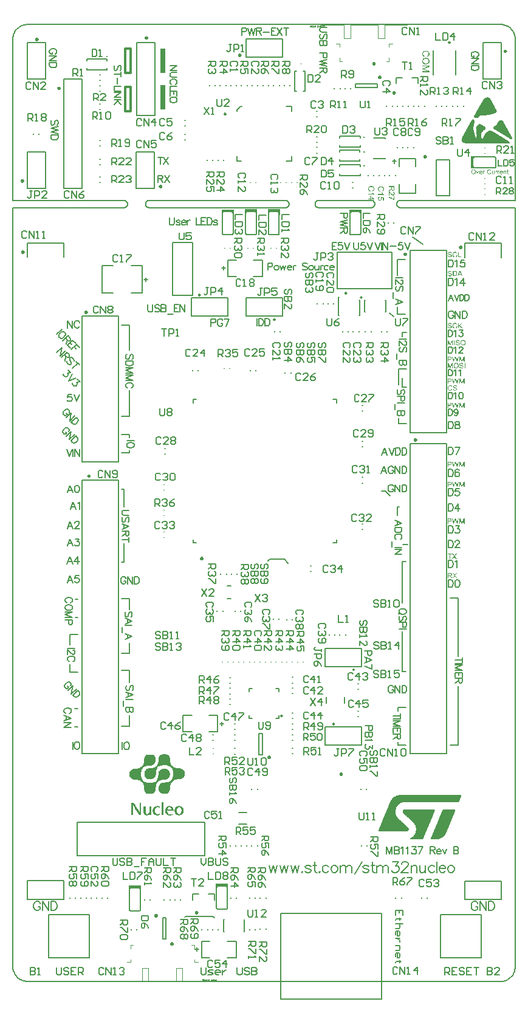
<source format=gbr>
%FSTAX23Y23*%
%MOIN*%
%SFA1B1*%

%IPPOS*%
%ADD55C,0.005000*%
%ADD56C,0.008000*%
%ADD64C,0.006000*%
%ADD70C,0.003940*%
%ADD71C,0.001970*%
%ADD88C,0.009840*%
%ADD89C,0.007870*%
%ADD90C,0.012000*%
%ADD91C,0.000500*%
%ADD92C,0.003000*%
%ADD93R,0.006500X0.023000*%
%ADD94R,0.067000X0.018000*%
%ADD95R,0.007300X0.025600*%
%ADD96R,0.030000X0.135510*%
%ADD97R,0.025600X0.007300*%
%ADD98R,0.018000X0.067000*%
%ADD99R,0.023000X0.006500*%
%LNmb1137-1*%
%LPD*%
G36*
X0197Y01802D02*
X0197D01*
X01971Y01802*
X01972Y01802*
X01972Y01801*
X01973Y01801*
X01974Y01801*
X01974*
X01974Y01801*
X01975Y01801*
X01975Y01801*
X01975Y018*
X01976Y018*
X01976Y018*
X01977Y01799*
X01978Y01798*
X01978Y01798*
Y01798*
X01978Y01798*
X01978Y01797*
X01978Y01797*
X01979Y01797*
X01979Y01796*
X01979Y01796*
X01979Y01795*
X01979Y01794*
X0198Y01793*
X01976Y01793*
Y01793*
Y01793*
X01976Y01793*
X01976Y01793*
X01976Y01794*
X01976Y01794*
X01975Y01795*
X01975Y01796*
X01974Y01796*
X01974Y01797*
X01974Y01797*
X01974Y01797*
X01973Y01797*
X01973Y01798*
X01972Y01798*
X01971Y01798*
X0197Y01798*
X01969Y01798*
X01968*
X01968Y01798*
X01968Y01798*
X01967Y01798*
X01966Y01798*
X01965Y01798*
X01965Y01798*
X01964Y01797*
X01964Y01797*
X01964Y01797*
X01964Y01797*
X01963Y01797*
X01963Y01796*
X01963Y01796*
X01963Y01795*
X01962Y01795*
X01962Y01794*
Y01794*
Y01794*
X01962Y01794*
X01962Y01793*
X01963Y01793*
X01963Y01792*
X01963Y01792*
X01963Y01792*
X01963Y01791*
X01964Y01791*
X01964Y01791*
X01964Y01791*
X01964Y01791*
X01965Y01791*
X01965Y01791*
X01965Y01791*
X01966Y0179*
X01966Y0179*
X01967Y0179*
X01968Y0179*
X01968Y0179*
X01969Y01789*
X01969*
X01969Y01789*
X0197Y01789*
X0197Y01789*
X0197Y01789*
X01971Y01789*
X01971Y01789*
X01972Y01789*
X01973Y01789*
X01974Y01788*
X01974Y01788*
X01975Y01788*
X01975Y01788*
X01975Y01788*
X01976*
X01976Y01788*
X01976Y01787*
X01976Y01787*
X01976Y01787*
X01977Y01787*
X01978Y01786*
X01978Y01786*
X01979Y01785*
X01979Y01785*
X01979Y01785*
X01979Y01784*
X0198Y01784*
X0198Y01783*
X0198Y01783*
X0198Y01782*
X0198Y01781*
X0198Y01781*
Y01781*
Y0178*
Y0178*
Y0178*
X0198Y0178*
X0198Y01779*
X0198Y01778*
X0198Y01778*
X0198Y01777*
X01979Y01776*
Y01776*
X01979Y01776*
X01979Y01776*
X01979Y01776*
X01978Y01775*
X01978Y01775*
X01977Y01774*
X01976Y01774*
X01975Y01773*
X01975*
X01975Y01773*
X01975Y01773*
X01975Y01773*
X01975Y01773*
X01974Y01773*
X01974Y01773*
X01973Y01772*
X01972Y01772*
X01971Y01772*
X0197Y01772*
X01969*
X01969Y01772*
X01968*
X01968Y01772*
X01968Y01772*
X01966Y01772*
X01965Y01772*
X01964Y01773*
X01963Y01773*
X01963*
X01963Y01773*
X01963Y01773*
X01963Y01773*
X01962Y01774*
X01962Y01774*
X01961Y01774*
X0196Y01775*
X0196Y01776*
X01959Y01777*
Y01777*
X01959Y01777*
X01959Y01777*
X01959Y01777*
X01959Y01777*
X01959Y01777*
X01958Y01778*
X01958Y01779*
X01958Y0178*
X01958Y01781*
X01958Y01782*
X01961Y01782*
Y01782*
Y01782*
X01961Y01782*
Y01782*
X01961Y01781*
X01961Y01781*
X01962Y0178*
X01962Y0178*
X01962Y01779*
X01962Y01778*
X01962Y01778*
X01962Y01778*
X01963Y01778*
X01963Y01778*
X01963Y01777*
X01964Y01777*
X01965Y01777*
X01965Y01776*
X01965*
X01965Y01776*
X01965Y01776*
X01966Y01776*
X01966Y01776*
X01966Y01776*
X01967Y01776*
X01968Y01776*
X01969Y01775*
X0197Y01775*
X0197*
X0197Y01775*
X01971Y01776*
X01971Y01776*
X01972Y01776*
X01973Y01776*
X01973Y01776*
X01974Y01776*
X01974Y01776*
X01974Y01776*
X01974Y01776*
X01975Y01777*
X01975Y01777*
X01976Y01777*
X01976Y01778*
X01976Y01778*
X01976Y01778*
X01976Y01778*
X01976Y01779*
X01977Y01779*
X01977Y01779*
X01977Y0178*
X01977Y0178*
Y0178*
Y01781*
X01977Y01781*
X01977Y01781*
X01977Y01781*
X01976Y01782*
X01976Y01782*
X01976Y01783*
X01976Y01783*
X01976Y01783*
X01976Y01783*
X01975Y01783*
X01975Y01783*
X01975Y01784*
X01974Y01784*
X01973Y01784*
X01973Y01784*
X01973Y01784*
X01973Y01785*
X01973Y01785*
X01972Y01785*
X01972Y01785*
X01972Y01785*
X01971Y01785*
X01971Y01785*
X0197Y01785*
X0197Y01785*
X01969Y01786*
X01968Y01786*
X01968*
X01968Y01786*
X01968Y01786*
X01968Y01786*
X01967Y01786*
X01967Y01786*
X01966Y01786*
X01965Y01787*
X01964Y01787*
X01963Y01787*
X01963Y01787*
X01963Y01788*
X01963*
X01963Y01788*
X01962Y01788*
X01962Y01788*
X01962Y01788*
X01961Y01789*
X01961Y01789*
X0196Y0179*
X0196Y0179*
X0196Y0179*
X01959Y01791*
X01959Y01791*
X01959Y01791*
X01959Y01792*
X01959Y01792*
X01959Y01793*
X01959Y01794*
Y01794*
Y01794*
Y01794*
Y01794*
X01959Y01795*
X01959Y01795*
X01959Y01796*
X01959Y01796*
X01959Y01797*
X0196Y01798*
Y01798*
X0196Y01798*
X0196Y01798*
X0196Y01799*
X01961Y01799*
X01961Y01799*
X01962Y018*
X01963Y018*
X01963Y01801*
X01964*
X01964Y01801*
X01964Y01801*
X01964Y01801*
X01964Y01801*
X01964Y01801*
X01965Y01801*
X01966Y01801*
X01967Y01802*
X01968Y01802*
X01969Y01802*
X01969*
X0197Y01802*
G37*
G36*
X01999D02*
X01999Y01802D01*
X02Y01802*
X02Y01802*
X02001Y01802*
X02002Y01801*
X02003Y01801*
X02004Y01801*
X02004Y018*
X02005Y018*
X02005Y018*
X02005Y018*
X02006Y018*
X02006Y01799*
X02006Y01799*
X02006Y01799*
X02006Y01799*
X02007Y01798*
X02007Y01798*
X02007Y01798*
X02008Y01797*
X02008Y01797*
X02008Y01796*
X02009Y01795*
X02009Y01795*
X02009Y01794*
X0201Y01793*
X02006Y01793*
Y01793*
X02006Y01793*
X02006Y01793*
X02006Y01793*
X02005Y01793*
X02005Y01794*
X02005Y01794*
X02005Y01795*
X02004Y01796*
X02003Y01796*
X02003Y01797*
X02003Y01797*
X02002Y01797*
X02002Y01798*
X02002Y01798*
X02001Y01798*
X02Y01798*
X01999Y01799*
X01998Y01799*
X01998*
X01997Y01799*
X01997*
X01997Y01798*
X01996Y01798*
X01995Y01798*
X01994Y01798*
X01993Y01797*
X01992Y01797*
X01992*
X01992Y01797*
X01992Y01797*
X01992Y01796*
X01991Y01796*
X01991Y01795*
X0199Y01794*
X0199Y01794*
X01989Y01793*
Y01793*
X01989Y01793*
X01989Y01792*
X01989Y01792*
X01989Y01792*
X01989Y01792*
X01989Y01791*
X01989Y0179*
X01989Y01789*
X01989Y01788*
X01988Y01787*
Y01787*
Y01787*
Y01787*
Y01786*
X01989Y01786*
Y01786*
X01989Y01785*
X01989Y01785*
X01989Y01784*
X01989Y01783*
X01989Y01782*
X0199Y01781*
Y01781*
X0199Y01781*
X0199Y0178*
X0199Y0178*
X0199Y0178*
X0199Y01779*
X01991Y01778*
X01991Y01778*
X01992Y01777*
X01993Y01777*
X01993*
X01993Y01777*
X01993Y01776*
X01993Y01776*
X01993Y01776*
X01994Y01776*
X01994Y01776*
X01995Y01776*
X01996Y01775*
X01997Y01775*
X01998Y01775*
X01998*
X01998Y01775*
X01999*
X01999Y01775*
X02Y01776*
X02Y01776*
X02001Y01776*
X02002Y01776*
X02003Y01777*
X02003Y01777*
X02003Y01777*
X02003Y01777*
X02003Y01777*
X02004Y01777*
X02004Y01778*
X02004Y01778*
X02004Y01778*
X02004Y01778*
X02005Y01779*
X02005Y01779*
X02005Y0178*
X02005Y0178*
X02006Y01781*
X02006Y01781*
X02006Y01782*
X02006Y01783*
X0201Y01782*
Y01782*
X0201Y01781*
X0201Y01781*
X0201Y01781*
X0201Y0178*
X02009Y0178*
X02009Y01779*
X02009Y01779*
X02008Y01778*
X02008Y01777*
X02007Y01776*
X02007Y01775*
X02006Y01775*
X02006Y01774*
X02006Y01774*
X02006Y01774*
X02005Y01774*
X02005Y01774*
X02005Y01774*
X02004Y01774*
X02004Y01773*
X02004Y01773*
X02003Y01773*
X02002Y01773*
X02002Y01773*
X02001Y01772*
X02Y01772*
X02Y01772*
X01999Y01772*
X01998Y01772*
X01998*
X01997Y01772*
X01997*
X01996Y01772*
X01996Y01772*
X01995Y01772*
X01994Y01772*
X01993Y01773*
X01992Y01773*
X01991Y01774*
X01991Y01774*
X0199Y01774*
X0199Y01774*
X0199Y01774*
X0199Y01774*
X0199Y01774*
X0199Y01775*
X01989Y01775*
X01989Y01775*
X01989Y01776*
X01988Y01776*
X01987Y01777*
X01987Y01778*
X01986Y01779*
Y01779*
X01986Y0178*
X01986Y0178*
X01986Y0178*
X01986Y0178*
X01986Y01781*
X01985Y01781*
X01985Y01782*
X01985Y01782*
X01985Y01783*
X01985Y01784*
X01985Y01786*
X01985Y01787*
Y01787*
Y01787*
Y01788*
X01985Y01788*
Y01788*
X01985Y01789*
X01985Y01789*
X01985Y0179*
X01985Y01791*
X01985Y01792*
X01986Y01794*
X01986Y01795*
X01986Y01795*
X01986Y01795*
X01986Y01795*
X01987Y01795*
X01987Y01796*
X01987Y01796*
X01988Y01797*
X01988Y01798*
X01989Y01799*
X0199Y01799*
X01991Y018*
X01991Y018*
X01991Y018*
X01991Y018*
X01992Y018*
X01992Y018*
X01992Y01801*
X01993Y01801*
X01993Y01801*
X01994Y01801*
X01994Y01801*
X01995Y01802*
X01997Y01802*
X01998Y01802*
X01999*
X01999Y01802*
G37*
G36*
X02011Y00311D02*
X02007D01*
X02001Y00332*
Y00332*
X02001Y00333*
X02001Y00333*
X02001Y00333*
X02001Y00333*
X02001Y00334*
X02001Y00334*
X02Y00335*
X02Y00335*
X02Y00336*
X02Y00336*
Y00336*
X02Y00336*
X02Y00335*
X02Y00335*
X02Y00335*
X02Y00334*
X02Y00334*
X01999Y00333*
X01999Y00332*
X01993Y00311*
X01989*
X01982Y00339*
X01986*
X0199Y0032*
Y0032*
X0199Y0032*
X0199Y0032*
X0199Y0032*
X0199Y0032*
X0199Y00319*
X0199Y00319*
X0199Y00319*
X01991Y00318*
X01991Y00317*
X01991Y00316*
X01991Y00314*
Y00315*
X01991Y00315*
X01991Y00315*
X01991Y00315*
X01991Y00316*
X01992Y00316*
X01992Y00317*
X01992Y00318*
X01992Y00318*
X01992Y00319*
X01992Y00319*
X01992Y00319*
X01993Y0032*
X01993Y0032*
X01998Y00339*
X02003*
X02007Y00325*
Y00325*
X02007Y00324*
X02007Y00324*
X02007Y00324*
X02007Y00323*
X02007Y00323*
X02007Y00322*
X02008Y00321*
X02008Y00321*
X02008Y0032*
X02008Y00318*
X02009Y00316*
X02009Y00314*
Y00315*
X02009Y00315*
Y00315*
X02009Y00315*
X02009Y00315*
X02009Y00316*
X02009Y00316*
X02009Y00316*
X0201Y00317*
X0201Y00318*
X0201Y00319*
X0201Y00321*
X02015Y00339*
X02019*
X02011Y00311*
G37*
G36*
X0197Y00339D02*
X01971Y00339D01*
X01971Y00339*
X01972Y00339*
X01973Y00339*
X01973*
X01973Y00339*
X01974Y00339*
X01974Y00339*
X01975Y00339*
X01975Y00338*
X01976Y00338*
X01976Y00338*
X01976Y00338*
X01977Y00337*
X01977Y00337*
X01977Y00337*
X01978Y00337*
X01978Y00336*
X01978Y00336*
X01979Y00335*
X01979Y00335*
X01979Y00335*
X01979Y00334*
X01979Y00334*
X01979Y00333*
X01979Y00332*
X01979Y00332*
X0198Y00331*
Y00331*
Y00331*
Y00331*
X01979Y0033*
X01979Y0033*
X01979Y0033*
X01979Y00329*
X01979Y00329*
X01979Y00328*
X01979Y00327*
X01979Y00327*
X01978Y00326*
X01978Y00326*
X01978Y00325*
X01977Y00325*
X01977Y00325*
X01977Y00325*
X01977Y00324*
X01977Y00324*
X01976Y00324*
X01976Y00324*
X01976Y00324*
X01975Y00323*
X01975Y00323*
X01974Y00323*
X01973Y00323*
X01973Y00323*
X01972Y00322*
X01971Y00322*
X0197Y00322*
X01969Y00322*
X01961*
Y00311*
X01958*
Y00339*
X01969*
X0197Y00339*
G37*
G36*
X02018Y01776D02*
X02033D01*
Y01773*
X02015*
Y01801*
X02018*
Y01776*
G37*
G36*
X01997Y01697D02*
X01998Y01697D01*
X01999Y01697*
X02Y01697*
X02001Y01697*
X02001*
X02001Y01697*
X02001*
X02001Y01697*
X02002Y01697*
X02002Y01696*
X02003Y01696*
X02004Y01696*
X02004Y01695*
X02005Y01695*
X02005Y01695*
X02005Y01695*
X02005Y01695*
X02005Y01694*
X02006Y01694*
X02006Y01693*
X02007Y01693*
X02007Y01692*
X02008Y01691*
X02008Y0169*
Y0169*
X02008Y0169*
X02008Y0169*
X02008Y01689*
X02009Y01689*
X02009Y01689*
X02009Y01688*
X02009Y01688*
X02009Y01687*
X02009Y01687*
X02009Y01686*
X02009Y01684*
X02009Y01683*
Y01683*
Y01683*
Y01683*
Y01682*
X02009Y01682*
Y01682*
X02009Y01681*
X02009Y0168*
X02009Y01679*
X02009Y01678*
X02009Y01677*
Y01677*
X02009Y01677*
X02009Y01677*
X02009Y01677*
X02008Y01676*
X02008Y01676*
X02008Y01675*
X02008Y01674*
X02007Y01674*
X02007Y01673*
X02007Y01673*
X02007Y01673*
X02006Y01672*
X02006Y01672*
X02006Y01672*
X02005Y01671*
X02005Y01671*
X02004Y0167*
X02004Y0167*
X02004Y0167*
X02004Y0167*
X02003Y0167*
X02003Y0167*
X02002Y01669*
X02001Y01669*
X02001Y01669*
X02001*
X02Y01669*
X02Y01669*
X02Y01669*
X01999Y01669*
X01999Y01669*
X01998Y01669*
X01997Y01669*
X01996Y01669*
X01986*
Y01697*
X01997*
X01997Y01697*
G37*
G36*
X0197Y01412D02*
X0197D01*
X01971Y01412*
X01971Y01412*
X01972Y01411*
X01973Y01411*
X01974Y01411*
X01974*
X01974Y01411*
X01975Y01411*
X01975Y01411*
X01975Y0141*
X01976Y0141*
X01976Y0141*
X01977Y01409*
X01978Y01408*
X01978Y01408*
Y01408*
X01978Y01408*
X01978Y01407*
X01978Y01407*
X01978Y01407*
X01979Y01406*
X01979Y01406*
X01979Y01405*
X01979Y01404*
X0198Y01403*
X01976Y01403*
Y01403*
Y01403*
X01976Y01403*
X01976Y01403*
X01976Y01404*
X01975Y01404*
X01975Y01405*
X01975Y01406*
X01974Y01406*
X01974Y01407*
X01974Y01407*
X01974Y01407*
X01973Y01407*
X01973Y01408*
X01972Y01408*
X01971Y01408*
X0197Y01408*
X01969Y01408*
X01968*
X01968Y01408*
X01968Y01408*
X01967Y01408*
X01966Y01408*
X01965Y01408*
X01964Y01408*
X01964Y01407*
X01964Y01407*
X01964Y01407*
X01964Y01407*
X01963Y01407*
X01963Y01406*
X01963Y01406*
X01962Y01405*
X01962Y01405*
X01962Y01404*
Y01404*
Y01404*
X01962Y01404*
X01962Y01403*
X01962Y01403*
X01963Y01402*
X01963Y01402*
X01963Y01402*
X01963Y01401*
X01964Y01401*
X01964Y01401*
X01964Y01401*
X01964Y01401*
X01964Y01401*
X01965Y01401*
X01965Y01401*
X01966Y014*
X01966Y014*
X01967Y014*
X01967Y014*
X01968Y014*
X01969Y01399*
X01969*
X01969Y01399*
X0197Y01399*
X0197Y01399*
X0197Y01399*
X01971Y01399*
X01971Y01399*
X01972Y01399*
X01973Y01399*
X01974Y01398*
X01974Y01398*
X01975Y01398*
X01975Y01398*
X01975Y01398*
X01975*
X01976Y01398*
X01976Y01397*
X01976Y01397*
X01976Y01397*
X01977Y01397*
X01977Y01396*
X01978Y01396*
X01979Y01395*
X01979Y01395*
X01979Y01395*
X01979Y01394*
X0198Y01394*
X0198Y01393*
X0198Y01393*
X0198Y01392*
X0198Y01391*
X0198Y01391*
Y01391*
Y0139*
Y0139*
Y0139*
X0198Y0139*
X0198Y01389*
X0198Y01388*
X0198Y01388*
X0198Y01387*
X01979Y01386*
Y01386*
X01979Y01386*
X01979Y01386*
X01979Y01386*
X01978Y01385*
X01978Y01385*
X01977Y01384*
X01976Y01384*
X01975Y01383*
X01975*
X01975Y01383*
X01975Y01383*
X01975Y01383*
X01975Y01383*
X01974Y01383*
X01974Y01383*
X01973Y01382*
X01972Y01382*
X01971Y01382*
X0197Y01382*
X01969*
X01969Y01382*
X01968*
X01968Y01382*
X01967Y01382*
X01966Y01382*
X01965Y01382*
X01964Y01383*
X01963Y01383*
X01963*
X01963Y01383*
X01963Y01383*
X01963Y01383*
X01962Y01384*
X01962Y01384*
X01961Y01384*
X0196Y01385*
X0196Y01386*
X01959Y01387*
Y01387*
X01959Y01387*
X01959Y01387*
X01959Y01387*
X01959Y01387*
X01959Y01387*
X01958Y01388*
X01958Y01389*
X01958Y0139*
X01958Y01391*
X01958Y01392*
X01961Y01392*
Y01392*
Y01392*
X01961Y01392*
Y01392*
X01961Y01391*
X01961Y01391*
X01961Y0139*
X01962Y0139*
X01962Y01389*
X01962Y01388*
X01962Y01388*
X01962Y01388*
X01963Y01388*
X01963Y01388*
X01963Y01387*
X01964Y01387*
X01964Y01387*
X01965Y01386*
X01965*
X01965Y01386*
X01965Y01386*
X01965Y01386*
X01966Y01386*
X01966Y01386*
X01967Y01386*
X01968Y01386*
X01969Y01385*
X0197Y01385*
X0197*
X0197Y01385*
X01971Y01386*
X01971Y01386*
X01972Y01386*
X01973Y01386*
X01973Y01386*
X01973Y01386*
X01974Y01386*
X01974Y01386*
X01974Y01386*
X01975Y01387*
X01975Y01387*
X01976Y01387*
X01976Y01388*
X01976Y01388*
X01976Y01388*
X01976Y01388*
X01976Y01389*
X01976Y01389*
X01977Y01389*
X01977Y0139*
X01977Y0139*
Y0139*
Y01391*
X01977Y01391*
X01977Y01391*
X01977Y01391*
X01976Y01392*
X01976Y01392*
X01976Y01393*
X01976Y01393*
X01976Y01393*
X01976Y01393*
X01975Y01393*
X01975Y01393*
X01974Y01394*
X01974Y01394*
X01973Y01394*
X01973Y01394*
X01973Y01394*
X01973Y01395*
X01973Y01395*
X01972Y01395*
X01972Y01395*
X01972Y01395*
X01971Y01395*
X01971Y01395*
X0197Y01395*
X0197Y01395*
X01969Y01396*
X01968Y01396*
X01968*
X01968Y01396*
X01968Y01396*
X01968Y01396*
X01967Y01396*
X01967Y01396*
X01966Y01396*
X01965Y01397*
X01964Y01397*
X01963Y01397*
X01963Y01397*
X01963Y01398*
X01963*
X01963Y01398*
X01962Y01398*
X01962Y01398*
X01961Y01398*
X01961Y01399*
X0196Y01399*
X0196Y014*
X0196Y014*
X0196Y014*
X01959Y01401*
X01959Y01401*
X01959Y01401*
X01959Y01402*
X01959Y01402*
X01959Y01403*
X01959Y01404*
Y01404*
Y01404*
Y01404*
Y01404*
X01959Y01405*
X01959Y01405*
X01959Y01406*
X01959Y01406*
X01959Y01407*
X0196Y01408*
Y01408*
X0196Y01408*
X0196Y01408*
X0196Y01409*
X01961Y01409*
X01961Y01409*
X01962Y0141*
X01963Y0141*
X01963Y01411*
X01963*
X01964Y01411*
X01964Y01411*
X01964Y01411*
X01964Y01411*
X01964Y01411*
X01965Y01411*
X01966Y01411*
X01967Y01412*
X01968Y01412*
X01969Y01412*
X01969*
X0197Y01412*
G37*
G36*
X0197Y01698D02*
X0197D01*
X01971Y01698*
X01972Y01698*
X01972Y01697*
X01973Y01697*
X01974Y01697*
X01974*
X01974Y01697*
X01975Y01697*
X01975Y01697*
X01975Y01696*
X01976Y01696*
X01976Y01696*
X01977Y01695*
X01978Y01694*
X01978Y01694*
Y01694*
X01978Y01694*
X01978Y01693*
X01978Y01693*
X01979Y01693*
X01979Y01692*
X01979Y01692*
X01979Y01691*
X01979Y0169*
X0198Y01689*
X01976Y01689*
Y01689*
Y01689*
X01976Y01689*
X01976Y01689*
X01976Y0169*
X01976Y0169*
X01975Y01691*
X01975Y01692*
X01974Y01692*
X01974Y01693*
X01974Y01693*
X01974Y01693*
X01973Y01693*
X01973Y01694*
X01972Y01694*
X01971Y01694*
X0197Y01694*
X01969Y01694*
X01968*
X01968Y01694*
X01968Y01694*
X01967Y01694*
X01966Y01694*
X01965Y01694*
X01965Y01694*
X01964Y01693*
X01964Y01693*
X01964Y01693*
X01964Y01693*
X01963Y01693*
X01963Y01692*
X01963Y01692*
X01963Y01691*
X01962Y01691*
X01962Y0169*
Y0169*
Y0169*
X01962Y0169*
X01962Y01689*
X01963Y01689*
X01963Y01688*
X01963Y01688*
X01963Y01688*
X01963Y01687*
X01964Y01687*
X01964Y01687*
X01964Y01687*
X01964Y01687*
X01965Y01687*
X01965Y01687*
X01965Y01687*
X01966Y01686*
X01966Y01686*
X01967Y01686*
X01968Y01686*
X01968Y01686*
X01969Y01685*
X01969*
X01969Y01685*
X0197Y01685*
X0197Y01685*
X0197Y01685*
X01971Y01685*
X01971Y01685*
X01972Y01685*
X01973Y01685*
X01974Y01684*
X01974Y01684*
X01975Y01684*
X01975Y01684*
X01975Y01684*
X01976*
X01976Y01684*
X01976Y01683*
X01976Y01683*
X01976Y01683*
X01977Y01683*
X01978Y01682*
X01978Y01682*
X01979Y01681*
X01979Y01681*
X01979Y01681*
X01979Y0168*
X0198Y0168*
X0198Y01679*
X0198Y01679*
X0198Y01678*
X0198Y01677*
X0198Y01677*
Y01677*
Y01676*
Y01676*
Y01676*
X0198Y01676*
X0198Y01675*
X0198Y01674*
X0198Y01674*
X0198Y01673*
X01979Y01672*
Y01672*
X01979Y01672*
X01979Y01672*
X01979Y01672*
X01978Y01671*
X01978Y01671*
X01977Y0167*
X01976Y0167*
X01975Y01669*
X01975*
X01975Y01669*
X01975Y01669*
X01975Y01669*
X01975Y01669*
X01974Y01669*
X01974Y01669*
X01973Y01668*
X01972Y01668*
X01971Y01668*
X0197Y01668*
X01969*
X01969Y01668*
X01968*
X01968Y01668*
X01968Y01668*
X01966Y01668*
X01965Y01668*
X01964Y01669*
X01963Y01669*
X01963*
X01963Y01669*
X01963Y01669*
X01963Y01669*
X01962Y0167*
X01962Y0167*
X01961Y0167*
X0196Y01671*
X0196Y01672*
X01959Y01673*
Y01673*
X01959Y01673*
X01959Y01673*
X01959Y01673*
X01959Y01673*
X01959Y01673*
X01958Y01674*
X01958Y01675*
X01958Y01676*
X01958Y01677*
X01958Y01678*
X01961Y01678*
Y01678*
Y01678*
X01961Y01678*
Y01678*
X01961Y01677*
X01961Y01677*
X01962Y01676*
X01962Y01676*
X01962Y01675*
X01962Y01674*
X01962Y01674*
X01962Y01674*
X01963Y01674*
X01963Y01674*
X01963Y01673*
X01964Y01673*
X01965Y01673*
X01965Y01672*
X01965*
X01965Y01672*
X01965Y01672*
X01966Y01672*
X01966Y01672*
X01966Y01672*
X01967Y01672*
X01968Y01672*
X01969Y01671*
X0197Y01671*
X0197*
X0197Y01671*
X01971Y01672*
X01971Y01672*
X01972Y01672*
X01973Y01672*
X01973Y01672*
X01974Y01672*
X01974Y01672*
X01974Y01672*
X01974Y01672*
X01975Y01673*
X01975Y01673*
X01976Y01673*
X01976Y01674*
X01976Y01674*
X01976Y01674*
X01976Y01674*
X01976Y01675*
X01977Y01675*
X01977Y01675*
X01977Y01676*
X01977Y01676*
Y01676*
Y01677*
X01977Y01677*
X01977Y01677*
X01977Y01677*
X01976Y01678*
X01976Y01678*
X01976Y01679*
X01976Y01679*
X01976Y01679*
X01976Y01679*
X01975Y01679*
X01975Y01679*
X01975Y0168*
X01974Y0168*
X01973Y0168*
X01973Y0168*
X01973Y0168*
X01973Y01681*
X01973Y01681*
X01972Y01681*
X01972Y01681*
X01972Y01681*
X01971Y01681*
X01971Y01681*
X0197Y01681*
X0197Y01681*
X01969Y01682*
X01968Y01682*
X01968*
X01968Y01682*
X01968Y01682*
X01968Y01682*
X01967Y01682*
X01967Y01682*
X01966Y01682*
X01965Y01683*
X01964Y01683*
X01963Y01683*
X01963Y01683*
X01963Y01684*
X01963*
X01963Y01684*
X01962Y01684*
X01962Y01684*
X01962Y01684*
X01961Y01685*
X01961Y01685*
X0196Y01686*
X0196Y01686*
X0196Y01686*
X01959Y01687*
X01959Y01687*
X01959Y01687*
X01959Y01688*
X01959Y01688*
X01959Y01689*
X01959Y0169*
Y0169*
Y0169*
Y0169*
Y0169*
X01959Y01691*
X01959Y01691*
X01959Y01692*
X01959Y01692*
X01959Y01693*
X0196Y01694*
Y01694*
X0196Y01694*
X0196Y01694*
X0196Y01695*
X01961Y01695*
X01961Y01695*
X01962Y01696*
X01963Y01696*
X01963Y01697*
X01964*
X01964Y01697*
X01964Y01697*
X01964Y01697*
X01964Y01697*
X01964Y01697*
X01965Y01697*
X01966Y01697*
X01967Y01698*
X01968Y01698*
X01969Y01698*
X01969*
X0197Y01698*
G37*
G36*
X02038Y01669D02*
X02034D01*
X02031Y01677*
X02019*
X02016Y01669*
X02012*
X02023Y01697*
X02027*
X02038Y01669*
G37*
G36*
X0205Y00622D02*
X02046D01*
Y00646*
X02038Y00622*
X02034*
X02026Y00647*
Y00622*
X02022*
Y00651*
X02028*
X02035Y00631*
Y00631*
X02035Y00631*
X02035Y0063*
X02035Y0063*
X02035Y0063*
X02035Y00629*
X02036Y00628*
X02036Y00628*
X02036Y00627*
X02036Y00626*
X02036Y00627*
X02036Y00627*
X02036Y00627*
X02037Y00628*
X02037Y00628*
X02037Y00629*
X02037Y0063*
X02038Y00631*
X02045Y00651*
X0205*
Y00622*
G37*
G36*
X02011D02*
X02007D01*
X02001Y00644*
Y00644*
X02001Y00644*
X02001Y00645*
X02001Y00645*
X02001Y00645*
X02001Y00646*
X02001Y00646*
X02Y00647*
X02Y00647*
X02Y00648*
X02Y00648*
Y00648*
X02Y00648*
X02Y00647*
X02Y00647*
X02Y00646*
X02Y00646*
X02Y00645*
X01999Y00645*
X01999Y00644*
X01993Y00622*
X01989*
X01982Y00651*
X01986*
X0199Y00632*
Y00632*
X0199Y00632*
X0199Y00632*
X0199Y00632*
X0199Y00631*
X0199Y00631*
X0199Y00631*
X0199Y0063*
X01991Y0063*
X01991Y00629*
X01991Y00627*
X01991Y00626*
Y00626*
X01991Y00627*
X01991Y00627*
X01991Y00627*
X01991Y00627*
X01992Y00628*
X01992Y00629*
X01992Y0063*
X01992Y0063*
X01992Y00631*
X01992Y00631*
X01992Y00631*
X01993Y00632*
X01993Y00632*
X01998Y00651*
X02003*
X02007Y00637*
Y00636*
X02007Y00636*
X02007Y00636*
X02007Y00636*
X02007Y00635*
X02007Y00635*
X02007Y00634*
X02008Y00633*
X02008Y00632*
X02008Y00632*
X02008Y0063*
X02009Y00628*
X02009Y00626*
Y00626*
X02009Y00626*
Y00627*
X02009Y00627*
X02009Y00627*
X02009Y00627*
X02009Y00628*
X02009Y00628*
X0201Y00629*
X0201Y0063*
X0201Y00631*
X0201Y00633*
X02015Y00651*
X02019*
X02011Y00622*
G37*
G36*
X02011Y00947D02*
X02007D01*
X02001Y00968*
Y00968*
X02001Y00969*
X02001Y00969*
X02001Y00969*
X02001Y00969*
X02001Y0097*
X02001Y0097*
X02Y00971*
X02Y00971*
X02Y00972*
X02Y00972*
Y00972*
X02Y00972*
X02Y00971*
X02Y00971*
X02Y00971*
X02Y0097*
X02Y0097*
X01999Y00969*
X01999Y00968*
X01993Y00947*
X01989*
X01982Y00975*
X01986*
X0199Y00956*
Y00956*
X0199Y00956*
X0199Y00956*
X0199Y00956*
X0199Y00956*
X0199Y00955*
X0199Y00955*
X0199Y00955*
X01991Y00954*
X01991Y00953*
X01991Y00952*
X01991Y0095*
Y00951*
X01991Y00951*
X01991Y00951*
X01991Y00951*
X01991Y00952*
X01992Y00952*
X01992Y00953*
X01992Y00954*
X01992Y00954*
X01992Y00955*
X01992Y00955*
X01992Y00955*
X01992Y00956*
X01992Y00956*
X01998Y00975*
X02003*
X02007Y00961*
Y00961*
X02007Y0096*
X02007Y0096*
X02007Y0096*
X02007Y00959*
X02007Y00959*
X02007Y00958*
X02008Y00957*
X02008Y00957*
X02008Y00956*
X02008Y00954*
X02009Y00952*
X02009Y0095*
Y00951*
X02009Y00951*
Y00951*
X02009Y00951*
X02009Y00951*
X02009Y00952*
X02009Y00952*
X02009Y00952*
X0201Y00953*
X0201Y00954*
X0201Y00955*
X0201Y00957*
X02015Y00975*
X02019*
X02011Y00947*
G37*
G36*
X0197Y00975D02*
X01971Y00975D01*
X01971Y00975*
X01972Y00975*
X01973Y00975*
X01973*
X01973Y00975*
X01973Y00975*
X01974Y00975*
X01975Y00975*
X01975Y00974*
X01976Y00974*
X01976Y00974*
X01976Y00974*
X01977Y00973*
X01977Y00973*
X01977Y00973*
X01977Y00973*
X01978Y00972*
X01978Y00972*
X01979Y00971*
X01979Y00971*
X01979Y00971*
X01979Y0097*
X01979Y0097*
X01979Y00969*
X01979Y00968*
X01979Y00968*
X01979Y00967*
Y00967*
Y00967*
Y00967*
X01979Y00966*
X01979Y00966*
X01979Y00966*
X01979Y00965*
X01979Y00965*
X01979Y00964*
X01979Y00963*
X01978Y00963*
X01978Y00962*
X01978Y00962*
X01978Y00961*
X01977Y00961*
X01977Y00961*
X01977Y00961*
X01977Y0096*
X01977Y0096*
X01976Y0096*
X01976Y0096*
X01976Y0096*
X01975Y00959*
X01975Y00959*
X01974Y00959*
X01973Y00959*
X01973Y00959*
X01972Y00958*
X01971Y00958*
X0197Y00958*
X01969Y00958*
X01961*
Y00947*
X01958*
Y00975*
X01969*
X0197Y00975*
G37*
G36*
X0197Y00651D02*
X01971Y00651D01*
X01971Y00651*
X01972Y00651*
X01973Y00651*
X01973*
X01973Y00651*
X01974Y00651*
X01974Y00651*
X01975Y0065*
X01975Y0065*
X01976Y0065*
X01976Y00649*
X01976Y00649*
X01977Y00649*
X01977Y00649*
X01977Y00649*
X01978Y00648*
X01978Y00648*
X01978Y00647*
X01979Y00647*
X01979Y00647*
X01979Y00646*
X01979Y00646*
X01979Y00646*
X01979Y00645*
X01979Y00644*
X01979Y00644*
X0198Y00643*
Y00643*
Y00643*
Y00642*
X01979Y00642*
X01979Y00642*
X01979Y00641*
X01979Y00641*
X01979Y00641*
X01979Y0064*
X01979Y00639*
X01979Y00639*
X01978Y00638*
X01978Y00638*
X01978Y00637*
X01977Y00637*
X01977Y00637*
X01977Y00636*
X01977Y00636*
X01977Y00636*
X01976Y00636*
X01976Y00636*
X01976Y00636*
X01975Y00635*
X01975Y00635*
X01974Y00635*
X01973Y00635*
X01973Y00634*
X01972Y00634*
X01971Y00634*
X0197Y00634*
X01969Y00634*
X01961*
Y00622*
X01958*
Y00651*
X01969*
X0197Y00651*
G37*
G36*
Y0054D02*
X01971Y0054D01*
X01971Y0054*
X01972Y0054*
X01973Y0054*
X01973*
X01973Y0054*
X01974Y0054*
X01974Y0054*
X01975Y0054*
X01975Y00539*
X01976Y00539*
X01976Y00539*
X01976Y00539*
X01977Y00538*
X01977Y00538*
X01977Y00538*
X01978Y00538*
X01978Y00537*
X01978Y00537*
X01979Y00536*
X01979Y00536*
X01979Y00536*
X01979Y00535*
X01979Y00535*
X01979Y00534*
X01979Y00533*
X01979Y00533*
X0198Y00532*
Y00532*
Y00532*
Y00532*
X01979Y00531*
X01979Y00531*
X01979Y00531*
X01979Y0053*
X01979Y0053*
X01979Y00529*
X01979Y00528*
X01979Y00528*
X01978Y00527*
X01978Y00527*
X01978Y00526*
X01977Y00526*
X01977Y00526*
X01977Y00526*
X01977Y00525*
X01977Y00525*
X01976Y00525*
X01976Y00525*
X01976Y00525*
X01975Y00524*
X01975Y00524*
X01974Y00524*
X01973Y00524*
X01973Y00524*
X01972Y00523*
X01971Y00523*
X0197Y00523*
X01969Y00523*
X01961*
Y00512*
X01958*
Y0054*
X01969*
X0197Y0054*
G37*
G36*
X0205Y00311D02*
X02046D01*
Y00335*
X02038Y00311*
X02034*
X02026Y00335*
Y00311*
X02022*
Y00339*
X02028*
X02035Y00319*
Y00319*
X02035Y00319*
X02035Y00319*
X02035Y00318*
X02035Y00318*
X02035Y00317*
X02036Y00317*
X02036Y00316*
X02036Y00315*
X02036Y00315*
X02036Y00315*
X02036Y00315*
X02036Y00315*
X02037Y00316*
X02037Y00316*
X02037Y00317*
X02037Y00318*
X02038Y00319*
X02045Y00339*
X0205*
Y00311*
G37*
G36*
Y00512D02*
X02046D01*
Y00536*
X02038Y00512*
X02034*
X02026Y00536*
Y00512*
X02022*
Y0054*
X02028*
X02035Y0052*
Y0052*
X02035Y0052*
X02035Y0052*
X02035Y00519*
X02035Y00519*
X02035Y00518*
X02036Y00518*
X02036Y00517*
X02036Y00516*
X02036Y00516*
X02036Y00516*
X02036Y00516*
X02036Y00516*
X02037Y00517*
X02037Y00517*
X02037Y00518*
X02037Y00519*
X02038Y0052*
X02045Y0054*
X0205*
Y00512*
G37*
G36*
X02011D02*
X02007D01*
X02001Y00533*
Y00533*
X02001Y00534*
X02001Y00534*
X02001Y00534*
X02001Y00534*
X02001Y00535*
X02001Y00535*
X02Y00536*
X02Y00536*
X02Y00537*
X02Y00537*
Y00537*
X02Y00537*
X02Y00536*
X02Y00536*
X02Y00536*
X02Y00535*
X02Y00535*
X01999Y00534*
X01999Y00533*
X01993Y00512*
X01989*
X01982Y0054*
X01986*
X0199Y00521*
Y00521*
X0199Y00521*
X0199Y00521*
X0199Y00521*
X0199Y00521*
X0199Y0052*
X0199Y0052*
X0199Y0052*
X01991Y00519*
X01991Y00518*
X01991Y00517*
X01991Y00515*
Y00516*
X01991Y00516*
X01991Y00516*
X01991Y00516*
X01991Y00517*
X01992Y00517*
X01992Y00518*
X01992Y00519*
X01992Y00519*
X01992Y0052*
X01992Y0052*
X01992Y0052*
X01993Y00521*
X01993Y00521*
X01998Y0054*
X02003*
X02007Y00526*
Y00526*
X02007Y00525*
X02007Y00525*
X02007Y00525*
X02007Y00524*
X02007Y00524*
X02007Y00523*
X02008Y00522*
X02008Y00522*
X02008Y00521*
X02008Y00519*
X02009Y00517*
X02009Y00515*
Y00516*
X02009Y00516*
Y00516*
X02009Y00516*
X02009Y00516*
X02009Y00517*
X02009Y00517*
X02009Y00517*
X0201Y00518*
X0201Y00519*
X0201Y0052*
X0201Y00522*
X02015Y0054*
X02019*
X02011Y00512*
G37*
G36*
X01972Y01071D02*
X01972Y01071D01*
X01973Y01071*
X01973Y01071*
X01974Y0107*
X01975Y0107*
X01976Y0107*
X01977Y0107*
X01977Y01069*
X01978Y01069*
X01978Y01069*
X01978Y01069*
X01978Y01069*
X01979Y01068*
X01979Y01068*
X01979Y01068*
X01979Y01068*
X0198Y01067*
X0198Y01067*
X0198Y01067*
X01981Y01066*
X01981Y01066*
X01981Y01065*
X01982Y01064*
X01982Y01064*
X01982Y01063*
X01982Y01062*
X01979Y01062*
Y01062*
X01979Y01062*
X01979Y01062*
X01979Y01062*
X01978Y01062*
X01978Y01063*
X01978Y01063*
X01978Y01064*
X01977Y01065*
X01976Y01065*
X01976Y01066*
X01976Y01066*
X01975Y01066*
X01975Y01067*
X01974Y01067*
X01974Y01067*
X01973Y01067*
X01972Y01068*
X01971Y01068*
X01971*
X0197Y01068*
X0197*
X0197Y01067*
X01969Y01067*
X01968Y01067*
X01967Y01067*
X01966Y01066*
X01965Y01066*
X01965*
X01965Y01066*
X01965Y01066*
X01965Y01065*
X01964Y01065*
X01964Y01064*
X01963Y01063*
X01963Y01063*
X01962Y01062*
Y01062*
X01962Y01062*
X01962Y01061*
X01962Y01061*
X01962Y01061*
X01962Y01061*
X01962Y0106*
X01962Y01059*
X01962Y01058*
X01961Y01057*
X01961Y01056*
Y01056*
Y01056*
Y01056*
Y01055*
X01961Y01055*
Y01055*
X01961Y01054*
X01962Y01054*
X01962Y01053*
X01962Y01052*
X01962Y01051*
X01962Y0105*
Y0105*
X01962Y0105*
X01963Y01049*
X01963Y01049*
X01963Y01049*
X01963Y01048*
X01964Y01047*
X01964Y01047*
X01965Y01046*
X01966Y01046*
X01966*
X01966Y01046*
X01966Y01045*
X01966Y01045*
X01966Y01045*
X01967Y01045*
X01967Y01045*
X01968Y01045*
X01969Y01044*
X0197Y01044*
X01971Y01044*
X01971*
X01971Y01044*
X01972*
X01972Y01044*
X01973Y01044*
X01973Y01045*
X01974Y01045*
X01975Y01045*
X01976Y01046*
X01976Y01046*
X01976Y01046*
X01976Y01046*
X01976Y01046*
X01976Y01046*
X01977Y01047*
X01977Y01047*
X01977Y01047*
X01977Y01047*
X01978Y01048*
X01978Y01048*
X01978Y01049*
X01978Y01049*
X01979Y0105*
X01979Y0105*
X01979Y01051*
X01979Y01052*
X01983Y01051*
Y01051*
X01983Y0105*
X01983Y0105*
X01983Y0105*
X01983Y01049*
X01982Y01049*
X01982Y01048*
X01982Y01048*
X01981Y01047*
X01981Y01046*
X0198Y01045*
X0198Y01044*
X01979Y01044*
X01979Y01043*
X01979Y01043*
X01979Y01043*
X01978Y01043*
X01978Y01043*
X01978Y01043*
X01977Y01043*
X01977Y01042*
X01977Y01042*
X01976Y01042*
X01975Y01042*
X01975Y01042*
X01974Y01041*
X01973Y01041*
X01973Y01041*
X01972Y01041*
X01971Y01041*
X01971*
X0197Y01041*
X0197*
X01969Y01041*
X01969Y01041*
X01968Y01041*
X01967Y01041*
X01966Y01042*
X01965Y01042*
X01964Y01043*
X01963Y01043*
X01963Y01043*
X01963Y01043*
X01963Y01043*
X01963Y01043*
X01963Y01043*
X01962Y01044*
X01962Y01044*
X01962Y01044*
X01961Y01045*
X01961Y01045*
X0196Y01046*
X0196Y01047*
X01959Y01048*
Y01048*
X01959Y01049*
X01959Y01049*
X01959Y01049*
X01959Y01049*
X01959Y0105*
X01958Y0105*
X01958Y01051*
X01958Y01051*
X01958Y01052*
X01958Y01053*
X01958Y01055*
X01958Y01056*
Y01056*
Y01056*
Y01057*
X01958Y01057*
Y01057*
X01958Y01058*
X01958Y01058*
X01958Y01059*
X01958Y0106*
X01958Y01061*
X01959Y01063*
X01959Y01064*
X01959Y01064*
X01959Y01064*
X01959Y01064*
X0196Y01064*
X0196Y01065*
X0196Y01065*
X0196Y01066*
X01961Y01067*
X01962Y01068*
X01963Y01068*
X01964Y01069*
X01964Y01069*
X01964Y01069*
X01964Y01069*
X01965Y01069*
X01965Y01069*
X01965Y0107*
X01966Y0107*
X01966Y0107*
X01967Y0107*
X01967Y0107*
X01968Y0107*
X0197Y01071*
X01971Y01071*
X01971*
X01972Y01071*
G37*
G36*
X0205Y01079D02*
X02046D01*
Y01103*
X02038Y01079*
X02034*
X02026Y01103*
Y01079*
X02022*
Y01107*
X02028*
X02035Y01087*
Y01087*
X02035Y01087*
X02035Y01087*
X02035Y01086*
X02035Y01086*
X02035Y01085*
X02035Y01085*
X02036Y01084*
X02036Y01083*
X02036Y01083*
X02036Y01083*
X02036Y01083*
X02036Y01083*
X02036Y01084*
X02037Y01084*
X02037Y01085*
X02037Y01086*
X02038Y01087*
X02045Y01107*
X0205*
Y01079*
G37*
G36*
X02004Y01193D02*
X02005D01*
X02005Y01193*
X02006Y01193*
X02006Y01193*
X02007Y01192*
X02009Y01192*
X0201Y01192*
X0201Y01191*
X02011Y01191*
X02011Y01191*
X02011Y01191*
X02011Y01191*
X02012Y01191*
X02012Y0119*
X02012Y0119*
X02013Y0119*
X02014Y01189*
X02014Y01188*
X02015Y01187*
X02016Y01186*
Y01186*
X02016Y01185*
X02016Y01185*
X02016Y01185*
X02016Y01185*
X02016Y01184*
X02017Y01184*
X02017Y01183*
X02017Y01183*
X02017Y01182*
X02017Y01182*
X02017Y01181*
X02017Y01179*
X02018Y01178*
Y01178*
Y01178*
Y01177*
X02017Y01177*
Y01177*
X02017Y01176*
X02017Y01176*
X02017Y01175*
X02017Y01174*
X02017Y01173*
X02016Y01171*
X02016Y01171*
X02016Y0117*
Y0117*
X02016Y0117*
X02016Y0117*
X02015Y01169*
X02015Y01169*
X02015Y01169*
X02014Y01168*
X02014Y01167*
X02013Y01166*
X02012Y01166*
X02011Y01165*
X02011*
X02011Y01165*
X0201Y01165*
X0201Y01164*
X0201Y01164*
X0201Y01164*
X02009Y01164*
X02009Y01164*
X02008Y01164*
X02008Y01164*
X02006Y01163*
X02005Y01163*
X02004Y01163*
X02003*
X02003Y01163*
X02003*
X02002Y01163*
X02002Y01163*
X02001Y01163*
X02Y01164*
X01999Y01164*
X01998Y01164*
X01997Y01165*
X01996Y01165*
X01996Y01165*
X01996Y01165*
X01996Y01165*
X01996Y01165*
X01996Y01166*
X01995Y01166*
X01995Y01166*
X01994Y01167*
X01993Y01168*
X01992Y01169*
X01992Y0117*
Y0117*
X01992Y0117*
X01991Y01171*
X01991Y01171*
X01991Y01171*
X01991Y01172*
X01991Y01172*
X01991Y01172*
X01991Y01173*
X0199Y01174*
X0199Y01175*
X0199Y01176*
X0199Y01177*
Y01178*
Y01178*
Y01178*
X0199Y01178*
Y01179*
X0199Y01179*
X0199Y0118*
X0199Y01181*
X0199Y01182*
X01991Y01182*
X01991Y01183*
X01991Y01184*
X01992Y01185*
X01992Y01186*
X01993Y01187*
X01993Y01188*
X01994Y01189*
X01994Y01189*
X01994Y01189*
X01994Y01189*
X01995Y01189*
X01995Y0119*
X01995Y0119*
X01996Y0119*
X01997Y01191*
X01997Y01191*
X01998Y01192*
X01999Y01192*
X02Y01192*
X02001Y01192*
X02002Y01193*
X02003Y01193*
X02004Y01193*
X02004*
X02004Y01193*
G37*
G36*
X01998Y01071D02*
X01999D01*
X01999Y01071*
X02Y01071*
X02001Y0107*
X02002Y0107*
X02003Y0107*
X02003*
X02003Y0107*
X02003Y0107*
X02004Y0107*
X02004Y01069*
X02005Y01069*
X02005Y01069*
X02006Y01068*
X02006Y01067*
X02007Y01067*
Y01067*
X02007Y01067*
X02007Y01066*
X02007Y01066*
X02007Y01066*
X02008Y01065*
X02008Y01065*
X02008Y01064*
X02008Y01063*
X02008Y01062*
X02005Y01062*
Y01062*
Y01062*
X02005Y01062*
X02005Y01062*
X02005Y01063*
X02004Y01063*
X02004Y01064*
X02004Y01065*
X02003Y01065*
X02003Y01066*
X02003Y01066*
X02002Y01066*
X02002Y01066*
X02001Y01067*
X02001Y01067*
X02Y01067*
X01999Y01067*
X01998Y01067*
X01997*
X01997Y01067*
X01997Y01067*
X01996Y01067*
X01995Y01067*
X01994Y01067*
X01993Y01067*
X01993Y01066*
X01993Y01066*
X01993Y01066*
X01992Y01066*
X01992Y01066*
X01992Y01065*
X01992Y01065*
X01991Y01064*
X01991Y01064*
X01991Y01063*
Y01063*
Y01063*
X01991Y01063*
X01991Y01062*
X01991Y01062*
X01992Y01061*
X01992Y01061*
X01992Y01061*
X01992Y0106*
X01992Y0106*
X01993Y0106*
X01993Y0106*
X01993Y0106*
X01993Y0106*
X01994Y0106*
X01994Y0106*
X01995Y01059*
X01995Y01059*
X01996Y01059*
X01996Y01059*
X01997Y01059*
X01998Y01058*
X01998*
X01998Y01058*
X01998Y01058*
X01999Y01058*
X01999Y01058*
X02Y01058*
X02Y01058*
X02Y01058*
X02002Y01058*
X02003Y01057*
X02003Y01057*
X02004Y01057*
X02004Y01057*
X02004Y01057*
X02004*
X02004Y01057*
X02005Y01056*
X02005Y01056*
X02005Y01056*
X02006Y01056*
X02006Y01055*
X02007Y01055*
X02008Y01054*
X02008Y01054*
X02008Y01054*
X02008Y01053*
X02008Y01053*
X02009Y01052*
X02009Y01052*
X02009Y01051*
X02009Y0105*
X02009Y0105*
Y0105*
Y01049*
Y01049*
Y01049*
X02009Y01049*
X02009Y01048*
X02009Y01047*
X02009Y01047*
X02008Y01046*
X02008Y01045*
Y01045*
X02008Y01045*
X02008Y01045*
X02007Y01045*
X02007Y01044*
X02006Y01044*
X02006Y01043*
X02005Y01043*
X02004Y01042*
X02004*
X02004Y01042*
X02004Y01042*
X02004Y01042*
X02003Y01042*
X02003Y01042*
X02003Y01042*
X02002Y01041*
X02001Y01041*
X02Y01041*
X01999Y01041*
X01998*
X01998Y01041*
X01997*
X01997Y01041*
X01996Y01041*
X01995Y01041*
X01994Y01041*
X01993Y01042*
X01992Y01042*
X01992*
X01992Y01042*
X01992Y01042*
X01992Y01042*
X01991Y01043*
X01991Y01043*
X0199Y01043*
X01989Y01044*
X01989Y01045*
X01988Y01046*
Y01046*
X01988Y01046*
X01988Y01046*
X01988Y01046*
X01988Y01046*
X01987Y01046*
X01987Y01047*
X01987Y01048*
X01987Y01049*
X01986Y0105*
X01986Y01051*
X0199Y01051*
Y01051*
Y01051*
X0199Y01051*
Y01051*
X0199Y0105*
X0199Y0105*
X0199Y01049*
X01991Y01049*
X01991Y01048*
X01991Y01047*
X01991Y01047*
X01991Y01047*
X01991Y01047*
X01992Y01047*
X01992Y01046*
X01993Y01046*
X01993Y01046*
X01994Y01045*
X01994*
X01994Y01045*
X01994Y01045*
X01994Y01045*
X01995Y01045*
X01995Y01045*
X01996Y01045*
X01997Y01045*
X01998Y01044*
X01998Y01044*
X01999*
X01999Y01044*
X02Y01044*
X02Y01045*
X02001Y01045*
X02002Y01045*
X02002Y01045*
X02002Y01045*
X02003Y01045*
X02003Y01045*
X02003Y01045*
X02004Y01046*
X02004Y01046*
X02004Y01046*
X02005Y01047*
X02005Y01047*
X02005Y01047*
X02005Y01047*
X02005Y01048*
X02005Y01048*
X02005Y01048*
X02006Y01049*
X02006Y01049*
Y01049*
Y0105*
X02006Y0105*
X02006Y0105*
X02005Y0105*
X02005Y01051*
X02005Y01051*
X02005Y01052*
X02005Y01052*
X02005Y01052*
X02004Y01052*
X02004Y01052*
X02004Y01052*
X02003Y01053*
X02003Y01053*
X02002Y01053*
X02002Y01053*
X02002Y01053*
X02002Y01054*
X02001Y01054*
X02001Y01054*
X02001Y01054*
X02Y01054*
X02Y01054*
X02Y01054*
X01999Y01054*
X01998Y01054*
X01998Y01055*
X01997Y01055*
X01997*
X01997Y01055*
X01997Y01055*
X01996Y01055*
X01996Y01055*
X01996Y01055*
X01995Y01055*
X01994Y01056*
X01993Y01056*
X01992Y01056*
X01992Y01056*
X01991Y01057*
X01991*
X01991Y01057*
X01991Y01057*
X01991Y01057*
X0199Y01057*
X0199Y01058*
X01989Y01058*
X01989Y01059*
X01988Y01059*
X01988Y01059*
X01988Y0106*
X01988Y0106*
X01988Y0106*
X01988Y01061*
X01988Y01061*
X01987Y01062*
X01987Y01063*
Y01063*
Y01063*
Y01063*
Y01063*
X01988Y01064*
X01988Y01064*
X01988Y01065*
X01988Y01065*
X01988Y01066*
X01989Y01067*
Y01067*
X01989Y01067*
X01989Y01067*
X01989Y01068*
X0199Y01068*
X0199Y01068*
X01991Y01069*
X01991Y01069*
X01992Y0107*
X01992*
X01992Y0107*
X01993Y0107*
X01993Y0107*
X01993Y0107*
X01993Y0107*
X01994Y0107*
X01995Y0107*
X01996Y01071*
X01996Y01071*
X01998Y01071*
X01998*
X01998Y01071*
G37*
G36*
X02011Y01079D02*
X02007D01*
X02001Y011*
Y011*
X02001Y01101*
X02001Y01101*
X02001Y01101*
X02001Y01101*
X02001Y01102*
X02001Y01102*
X02Y01103*
X02Y01103*
X02Y01104*
X02Y01104*
Y01104*
X02Y01104*
X02Y01103*
X02Y01103*
X02Y01103*
X02Y01102*
X02Y01102*
X01999Y01101*
X01999Y011*
X01993Y01079*
X01989*
X01982Y01107*
X01986*
X0199Y01088*
Y01088*
X0199Y01088*
X0199Y01088*
X0199Y01088*
X0199Y01088*
X0199Y01087*
X0199Y01087*
X0199Y01087*
X01991Y01086*
X01991Y01085*
X01991Y01084*
X01991Y01082*
Y01083*
X01991Y01083*
X01991Y01083*
X01991Y01083*
X01991Y01084*
X01992Y01084*
X01992Y01085*
X01992Y01086*
X01992Y01086*
X01992Y01087*
X01992Y01087*
X01992Y01087*
X01992Y01088*
X01992Y01088*
X01998Y01107*
X02003*
X02007Y01093*
Y01093*
X02007Y01092*
X02007Y01092*
X02007Y01092*
X02007Y01091*
X02007Y01091*
X02007Y0109*
X02008Y01089*
X02008Y01089*
X02008Y01088*
X02008Y01086*
X02009Y01084*
X02009Y01082*
Y01083*
X02009Y01083*
Y01083*
X02009Y01083*
X02009Y01083*
X02009Y01084*
X02009Y01084*
X02009Y01084*
X0201Y01085*
X0201Y01086*
X0201Y01087*
X0201Y01089*
X02015Y01107*
X02019*
X02011Y01079*
G37*
G36*
Y01199D02*
X02007D01*
X02001Y0122*
Y0122*
X02001Y01221*
X02001Y01221*
X02001Y01221*
X02001Y01221*
X02001Y01222*
X02001Y01222*
X02Y01223*
X02Y01223*
X02Y01224*
X02Y01224*
Y01224*
X02Y01224*
X02Y01223*
X02Y01223*
X02Y01223*
X02Y01222*
X02Y01222*
X01999Y01221*
X01999Y0122*
X01993Y01199*
X01989*
X01982Y01227*
X01986*
X0199Y01208*
Y01208*
X0199Y01208*
X0199Y01208*
X0199Y01208*
X0199Y01208*
X0199Y01207*
X0199Y01207*
X0199Y01207*
X01991Y01206*
X01991Y01205*
X01991Y01204*
X01991Y01202*
Y01203*
X01991Y01203*
X01991Y01203*
X01991Y01203*
X01991Y01204*
X01992Y01204*
X01992Y01205*
X01992Y01206*
X01992Y01206*
X01992Y01207*
X01992Y01207*
X01992Y01207*
X01992Y01208*
X01992Y01208*
X01998Y01227*
X02003*
X02007Y01213*
Y01213*
X02007Y01212*
X02007Y01212*
X02007Y01212*
X02007Y01211*
X02007Y01211*
X02007Y0121*
X02008Y01209*
X02008Y01209*
X02008Y01208*
X02008Y01206*
X02009Y01204*
X02009Y01202*
Y01203*
X02009Y01203*
Y01203*
X02009Y01203*
X02009Y01203*
X02009Y01204*
X02009Y01204*
X02009Y01204*
X0201Y01205*
X0201Y01206*
X0201Y01207*
X0201Y01209*
X02015Y01227*
X02019*
X02011Y01199*
G37*
G36*
X0197Y01227D02*
X01971Y01227D01*
X01971Y01227*
X01972Y01227*
X01973Y01227*
X01973*
X01973Y01227*
X01973Y01227*
X01974Y01227*
X01975Y01227*
X01975Y01226*
X01976Y01226*
X01976Y01226*
X01976Y01226*
X01977Y01225*
X01977Y01225*
X01977Y01225*
X01977Y01225*
X01978Y01224*
X01978Y01224*
X01979Y01223*
X01979Y01223*
X01979Y01223*
X01979Y01222*
X01979Y01222*
X01979Y01221*
X01979Y0122*
X01979Y0122*
X01979Y01219*
Y01219*
Y01219*
Y01219*
X01979Y01218*
X01979Y01218*
X01979Y01218*
X01979Y01217*
X01979Y01217*
X01979Y01216*
X01979Y01215*
X01978Y01215*
X01978Y01214*
X01978Y01214*
X01978Y01213*
X01977Y01213*
X01977Y01213*
X01977Y01213*
X01977Y01212*
X01977Y01212*
X01976Y01212*
X01976Y01212*
X01976Y01212*
X01975Y01211*
X01975Y01211*
X01974Y01211*
X01973Y01211*
X01973Y01211*
X01972Y0121*
X01971Y0121*
X0197Y0121*
X01969Y0121*
X01961*
Y01199*
X01958*
Y01227*
X01969*
X0197Y01227*
G37*
G36*
Y01107D02*
X01971Y01107D01*
X01971Y01107*
X01972Y01107*
X01973Y01107*
X01973*
X01973Y01107*
X01973Y01107*
X01974Y01107*
X01975Y01107*
X01975Y01106*
X01976Y01106*
X01976Y01106*
X01976Y01106*
X01977Y01105*
X01977Y01105*
X01977Y01105*
X01977Y01105*
X01978Y01104*
X01978Y01104*
X01979Y01103*
X01979Y01103*
X01979Y01103*
X01979Y01102*
X01979Y01102*
X01979Y01101*
X01979Y011*
X01979Y011*
X01979Y01099*
Y01099*
Y01099*
Y01099*
X01979Y01098*
X01979Y01098*
X01979Y01098*
X01979Y01097*
X01979Y01097*
X01979Y01096*
X01979Y01095*
X01978Y01095*
X01978Y01094*
X01978Y01094*
X01978Y01093*
X01977Y01093*
X01977Y01093*
X01977Y01093*
X01977Y01092*
X01977Y01092*
X01976Y01092*
X01976Y01092*
X01976Y01092*
X01975Y01091*
X01975Y01091*
X01974Y01091*
X01973Y01091*
X01973Y01091*
X01972Y0109*
X01971Y0109*
X0197Y0109*
X01969Y0109*
X01961*
Y01079*
X01958*
Y01107*
X01969*
X0197Y01107*
G37*
G36*
X0205Y01199D02*
X02046D01*
Y01223*
X02038Y01199*
X02034*
X02026Y01223*
Y01199*
X02022*
Y01227*
X02028*
X02035Y01207*
Y01207*
X02035Y01207*
X02035Y01207*
X02035Y01206*
X02035Y01206*
X02035Y01205*
X02035Y01205*
X02036Y01204*
X02036Y01203*
X02036Y01203*
X02036Y01203*
X02036Y01203*
X02036Y01203*
X02036Y01204*
X02037Y01204*
X02037Y01205*
X02037Y01206*
X02038Y01207*
X02045Y01227*
X0205*
Y01199*
G37*
G36*
X02013Y01319D02*
X02013D01*
X02014Y01319*
X02015Y01319*
X02016Y01318*
X02017Y01318*
X02018Y01318*
X02018*
X02018Y01318*
X02018Y01318*
X02018Y01318*
X02019Y01317*
X02019Y01317*
X0202Y01317*
X0202Y01316*
X02021Y01315*
X02022Y01315*
Y01315*
X02022Y01315*
X02022Y01314*
X02022Y01314*
X02022Y01314*
X02022Y01313*
X02023Y01313*
X02023Y01312*
X02023Y01311*
X02023Y0131*
X02019Y0131*
Y0131*
Y0131*
X02019Y0131*
X02019Y0131*
X02019Y01311*
X02019Y01311*
X02019Y01312*
X02018Y01313*
X02018Y01313*
X02017Y01314*
X02017Y01314*
X02017Y01314*
X02017Y01314*
X02016Y01315*
X02015Y01315*
X02015Y01315*
X02014Y01315*
X02012Y01315*
X02012*
X02012Y01315*
X02011Y01315*
X0201Y01315*
X0201Y01315*
X02009Y01315*
X02008Y01315*
X02008Y01314*
X02007Y01314*
X02007Y01314*
X02007Y01314*
X02007Y01314*
X02007Y01313*
X02006Y01313*
X02006Y01312*
X02006Y01312*
X02006Y01311*
Y01311*
Y01311*
X02006Y01311*
X02006Y0131*
X02006Y0131*
X02006Y01309*
X02007Y01309*
X02007Y01309*
X02007Y01308*
X02007Y01308*
X02007Y01308*
X02007Y01308*
X02008Y01308*
X02008Y01308*
X02008Y01308*
X02009Y01308*
X02009Y01307*
X0201Y01307*
X0201Y01307*
X02011Y01307*
X02012Y01307*
X02013Y01306*
X02013*
X02013Y01306*
X02013Y01306*
X02013Y01306*
X02014Y01306*
X02014Y01306*
X02015Y01306*
X02015Y01306*
X02016Y01306*
X02017Y01305*
X02018Y01305*
X02018Y01305*
X02019Y01305*
X02019Y01305*
X02019*
X02019Y01305*
X02019Y01304*
X02019Y01304*
X0202Y01304*
X0202Y01304*
X02021Y01303*
X02022Y01303*
X02022Y01302*
X02023Y01302*
X02023Y01302*
X02023Y01301*
X02023Y01301*
X02023Y013*
X02024Y013*
X02024Y01299*
X02024Y01298*
X02024Y01298*
Y01298*
Y01297*
Y01297*
Y01297*
X02024Y01297*
X02024Y01296*
X02024Y01295*
X02023Y01295*
X02023Y01294*
X02023Y01293*
Y01293*
X02023Y01293*
X02022Y01293*
X02022Y01293*
X02022Y01292*
X02021Y01292*
X0202Y01291*
X0202Y01291*
X02019Y0129*
X02019*
X02019Y0129*
X02019Y0129*
X02018Y0129*
X02018Y0129*
X02018Y0129*
X02017Y0129*
X02016Y01289*
X02015Y01289*
X02014Y01289*
X02013Y01289*
X02013*
X02012Y01289*
X02012*
X02012Y01289*
X02011Y01289*
X0201Y01289*
X02009Y01289*
X02008Y0129*
X02007Y0129*
X02007*
X02007Y0129*
X02007Y0129*
X02006Y0129*
X02006Y01291*
X02005Y01291*
X02005Y01291*
X02004Y01292*
X02003Y01293*
X02003Y01294*
Y01294*
X02003Y01294*
X02002Y01294*
X02002Y01294*
X02002Y01294*
X02002Y01294*
X02002Y01295*
X02002Y01296*
X02001Y01297*
X02001Y01298*
X02001Y01299*
X02005Y01299*
Y01299*
Y01299*
X02005Y01299*
Y01299*
X02005Y01298*
X02005Y01298*
X02005Y01297*
X02005Y01297*
X02006Y01296*
X02006Y01295*
X02006Y01295*
X02006Y01295*
X02006Y01295*
X02007Y01295*
X02007Y01294*
X02007Y01294*
X02008Y01294*
X02009Y01293*
X02009*
X02009Y01293*
X02009Y01293*
X02009Y01293*
X02009Y01293*
X0201Y01293*
X02011Y01293*
X02011Y01293*
X02012Y01292*
X02013Y01292*
X02013*
X02014Y01292*
X02014Y01292*
X02015Y01293*
X02016Y01293*
X02016Y01293*
X02017Y01293*
X02017Y01293*
X02017Y01293*
X02018Y01293*
X02018Y01293*
X02018Y01294*
X02019Y01294*
X02019Y01294*
X02019Y01295*
X02019Y01295*
X0202Y01295*
X0202Y01295*
X0202Y01296*
X0202Y01296*
X0202Y01296*
X0202Y01297*
X0202Y01297*
Y01297*
Y01298*
X0202Y01298*
X0202Y01298*
X0202Y01298*
X0202Y01299*
X0202Y01299*
X02019Y013*
X02019Y013*
X02019Y013*
X02019Y013*
X02019Y013*
X02018Y013*
X02018Y01301*
X02017Y01301*
X02017Y01301*
X02017Y01301*
X02017Y01301*
X02016Y01302*
X02016Y01302*
X02016Y01302*
X02015Y01302*
X02015Y01302*
X02015Y01302*
X02014Y01302*
X02014Y01302*
X02013Y01302*
X02012Y01303*
X02012Y01303*
X02012*
X02012Y01303*
X02011Y01303*
X02011Y01303*
X02011Y01303*
X0201Y01303*
X0201Y01303*
X02009Y01304*
X02008Y01304*
X02007Y01304*
X02007Y01304*
X02006Y01305*
X02006*
X02006Y01305*
X02006Y01305*
X02005Y01305*
X02005Y01305*
X02005Y01306*
X02004Y01306*
X02004Y01307*
X02003Y01307*
X02003Y01307*
X02003Y01308*
X02003Y01308*
X02003Y01308*
X02002Y01309*
X02002Y01309*
X02002Y0131*
X02002Y01311*
Y01311*
Y01311*
Y01311*
Y01311*
X02002Y01312*
X02002Y01312*
X02002Y01313*
X02003Y01313*
X02003Y01314*
X02003Y01315*
Y01315*
X02003Y01315*
X02004Y01315*
X02004Y01316*
X02004Y01316*
X02005Y01316*
X02005Y01317*
X02006Y01317*
X02007Y01318*
X02007*
X02007Y01318*
X02007Y01318*
X02007Y01318*
X02008Y01318*
X02008Y01318*
X02009Y01318*
X02009Y01318*
X0201Y01319*
X02011Y01319*
X02012Y01319*
X02013*
X02013Y01319*
G37*
G36*
X01985Y0129D02*
X01981D01*
Y01314*
X01973Y0129*
X01969*
X01961Y01314*
Y0129*
X01958*
Y01318*
X01963*
X0197Y01298*
Y01298*
X0197Y01298*
X0197Y01298*
X0197Y01297*
X0197Y01297*
X01971Y01296*
X01971Y01296*
X01971Y01295*
X01971Y01294*
X01971Y01294*
X01971Y01294*
X01971Y01294*
X01972Y01294*
X01972Y01295*
X01972Y01295*
X01972Y01296*
X01973Y01297*
X01973Y01298*
X0198Y01318*
X01985*
Y0129*
G37*
G36*
X01999Y01412D02*
X01999Y01412D01*
X02Y01412*
X02Y01412*
X02001Y01412*
X02002Y01411*
X02003Y01411*
X02004Y01411*
X02004Y0141*
X02005Y0141*
X02005Y0141*
X02005Y0141*
X02005Y0141*
X02006Y01409*
X02006Y01409*
X02006Y01409*
X02006Y01409*
X02007Y01408*
X02007Y01408*
X02007Y01408*
X02008Y01407*
X02008Y01407*
X02008Y01406*
X02009Y01405*
X02009Y01405*
X02009Y01404*
X02009Y01403*
X02006Y01403*
Y01403*
X02006Y01403*
X02006Y01403*
X02006Y01403*
X02005Y01403*
X02005Y01404*
X02005Y01404*
X02005Y01405*
X02004Y01406*
X02003Y01406*
X02003Y01407*
X02003Y01407*
X02002Y01407*
X02002Y01408*
X02001Y01408*
X02001Y01408*
X02Y01408*
X01999Y01409*
X01998Y01409*
X01998*
X01997Y01409*
X01997*
X01997Y01408*
X01996Y01408*
X01995Y01408*
X01994Y01408*
X01993Y01407*
X01992Y01407*
X01992*
X01992Y01407*
X01992Y01407*
X01992Y01406*
X01991Y01406*
X01991Y01405*
X0199Y01404*
X0199Y01404*
X01989Y01403*
Y01403*
X01989Y01403*
X01989Y01402*
X01989Y01402*
X01989Y01402*
X01989Y01402*
X01989Y01401*
X01989Y014*
X01989Y01399*
X01988Y01398*
X01988Y01397*
Y01397*
Y01397*
Y01397*
Y01396*
X01988Y01396*
Y01396*
X01988Y01395*
X01989Y01395*
X01989Y01394*
X01989Y01393*
X01989Y01392*
X01989Y01391*
Y01391*
X01989Y01391*
X0199Y0139*
X0199Y0139*
X0199Y0139*
X0199Y01389*
X01991Y01388*
X01991Y01388*
X01992Y01387*
X01993Y01387*
X01993*
X01993Y01387*
X01993Y01386*
X01993Y01386*
X01993Y01386*
X01994Y01386*
X01994Y01386*
X01995Y01386*
X01996Y01385*
X01997Y01385*
X01998Y01385*
X01998*
X01998Y01385*
X01999*
X01999Y01385*
X02Y01386*
X02Y01386*
X02001Y01386*
X02002Y01386*
X02003Y01387*
X02003Y01387*
X02003Y01387*
X02003Y01387*
X02003Y01387*
X02003Y01387*
X02004Y01388*
X02004Y01388*
X02004Y01388*
X02004Y01388*
X02005Y01389*
X02005Y01389*
X02005Y0139*
X02005Y0139*
X02006Y01391*
X02006Y01391*
X02006Y01392*
X02006Y01393*
X0201Y01392*
Y01392*
X0201Y01391*
X0201Y01391*
X0201Y01391*
X0201Y0139*
X02009Y0139*
X02009Y01389*
X02009Y01389*
X02008Y01388*
X02008Y01387*
X02007Y01386*
X02007Y01385*
X02006Y01385*
X02006Y01384*
X02006Y01384*
X02006Y01384*
X02005Y01384*
X02005Y01384*
X02005Y01384*
X02004Y01384*
X02004Y01383*
X02004Y01383*
X02003Y01383*
X02002Y01383*
X02002Y01383*
X02001Y01382*
X02Y01382*
X02Y01382*
X01999Y01382*
X01998Y01382*
X01998*
X01997Y01382*
X01997*
X01996Y01382*
X01996Y01382*
X01995Y01382*
X01994Y01382*
X01993Y01383*
X01992Y01383*
X01991Y01384*
X0199Y01384*
X0199Y01384*
X0199Y01384*
X0199Y01384*
X0199Y01384*
X0199Y01384*
X01989Y01385*
X01989Y01385*
X01989Y01385*
X01988Y01386*
X01988Y01386*
X01987Y01387*
X01987Y01388*
X01986Y01389*
Y01389*
X01986Y0139*
X01986Y0139*
X01986Y0139*
X01986Y0139*
X01986Y01391*
X01985Y01391*
X01985Y01392*
X01985Y01392*
X01985Y01393*
X01985Y01394*
X01985Y01396*
X01985Y01397*
Y01397*
Y01397*
Y01398*
X01985Y01398*
Y01398*
X01985Y01399*
X01985Y01399*
X01985Y014*
X01985Y01401*
X01985Y01402*
X01986Y01404*
X01986Y01405*
X01986Y01405*
X01986Y01405*
X01986Y01405*
X01987Y01405*
X01987Y01406*
X01987Y01406*
X01987Y01407*
X01988Y01408*
X01989Y01409*
X0199Y01409*
X01991Y0141*
X01991Y0141*
X01991Y0141*
X01991Y0141*
X01992Y0141*
X01992Y0141*
X01992Y01411*
X01993Y01411*
X01993Y01411*
X01994Y01411*
X01994Y01411*
X01995Y01412*
X01997Y01412*
X01998Y01412*
X01998*
X01999Y01412*
G37*
G36*
X02026Y014D02*
X02038Y01383D01*
X02033*
X02023Y01397*
X02018Y01392*
Y01383*
X02014*
Y01411*
X02018*
Y01397*
X02033Y01411*
X02038*
X02026Y014*
G37*
G36*
X01996Y0129D02*
X01992D01*
Y01318*
X01996*
Y0129*
G37*
G36*
X01985Y01164D02*
X01981D01*
Y01188*
X01973Y01164*
X01969*
X01961Y01188*
Y01164*
X01958*
Y01192*
X01963*
X0197Y01172*
Y01172*
X0197Y01172*
X0197Y01172*
X0197Y01171*
X0197Y01171*
X01971Y0117*
X01971Y0117*
X01971Y01169*
X01971Y01168*
X01971Y01168*
X01971Y01168*
X01971Y01168*
X01972Y01168*
X01972Y01169*
X01972Y01169*
X01972Y0117*
X01973Y01171*
X01973Y01172*
X0198Y01192*
X01985*
Y01164*
G37*
G36*
X02054D02*
X0205D01*
Y01192*
X02054*
Y01164*
G37*
G36*
X02042Y01319D02*
X02043D01*
X02043Y01319*
X02044Y01319*
X02044Y01319*
X02045Y01318*
X02047Y01318*
X02048Y01318*
X02048Y01317*
X02049Y01317*
X02049Y01317*
X02049Y01317*
X02049Y01317*
X0205Y01317*
X0205Y01316*
X0205Y01316*
X02051Y01316*
X02052Y01315*
X02052Y01314*
X02053Y01313*
X02054Y01312*
Y01312*
X02054Y01311*
X02054Y01311*
X02054Y01311*
X02054Y01311*
X02054Y0131*
X02055Y0131*
X02055Y01309*
X02055Y01309*
X02055Y01308*
X02055Y01308*
X02055Y01307*
X02055Y01305*
X02056Y01304*
Y01304*
Y01304*
Y01303*
X02056Y01303*
Y01303*
X02055Y01302*
X02055Y01302*
X02055Y01301*
X02055Y013*
X02055Y01299*
X02054Y01297*
X02054Y01297*
X02054Y01296*
Y01296*
X02054Y01296*
X02054Y01296*
X02053Y01295*
X02053Y01295*
X02053Y01295*
X02052Y01294*
X02052Y01293*
X02051Y01292*
X0205Y01292*
X02049Y01291*
X02049*
X02049Y01291*
X02048Y01291*
X02048Y0129*
X02048Y0129*
X02048Y0129*
X02047Y0129*
X02047Y0129*
X02046Y0129*
X02046Y0129*
X02044Y01289*
X02043Y01289*
X02042Y01289*
X02041*
X02041Y01289*
X02041*
X0204Y01289*
X0204Y01289*
X02039Y01289*
X02038Y0129*
X02037Y0129*
X02036Y0129*
X02035Y01291*
X02035Y01291*
X02034Y01291*
X02034Y01291*
X02034Y01291*
X02034Y01291*
X02034Y01292*
X02033Y01292*
X02033Y01292*
X02032Y01293*
X02031Y01294*
X0203Y01295*
X0203Y01296*
Y01296*
X0203Y01296*
X02029Y01297*
X02029Y01297*
X02029Y01297*
X02029Y01298*
X02029Y01298*
X02029Y01298*
X02029Y01299*
X02029Y013*
X02028Y01301*
X02028Y01302*
X02028Y01303*
Y01304*
Y01304*
Y01304*
X02028Y01304*
Y01305*
X02028Y01305*
X02028Y01306*
X02028Y01307*
X02029Y01308*
X02029Y01308*
X02029Y01309*
X02029Y0131*
X0203Y01311*
X0203Y01312*
X02031Y01313*
X02031Y01314*
X02032Y01315*
X02032Y01315*
X02032Y01315*
X02032Y01315*
X02033Y01315*
X02033Y01316*
X02033Y01316*
X02034Y01316*
X02035Y01317*
X02035Y01317*
X02036Y01318*
X02037Y01318*
X02038Y01318*
X02039Y01318*
X0204Y01319*
X02041Y01319*
X02042Y01319*
X02042*
X02042Y01319*
G37*
G36*
X02033Y01193D02*
X02033D01*
X02034Y01193*
X02035Y01193*
X02036Y01192*
X02037Y01192*
X02038Y01192*
X02038*
X02038Y01192*
X02038Y01192*
X02038Y01192*
X02039Y01191*
X02039Y01191*
X0204Y01191*
X02041Y0119*
X02041Y01189*
X02042Y01189*
Y01189*
X02042Y01189*
X02042Y01188*
X02042Y01188*
X02042Y01188*
X02042Y01187*
X02043Y01187*
X02043Y01186*
X02043Y01185*
X02043Y01184*
X02039Y01184*
Y01184*
Y01184*
X02039Y01184*
X02039Y01184*
X02039Y01185*
X02039Y01185*
X02039Y01186*
X02039Y01187*
X02038Y01187*
X02037Y01188*
X02037Y01188*
X02037Y01188*
X02037Y01188*
X02036Y01189*
X02036Y01189*
X02035Y01189*
X02034Y01189*
X02032Y01189*
X02032*
X02032Y01189*
X02031Y01189*
X02031Y01189*
X0203Y01189*
X02029Y01189*
X02028Y01189*
X02028Y01188*
X02027Y01188*
X02027Y01188*
X02027Y01188*
X02027Y01188*
X02027Y01187*
X02026Y01187*
X02026Y01186*
X02026Y01186*
X02026Y01185*
Y01185*
Y01185*
X02026Y01185*
X02026Y01184*
X02026Y01184*
X02026Y01183*
X02027Y01183*
X02027Y01183*
X02027Y01182*
X02027Y01182*
X02027Y01182*
X02028Y01182*
X02028Y01182*
X02028Y01182*
X02028Y01182*
X02029Y01182*
X02029Y01181*
X0203Y01181*
X0203Y01181*
X02031Y01181*
X02032Y01181*
X02033Y0118*
X02033*
X02033Y0118*
X02033Y0118*
X02033Y0118*
X02034Y0118*
X02034Y0118*
X02035Y0118*
X02035Y0118*
X02036Y0118*
X02037Y01179*
X02038Y01179*
X02038Y01179*
X02039Y01179*
X02039Y01179*
X02039*
X02039Y01179*
X02039Y01178*
X02039Y01178*
X0204Y01178*
X0204Y01178*
X02041Y01177*
X02042Y01177*
X02042Y01176*
X02043Y01176*
X02043Y01176*
X02043Y01175*
X02043Y01175*
X02043Y01174*
X02044Y01174*
X02044Y01173*
X02044Y01172*
X02044Y01172*
Y01172*
Y01171*
Y01171*
Y01171*
X02044Y01171*
X02044Y0117*
X02044Y01169*
X02043Y01169*
X02043Y01168*
X02043Y01167*
Y01167*
X02043Y01167*
X02042Y01167*
X02042Y01167*
X02042Y01166*
X02041Y01166*
X02041Y01165*
X0204Y01165*
X02039Y01164*
X02039*
X02039Y01164*
X02039Y01164*
X02039Y01164*
X02038Y01164*
X02038Y01164*
X02037Y01164*
X02037Y01163*
X02036Y01163*
X02035Y01163*
X02033Y01163*
X02033*
X02032Y01163*
X02032*
X02032Y01163*
X02031Y01163*
X0203Y01163*
X02029Y01163*
X02028Y01164*
X02027Y01164*
X02027*
X02027Y01164*
X02027Y01164*
X02026Y01164*
X02026Y01165*
X02025Y01165*
X02025Y01165*
X02024Y01166*
X02023Y01167*
X02023Y01168*
Y01168*
X02023Y01168*
X02023Y01168*
X02022Y01168*
X02022Y01168*
X02022Y01168*
X02022Y01169*
X02022Y0117*
X02021Y01171*
X02021Y01172*
X02021Y01173*
X02025Y01173*
Y01173*
Y01173*
X02025Y01173*
Y01173*
X02025Y01172*
X02025Y01172*
X02025Y01171*
X02025Y01171*
X02026Y0117*
X02026Y01169*
X02026Y01169*
X02026Y01169*
X02026Y01169*
X02027Y01169*
X02027Y01168*
X02027Y01168*
X02028Y01168*
X02029Y01167*
X02029*
X02029Y01167*
X02029Y01167*
X02029Y01167*
X0203Y01167*
X0203Y01167*
X02031Y01167*
X02031Y01167*
X02032Y01166*
X02033Y01166*
X02034*
X02034Y01166*
X02035Y01167*
X02035Y01167*
X02036Y01167*
X02036Y01167*
X02037Y01167*
X02037Y01167*
X02037Y01167*
X02038Y01167*
X02038Y01167*
X02038Y01168*
X02039Y01168*
X02039Y01168*
X0204Y01169*
X0204Y01169*
X0204Y01169*
X0204Y01169*
X0204Y0117*
X0204Y0117*
X0204Y0117*
X0204Y01171*
X0204Y01171*
Y01171*
Y01172*
X0204Y01172*
X0204Y01172*
X0204Y01172*
X0204Y01173*
X0204Y01173*
X0204Y01174*
X02039Y01174*
X02039Y01174*
X02039Y01174*
X02039Y01174*
X02039Y01174*
X02038Y01175*
X02038Y01175*
X02037Y01175*
X02037Y01175*
X02037Y01175*
X02036Y01176*
X02036Y01176*
X02036Y01176*
X02036Y01176*
X02035Y01176*
X02035Y01176*
X02034Y01176*
X02034Y01176*
X02033Y01176*
X02033Y01177*
X02032Y01177*
X02032*
X02032Y01177*
X02031Y01177*
X02031Y01177*
X02031Y01177*
X02031Y01177*
X0203Y01177*
X02029Y01178*
X02028Y01178*
X02027Y01178*
X02027Y01178*
X02026Y01179*
X02026*
X02026Y01179*
X02026Y01179*
X02026Y01179*
X02025Y01179*
X02025Y0118*
X02024Y0118*
X02024Y01181*
X02023Y01181*
X02023Y01181*
X02023Y01182*
X02023Y01182*
X02023Y01182*
X02023Y01183*
X02022Y01183*
X02022Y01184*
X02022Y01185*
Y01185*
Y01185*
Y01185*
Y01185*
X02022Y01186*
X02022Y01186*
X02023Y01187*
X02023Y01187*
X02023Y01188*
X02023Y01189*
Y01189*
X02023Y01189*
X02024Y01189*
X02024Y0119*
X02024Y0119*
X02025Y0119*
X02025Y01191*
X02026Y01191*
X02027Y01192*
X02027*
X02027Y01192*
X02027Y01192*
X02027Y01192*
X02028Y01192*
X02028Y01192*
X02029Y01192*
X02029Y01192*
X0203Y01193*
X02031Y01193*
X02032Y01193*
X02033*
X02033Y01193*
G37*
G36*
X01857Y02816D02*
X0183Y02807D01*
X0183*
X01829Y02807*
X01829Y02807*
X01829Y02807*
X01828Y02807*
X01828Y02806*
X01827Y02806*
X01826Y02806*
X01825Y02805*
X01824Y02805*
X01824Y02805*
X01824Y02805*
X01825Y02805*
X01826Y02805*
X01826Y02804*
X01827Y02804*
X01829Y02804*
X0183Y02803*
X01857Y02794*
Y02787*
X01819*
Y02792*
X01851*
X01819Y02803*
Y02808*
X01851Y02819*
X01819*
Y02824*
X01857*
Y02816*
G37*
G36*
X02187Y02255D02*
X02187Y02254D01*
X02187Y02254*
X02188Y02254*
X02188Y02254*
X02189Y02254*
X0219Y02254*
X02191Y02254*
X02192Y02253*
X02192Y02253*
X02193Y02253*
X02193Y02253*
X02193Y02253*
X02193Y02252*
X02193Y02252*
X02193Y02252*
X02193Y02252*
X02194Y02251*
X02194Y02251*
X02194Y02251*
X02195Y0225*
X02195Y0225*
X02195Y02249*
X02196Y02249*
X02196Y02248*
X02196Y02248*
X02196Y02247*
X02193Y02246*
Y02246*
X02193Y02246*
X02193Y02247*
X02193Y02247*
X02193Y02247*
X02193Y02247*
X02192Y02248*
X02192Y02249*
X02191Y02249*
X02191Y0225*
X0219Y0225*
X0219Y0225*
X0219Y02251*
X0219Y02251*
X02189Y02251*
X02189Y02251*
X02188Y02251*
X02187Y02252*
X02186Y02252*
X02186*
X02186Y02252*
X02185*
X02185Y02252*
X02184Y02251*
X02184Y02251*
X02183Y02251*
X02182Y02251*
X02181Y0225*
X02181*
X02181Y0225*
X02181Y0225*
X0218Y0225*
X0218Y02249*
X0218Y02249*
X02179Y02248*
X02179Y02247*
X02178Y02246*
Y02246*
X02178Y02246*
X02178Y02246*
X02178Y02246*
X02178Y02246*
X02178Y02246*
X02178Y02245*
X02178Y02244*
X02178Y02243*
X02178Y02242*
X02178Y02241*
Y02241*
Y02241*
Y02241*
Y02241*
X02178Y02241*
Y0224*
X02178Y0224*
X02178Y0224*
X02178Y02239*
X02178Y02238*
X02178Y02237*
X02178Y02236*
Y02236*
X02178Y02236*
X02179Y02236*
X02179Y02235*
X02179Y02235*
X02179Y02234*
X0218Y02234*
X0218Y02233*
X02181Y02233*
X02181Y02232*
X02181*
X02182Y02232*
X02182Y02232*
X02182Y02232*
X02182Y02232*
X02182Y02232*
X02183Y02232*
X02183Y02231*
X02184Y02231*
X02185Y02231*
X02186Y02231*
X02186*
X02186Y02231*
X02187*
X02187Y02231*
X02187Y02231*
X02188Y02231*
X02189Y02232*
X0219Y02232*
X0219Y02232*
X02191Y02233*
X02191Y02233*
X02191Y02233*
X02191Y02233*
X02191Y02233*
X02191Y02233*
X02191Y02233*
X02191Y02233*
X02192Y02234*
X02192Y02234*
X02192Y02234*
X02192Y02235*
X02193Y02235*
X02193Y02236*
X02193Y02236*
X02193Y02237*
X02193Y02237*
X02197Y02237*
Y02237*
X02197Y02236*
X02197Y02236*
X02196Y02236*
X02196Y02236*
X02196Y02235*
X02196Y02235*
X02196Y02234*
X02195Y02233*
X02195Y02232*
X02194Y02232*
X02194Y02231*
X02193Y02231*
X02193Y0223*
X02193Y0223*
X02193Y0223*
X02193Y0223*
X02192Y0223*
X02192Y0223*
X02192Y0223*
X02191Y02229*
X02191Y02229*
X0219Y02229*
X0219Y02229*
X02189Y02229*
X02189Y02228*
X02188Y02228*
X02188Y02228*
X02187Y02228*
X02186Y02228*
X02186*
X02185Y02228*
X02185*
X02185Y02228*
X02184Y02228*
X02184Y02228*
X02183Y02228*
X02181Y02229*
X0218Y02229*
X0218Y02229*
X02179Y0223*
X02179Y0223*
X02179Y0223*
X02179Y0223*
X02179Y0223*
X02179Y0223*
X02178Y0223*
X02178Y02231*
X02178Y02231*
X02178Y02231*
X02177Y02232*
X02177Y02233*
X02176Y02233*
X02175Y02235*
Y02235*
X02175Y02235*
X02175Y02235*
X02175Y02235*
X02175Y02235*
X02175Y02236*
X02175Y02236*
X02175Y02237*
X02175Y02237*
X02174Y02238*
X02174Y02239*
X02174Y0224*
X02174Y02241*
Y02242*
Y02242*
Y02242*
X02174Y02242*
Y02243*
X02174Y02243*
X02174Y02243*
X02174Y02244*
X02174Y02245*
X02175Y02246*
X02175Y02247*
X02176Y02248*
X02176Y02248*
X02176Y02249*
X02176Y02249*
X02176Y02249*
X02176Y02249*
X02176Y02249*
X02177Y0225*
X02177Y02251*
X02178Y02252*
X02179Y02252*
X0218Y02253*
X0218Y02253*
X0218Y02253*
X0218Y02253*
X0218Y02253*
X02181Y02253*
X02181Y02253*
X02181Y02254*
X02182Y02254*
X02182Y02254*
X02183Y02254*
X02184Y02254*
X02185Y02254*
X02186Y02255*
X02186*
X02187Y02255*
G37*
G36*
X01839Y02905D02*
X0184D01*
X0184Y02905*
X01841Y02905*
X01842Y02905*
X01843Y02905*
X01845Y02905*
X01847Y02904*
X01848Y02903*
X01848Y02903*
X01849Y02903*
X01849Y02903*
X01849Y02903*
X0185Y02903*
X0185Y02902*
X01851Y02902*
X01852Y02901*
X01853Y029*
X01854Y02898*
X01855Y02897*
X01855Y02897*
X01855Y02897*
X01855Y02896*
X01856Y02896*
X01856Y02896*
X01856Y02895*
X01856Y02895*
X01856Y02894*
X01857Y02893*
X01857Y02893*
X01857Y02891*
X01857Y02889*
X01858Y02887*
Y02887*
Y02887*
Y02887*
X01858Y02886*
X01857Y02886*
X01857Y02885*
X01857Y02885*
X01857Y02884*
X01857Y02883*
X01856Y02881*
X01856Y0288*
X01856Y02879*
X01855Y02878*
X01855Y02878*
X01855Y02878*
X01855Y02878*
X01854Y02877*
X01854Y02877*
X01854Y02877*
X01853Y02876*
X01853Y02876*
X01853Y02876*
X01852Y02875*
X01851Y02875*
X01851Y02874*
X0185Y02874*
X01849Y02873*
X01848Y02873*
X01847Y02873*
X01846Y02872*
X01845Y02877*
X01845*
X01845Y02877*
X01846Y02877*
X01846Y02877*
X01846Y02878*
X01847Y02878*
X01848Y02878*
X01849Y02879*
X0185Y02879*
X0185Y0288*
X01851Y02881*
X01851Y02881*
X01852Y02882*
X01852Y02882*
X01852Y02883*
X01853Y02884*
X01853Y02885*
X01853Y02886*
X01853Y02888*
Y02888*
Y02888*
Y02888*
X01853Y02888*
Y02889*
X01853Y02889*
X01853Y0289*
X01853Y02891*
X01852Y02893*
X01852Y02894*
X01851Y02895*
Y02895*
X01851Y02895*
X01851Y02895*
X0185Y02896*
X0185Y02897*
X01849Y02897*
X01848Y02898*
X01847Y02899*
X01845Y02899*
X01845*
X01845Y02899*
X01845Y02899*
X01845Y02899*
X01844Y02899*
X01844Y029*
X01843Y029*
X01842Y029*
X01841Y029*
X01839Y029*
X01838Y029*
X01837*
X01837Y029*
X01836*
X01836Y029*
X01835Y029*
X01834Y029*
X01832Y029*
X01831Y02899*
X01829Y02899*
X01829*
X01829Y02899*
X01829Y02899*
X01829Y02899*
X01828Y02898*
X01827Y02898*
X01826Y02897*
X01826Y02896*
X01825Y02896*
X01824Y02894*
Y02894*
X01824Y02894*
X01824Y02894*
X01824Y02894*
X01824Y02894*
X01823Y02893*
X01823Y02893*
X01823Y02892*
X01822Y0289*
X01822Y02889*
X01822Y02888*
Y02888*
Y02888*
Y02888*
X01822Y02887*
Y02887*
X01822Y02886*
X01823Y02885*
X01823Y02884*
X01823Y02883*
X01824Y02882*
X01824Y02881*
X01825Y02881*
X01825Y02881*
X01825Y02881*
X01825Y0288*
X01825Y0288*
X01825Y0288*
X01826Y0288*
X01826Y02879*
X01826Y02879*
X01827Y02879*
X01827Y02878*
X01828Y02878*
X01829Y02878*
X01829Y02877*
X0183Y02877*
X01831Y02877*
X01832Y02877*
X01831Y02872*
X01831*
X0183Y02872*
X0183Y02872*
X0183Y02872*
X01829Y02872*
X01828Y02872*
X01828Y02873*
X01827Y02873*
X01826Y02874*
X01824Y02875*
X01823Y02875*
X01822Y02876*
X01822Y02877*
X01821Y02877*
X01821Y02877*
X01821Y02877*
X01821Y02878*
X01821Y02878*
X0182Y02878*
X0182Y02879*
X0182Y0288*
X0182Y0288*
X01819Y02881*
X01819Y02882*
X01819Y02882*
X01818Y02883*
X01818Y02884*
X01818Y02885*
X01818Y02886*
X01818Y02887*
Y02888*
Y02888*
Y02888*
X01818Y02889*
Y02889*
X01818Y0289*
X01818Y0289*
X01818Y02891*
X01818Y02893*
X01819Y02894*
X0182Y02896*
X0182Y02897*
X0182Y02898*
X0182Y02898*
X0182Y02898*
X01821Y02898*
X01821Y02898*
X01821Y02899*
X01821Y02899*
X01822Y02899*
X01822Y029*
X01823Y029*
X01823Y02901*
X01824Y02902*
X01826Y02903*
X01828Y02904*
X01828*
X01828Y02904*
X01828Y02904*
X01828Y02904*
X01829Y02904*
X01829Y02904*
X0183Y02904*
X01831Y02905*
X01831Y02905*
X01832Y02905*
X01834Y02905*
X01836Y02905*
X01838Y02906*
X01839*
X01839Y02905*
G37*
G36*
X01838Y02867D02*
X01839D01*
X0184Y02867*
X0184Y02867*
X01842Y02866*
X01843Y02866*
X01844Y02866*
X01845Y02866*
X01846Y02865*
X01848Y02865*
X01849Y02864*
X0185Y02863*
X01851Y02863*
X01852Y02862*
X01852Y02862*
X01852Y02861*
X01853Y02861*
X01853Y02861*
X01853Y0286*
X01854Y0286*
X01854Y02859*
X01855Y02858*
X01855Y02857*
X01856Y02856*
X01856Y02855*
X01857Y02854*
X01857Y02853*
X01857Y02851*
X01858Y0285*
X01858Y02848*
Y02848*
Y02848*
Y02848*
X01858Y02848*
Y02847*
X01857Y02847*
X01857Y02846*
X01857Y02845*
X01857Y02844*
X01857Y02842*
X01856Y02841*
X01855Y0284*
X01855Y02839*
X01855Y02839*
X01855Y02839*
X01855Y02838*
X01855Y02838*
X01854Y02838*
X01854Y02837*
X01853Y02836*
X01852Y02835*
X01851Y02834*
X0185Y02833*
X01848Y02832*
X01848*
X01848Y02832*
X01847Y02832*
X01847Y02832*
X01847Y02832*
X01846Y02832*
X01846Y02831*
X01845Y02831*
X01844Y02831*
X01843Y02831*
X01843Y02831*
X01842Y0283*
X0184Y0283*
X01838Y0283*
X01837*
X01837Y0283*
X01836*
X01835Y0283*
X01835Y0283*
X01834Y0283*
X01832Y02831*
X01831Y02831*
X01829Y02832*
X01828Y02832*
X01827Y02832*
X01827*
X01827Y02833*
X01827Y02833*
X01826Y02833*
X01826Y02833*
X01826Y02833*
X01825Y02834*
X01823Y02835*
X01822Y02836*
X01821Y02838*
X0182Y02839*
Y02839*
X0182Y02839*
X0182Y0284*
X0182Y0284*
X0182Y0284*
X01819Y02841*
X01819Y02841*
X01819Y02842*
X01819Y02843*
X01819Y02843*
X01818Y02845*
X01818Y02847*
X01818Y02848*
Y02849*
Y02849*
Y02849*
X01818Y02849*
Y0285*
X01818Y0285*
X01818Y02851*
X01818Y02852*
X01819Y02853*
X01819Y02855*
X0182Y02856*
X0182Y02857*
X0182Y02858*
X01821Y02858*
X01821Y02858*
X01821Y02859*
X01821Y02859*
X01821Y02859*
X01822Y0286*
X01822Y02861*
X01823Y02862*
X01825Y02863*
X01826Y02864*
X01828Y02865*
X01828*
X01828Y02865*
X01828Y02865*
X01828Y02865*
X01829Y02865*
X01829Y02865*
X0183Y02866*
X0183Y02866*
X01831Y02866*
X01832Y02866*
X01834Y02866*
X01835Y02867*
X01837Y02867*
X01838*
X01838Y02867*
G37*
G36*
X02228Y02247D02*
X02228Y02247D01*
X02229Y02247*
X02229Y02247*
X0223Y02247*
X0223Y02246*
X02229Y02244*
X02229Y02244*
X02229Y02244*
X02229Y02244*
X02229Y02244*
X02228Y02244*
X02228Y02244*
X02227Y02244*
X02227Y02244*
X02227*
X02227Y02244*
X02226Y02244*
X02226Y02244*
X02226Y02244*
X02225Y02244*
X02225Y02244*
X02225Y02244*
X02225Y02243*
X02225Y02243*
X02225Y02243*
X02225Y02243*
X02224Y02243*
X02224Y02242*
X02224Y02242*
X02224Y02242*
X02224Y02242*
X02224Y02241*
X02224Y02241*
X02224Y0224*
X02224Y0224*
X02224Y02239*
X02223Y02238*
Y02229*
X0222*
Y02247*
X02223*
Y02244*
X02223Y02244*
X02223Y02245*
X02224Y02245*
X02224Y02245*
X02224Y02246*
X02224Y02246*
X02225Y02247*
X02225Y02247*
X02225Y02247*
X02225Y02247*
X02226Y02247*
X02226Y02247*
X02226Y02247*
X02226Y02247*
X02227Y02247*
X02227Y02247*
X02227*
X02228Y02247*
G37*
G36*
X0216D02*
X02161Y02247D01*
X02161Y02247*
X02162Y02247*
X02162Y02247*
X02163Y02246*
X02162Y02244*
X02162Y02244*
X02161Y02244*
X02161Y02244*
X02161Y02244*
X02161Y02244*
X0216Y02244*
X0216Y02244*
X02159Y02244*
X02159*
X02159Y02244*
X02159Y02244*
X02159Y02244*
X02158Y02244*
X02158Y02244*
X02158Y02244*
X02158Y02244*
X02157Y02243*
X02157Y02243*
X02157Y02243*
X02157Y02243*
X02157Y02243*
X02157Y02242*
X02156Y02242*
X02156Y02242*
X02156Y02242*
X02156Y02241*
X02156Y02241*
X02156Y0224*
X02156Y0224*
X02156Y02239*
X02156Y02238*
Y02229*
X02153*
Y02247*
X02156*
Y02244*
X02156Y02244*
X02156Y02245*
X02156Y02245*
X02156Y02245*
X02157Y02246*
X02157Y02246*
X02157Y02247*
X02158Y02247*
X02158Y02247*
X02158Y02247*
X02158Y02247*
X02158Y02247*
X02158Y02247*
X02159Y02247*
X02159Y02247*
X0216Y02247*
X0216*
X0216Y02247*
G37*
G36*
X02273D02*
X02274Y02247D01*
X02274Y02247*
X02275Y02247*
X02275Y02247*
X02276Y02247*
X02276Y02247*
X02276Y02247*
X02276Y02247*
X02277Y02246*
X02277Y02246*
X02277Y02246*
X02278Y02246*
X02278Y02245*
X02278Y02245*
X02278Y02245*
X02278Y02245*
X02278Y02245*
X02279Y02244*
X02279Y02244*
X02279Y02243*
X02279Y02243*
Y02243*
X02279Y02243*
X02279Y02243*
X02279Y02242*
Y02242*
X02279Y02241*
X02279Y02241*
Y0224*
Y02229*
X02276*
Y0224*
Y0224*
Y0224*
Y0224*
Y0224*
X02276Y02241*
X02276Y02241*
X02276Y02242*
X02276Y02242*
X02276Y02243*
Y02243*
X02276Y02243*
X02275Y02243*
X02275Y02243*
X02275Y02243*
X02275Y02244*
X02275Y02244*
X02274Y02244*
X02274Y02244*
X02274Y02244*
X02274Y02244*
X02274Y02244*
X02273Y02245*
X02273Y02245*
X02273Y02245*
X02272Y02245*
X02272*
X02272Y02245*
X02271Y02245*
X02271Y02245*
X0227Y02244*
X0227Y02244*
X02269Y02244*
X02269Y02243*
X02269Y02243*
X02268Y02243*
X02268Y02243*
X02268Y02243*
X02268Y02243*
X02268Y02242*
X02268Y02242*
X02268Y02242*
X02268Y02241*
X02267Y02241*
X02267Y0224*
X02267Y0224*
X02267Y02239*
Y02239*
Y02229*
X02264*
Y02247*
X02267*
Y02244*
X02267Y02244*
X02267Y02245*
X02267Y02245*
X02267Y02245*
X02268Y02245*
X02268Y02245*
X02268Y02246*
X02268Y02246*
X02269Y02246*
X02269Y02247*
X0227Y02247*
X0227Y02247*
X02271Y02247*
X02271Y02247*
X02272Y02247*
X02273Y02247*
X02273*
X02273Y02247*
G37*
G36*
X0224D02*
X0224Y02247D01*
X02241Y02247*
X02241Y02247*
X02242Y02247*
X02242Y02246*
X02241Y02244*
X02241Y02244*
X02241Y02244*
X02241Y02244*
X0224Y02244*
X0224Y02244*
X0224Y02244*
X02239Y02244*
X02239Y02244*
X02239*
X02239Y02244*
X02238Y02244*
X02238Y02244*
X02238Y02244*
X02237Y02244*
X02237Y02244*
X02237Y02244*
X02237Y02243*
X02237Y02243*
X02237Y02243*
X02236Y02243*
X02236Y02243*
X02236Y02242*
X02236Y02242*
X02236Y02242*
X02236Y02242*
X02236Y02241*
X02236Y02241*
X02236Y0224*
X02235Y0224*
X02235Y02239*
X02235Y02238*
Y02229*
X02232*
Y02247*
X02235*
Y02244*
X02235Y02244*
X02235Y02245*
X02235Y02245*
X02236Y02245*
X02236Y02246*
X02236Y02246*
X02237Y02247*
X02237Y02247*
X02237Y02247*
X02237Y02247*
X02237Y02247*
X02238Y02247*
X02238Y02247*
X02238Y02247*
X02239Y02247*
X02239Y02247*
X02239*
X0224Y02247*
G37*
G36*
X01554Y02092D02*
Y02089D01*
X01534*
Y02085*
X0153*
Y02089*
X01523*
Y02093*
X0153*
Y02107*
X01534*
X01554Y02092*
G37*
G36*
X01666Y02086D02*
X01663D01*
X01663Y02086*
X01663Y02086*
X01663Y02086*
X01662Y02087*
X01662Y02087*
X01662Y02087*
X01661Y02088*
X01661Y02088*
X0166Y02088*
X01659Y02089*
X01659Y02089*
X01658Y0209*
X01657Y02091*
X01656Y02091*
X01655Y02092*
X01654Y02092*
X01654Y02092*
X01654Y02092*
X01654Y02092*
X01653Y02093*
X01653Y02093*
X01652Y02093*
X01652Y02094*
X01651Y02094*
X0165Y02094*
X01649Y02095*
X01648Y02095*
X01647Y02095*
X01645Y02096*
X01643Y02097*
X01643*
X01643Y02097*
X01643Y02097*
X01643Y02097*
X01642Y02097*
X01642Y02097*
X01641Y02097*
X01641Y02097*
X0164Y02098*
X01639Y02098*
X01638Y02098*
X01636Y02098*
X01635Y02098*
Y02102*
X01635*
X01635Y02102*
X01636*
X01636Y02102*
X01636Y02102*
X01637Y02102*
X01638Y02102*
X01638Y02102*
X01639Y02102*
X0164Y02102*
X01641Y02102*
X01642Y02101*
X01644Y02101*
X01644*
X01644Y02101*
X01644Y02101*
X01644Y02101*
X01645Y021*
X01646Y021*
X01646Y021*
X01647Y021*
X01648Y021*
X01648Y02099*
X0165Y02099*
X01652Y02098*
X01654Y02097*
X01654Y02097*
X01654Y02097*
X01654Y02097*
X01655Y02096*
X01655Y02096*
X01656Y02096*
X01656Y02095*
X01657Y02095*
X01658Y02094*
X01659Y02093*
X01661Y02092*
X01662Y02091*
Y02107*
X01666*
Y02086*
G37*
G36*
X01593Y02161D02*
X01593D01*
X01593Y02161*
X01594Y02161*
X01595Y02161*
X01596Y02161*
X01597Y02161*
X01599Y0216*
X016Y0216*
X016Y0216*
X01601Y0216*
X01601Y02159*
X01601Y02159*
X01601Y02159*
X01602Y02159*
X01603Y02158*
X01603Y02157*
X01604Y02157*
X01605Y02155*
X01606Y02154*
X01606Y02154*
X01606Y02154*
X01606Y02154*
X01606Y02154*
X01607Y02153*
X01607Y02153*
X01607Y02152*
X01607Y02152*
X01607Y02151*
X01607Y02151*
X01608Y02149*
X01608Y02148*
X01608Y02146*
Y02146*
Y02146*
Y02146*
X01608Y02146*
X01608Y02145*
X01608Y02145*
X01608Y02144*
X01608Y02144*
X01607Y02142*
X01607Y02141*
X01607Y0214*
X01606Y0214*
X01606Y02139*
X01606Y02138*
X01606Y02138*
X01605Y02138*
X01605Y02138*
X01605Y02138*
X01605Y02138*
X01605Y02137*
X01604Y02137*
X01604Y02137*
X01603Y02136*
X01603Y02136*
X01602Y02135*
X01602Y02135*
X01601Y02135*
X016Y02134*
X016Y02134*
X01599Y02134*
X01598Y02138*
X01598*
X01598Y02138*
X01598Y02138*
X01598Y02138*
X01599Y02138*
X01599Y02138*
X016Y02139*
X016Y02139*
X01601Y0214*
X01602Y0214*
X01603Y02141*
X01603Y02141*
X01603Y02142*
X01603Y02142*
X01604Y02143*
X01604Y02143*
X01604Y02144*
X01604Y02145*
X01604Y02147*
Y02147*
Y02147*
Y02147*
X01604Y02147*
Y02147*
X01604Y02148*
X01604Y02149*
X01604Y0215*
X01604Y02151*
X01603Y02152*
X01603Y02153*
Y02153*
X01603Y02153*
X01602Y02153*
X01602Y02154*
X01601Y02154*
X01601Y02155*
X016Y02155*
X01599Y02156*
X01598Y02156*
X01598*
X01598Y02156*
X01598Y02156*
X01597Y02156*
X01597Y02156*
X01597Y02157*
X01596Y02157*
X01595Y02157*
X01594Y02157*
X01593Y02157*
X01592Y02157*
X01591*
X01591Y02157*
X0159*
X0159Y02157*
X01589Y02157*
X01588Y02157*
X01587Y02157*
X01586Y02156*
X01585Y02156*
X01585*
X01584Y02156*
X01584Y02156*
X01584Y02156*
X01584Y02155*
X01583Y02155*
X01582Y02155*
X01581Y02154*
X01581Y02153*
X0158Y02152*
Y02152*
X0158Y02152*
X0158Y02152*
X0158Y02152*
X0158Y02152*
X0158Y02151*
X01579Y02151*
X01579Y0215*
X01579Y02149*
X01579Y02148*
X01579Y02147*
Y02147*
Y02147*
Y02147*
X01579Y02146*
Y02146*
X01579Y02146*
X01579Y02145*
X01579Y02144*
X01579Y02143*
X0158Y02142*
X0158Y02141*
X01581Y02141*
X01581Y02141*
X01581Y02141*
X01581Y02141*
X01581Y0214*
X01581Y0214*
X01581Y0214*
X01582Y0214*
X01582Y0214*
X01583Y02139*
X01583Y02139*
X01583Y02139*
X01584Y02138*
X01585Y02138*
X01585Y02138*
X01586Y02138*
X01587Y02137*
X01586Y02133*
X01586*
X01585Y02133*
X01585Y02133*
X01585Y02134*
X01584Y02134*
X01584Y02134*
X01583Y02134*
X01583Y02134*
X01581Y02135*
X0158Y02136*
X01579Y02136*
X01579Y02137*
X01578Y02137*
X01578Y02138*
X01578Y02138*
X01578Y02138*
X01577Y02138*
X01577Y02139*
X01577Y02139*
X01577Y02139*
X01577Y0214*
X01576Y0214*
X01576Y02141*
X01576Y02142*
X01576Y02142*
X01575Y02143*
X01575Y02144*
X01575Y02145*
X01575Y02146*
X01575Y02146*
Y02147*
Y02147*
Y02147*
X01575Y02147*
Y02148*
X01575Y02148*
X01575Y02149*
X01575Y02149*
X01575Y02151*
X01576Y02152*
X01576Y02154*
X01577Y02154*
X01577Y02155*
X01577Y02155*
X01577Y02155*
X01577Y02155*
X01577Y02155*
X01578Y02156*
X01578Y02156*
X01578Y02156*
X01579Y02157*
X01579Y02157*
X01579Y02158*
X0158Y02158*
X01582Y02159*
X01583Y0216*
X01583*
X01583Y0216*
X01584Y0216*
X01584Y0216*
X01584Y0216*
X01585Y0216*
X01585Y02161*
X01586Y02161*
X01586Y02161*
X01587Y02161*
X01588Y02161*
X0159Y02161*
X01592Y02162*
X01592*
X01593Y02161*
G37*
G36*
X01666Y02148D02*
Y02148D01*
Y02148*
Y02148*
Y02148*
X01666Y02147*
Y02147*
X01666Y02146*
X01666Y02145*
X01666Y02144*
X01666Y02143*
X01666Y02142*
X01666Y02142*
Y02142*
X01666Y02142*
X01665Y02141*
X01665Y02141*
X01665Y02141*
X01664Y0214*
X01664Y02139*
X01663Y02139*
X01663Y02138*
X01663*
X01662Y02138*
X01662Y02138*
X01662Y02138*
X01661Y02138*
X0166Y02137*
X0166Y02137*
X01659Y02137*
X01658Y02137*
X01657*
X01657Y02137*
X01657*
X01657Y02137*
X01656Y02137*
X01655Y02138*
X01654Y02138*
X01653Y02138*
X01652Y02139*
X01652Y02139*
X01652Y02139*
X01652Y02139*
X01652Y02139*
X01652Y0214*
X01651Y0214*
X01651Y0214*
X01651Y0214*
X01651Y02141*
X0165Y02141*
X0165Y02142*
X0165Y02142*
X0165Y02143*
X0165Y02144*
X01649Y02144*
X01649Y02145*
X01649Y02146*
X01649Y02146*
X01649Y02146*
X01649Y02145*
X01649Y02145*
X01648Y02144*
X01648Y02144*
X01647Y02143*
X01647Y02143*
X01647Y02143*
X01647Y02143*
X01646Y02142*
X01646Y02142*
X01645Y02141*
X01644Y02141*
X01643Y0214*
X01635Y02134*
Y0214*
X01641Y02144*
X01641*
X01641Y02144*
X01641Y02144*
X01642Y02144*
X01642Y02145*
X01643Y02145*
X01643Y02145*
X01644Y02146*
X01645Y02146*
X01646Y02147*
X01646Y02147*
X01646Y02147*
X01646Y02147*
X01646Y02148*
X01647Y02148*
X01647Y02149*
X01648Y02149*
X01648Y02149*
X01648Y02149*
X01648Y02149*
X01648Y0215*
X01648Y0215*
X01648Y0215*
X01649Y02151*
Y02151*
X01649Y02151*
Y02151*
X01649Y02152*
X01649Y02152*
Y02152*
X01649Y02153*
Y02153*
Y02158*
X01635*
Y02163*
X01666*
Y02148*
G37*
G36*
X01635Y02132D02*
X01636Y02132D01*
X01636Y02132*
X01637Y02132*
X01637Y02132*
X01637*
X01637Y02132*
X01638Y02132*
X01638Y02132*
X01639Y02131*
X01639Y02131*
X0164Y02131*
X01641Y0213*
X01641Y02129*
X01642*
X01642Y02129*
X01642Y02129*
X01642Y02129*
X01643Y02128*
X01644Y02127*
X01644Y02127*
X01645Y02125*
X01646Y02124*
X01646Y02124*
X01646Y02124*
X01647Y02124*
X01647Y02123*
X01647Y02123*
X01648Y02123*
X01648Y02122*
X01649Y02121*
X0165Y0212*
X01651Y02119*
X01652Y02119*
X01652Y02118*
X01653Y02118*
X01653Y02117*
X01653*
X01653Y02117*
X01653Y02117*
X01653Y02117*
X01654Y02117*
X01655Y02116*
X01655Y02116*
X01656Y02116*
X01657Y02115*
X01658Y02115*
X01658*
X01658Y02115*
X01659Y02115*
X01659Y02116*
X0166Y02116*
X0166Y02116*
X01661Y02116*
X01662Y02117*
X01662Y02117*
X01662Y02117*
X01662Y02118*
X01663Y02118*
X01663Y02119*
X01663Y0212*
X01663Y0212*
X01663Y02121*
Y02121*
Y02122*
Y02122*
X01663Y02122*
X01663Y02122*
X01663Y02123*
X01663Y02124*
X01663Y02125*
X01662Y02125*
X01662Y02126*
X01662Y02126*
X01661Y02126*
X01661Y02127*
X0166Y02127*
X0166Y02127*
X01659Y02127*
X01658Y02128*
X01657Y02128*
X01657Y02132*
X01657*
X01658Y02132*
X01658*
X01658Y02132*
X01658Y02132*
X01659Y02131*
X01659Y02131*
X0166Y02131*
X01661Y02131*
X01662Y0213*
X01663Y0213*
X01663Y0213*
X01664Y02129*
X01664Y02129*
X01664Y02129*
X01664Y02129*
X01664Y02128*
X01665Y02128*
X01665Y02128*
X01665Y02128*
X01665Y02127*
X01665Y02127*
X01666Y02126*
X01666Y02126*
X01666Y02125*
X01666Y02124*
X01666Y02124*
X01667Y02123*
X01667Y02122*
X01667Y02121*
Y02121*
Y02121*
Y02121*
X01667Y02121*
X01667Y0212*
X01666Y0212*
X01666Y02119*
X01666Y02119*
X01666Y02118*
X01666Y02116*
X01665Y02116*
X01665Y02115*
X01664Y02115*
X01664Y02114*
X01664Y02114*
X01664Y02114*
X01664Y02114*
X01664Y02114*
X01663Y02113*
X01663Y02113*
X01663Y02113*
X01662Y02113*
X01661Y02112*
X0166Y02112*
X0166Y02112*
X01659Y02111*
X01658Y02111*
X01658Y02111*
X01657*
X01657Y02111*
X01657Y02111*
X01656Y02111*
X01655Y02112*
X01655Y02112*
X01654Y02112*
X01654Y02112*
X01654Y02112*
X01653Y02112*
X01653Y02113*
X01652Y02113*
X01652Y02114*
X01651Y02114*
X0165Y02115*
X0165Y02115*
X0165Y02115*
X01649Y02115*
X01649Y02116*
X01649Y02116*
X01649Y02116*
X01648Y02117*
X01648Y02117*
X01647Y02118*
X01647Y02118*
X01646Y02119*
X01646Y02119*
X01645Y0212*
X01644Y02121*
X01644Y02121*
X01644Y02121*
X01644Y02121*
X01644Y02121*
X01644Y02122*
X01643Y02122*
X01643Y02123*
X01642Y02123*
X01641Y02124*
X01641Y02125*
X01641Y02125*
X0164Y02125*
X0164Y02125*
X0164Y02126*
X0164Y02126*
X0164Y02126*
X01639Y02126*
X01639Y02126*
X01638Y02127*
Y02111*
X01635*
Y02132*
X01635*
X01635Y02132*
G37*
G36*
X0154Y02162D02*
X0154D01*
X0154Y02162*
X01541Y02162*
X01542Y02162*
X01543Y02162*
X01544Y02162*
X01546Y02161*
X01547Y02161*
X01547Y02161*
X01548Y02161*
X01548Y0216*
X01548Y0216*
X01548Y0216*
X01549Y0216*
X0155Y02159*
X0155Y02158*
X01551Y02158*
X01552Y02156*
X01553Y02155*
X01553Y02155*
X01553Y02155*
X01553Y02155*
X01553Y02155*
X01554Y02154*
X01554Y02154*
X01554Y02153*
X01554Y02153*
X01554Y02152*
X01554Y02152*
X01555Y0215*
X01555Y02149*
X01555Y02147*
Y02147*
Y02147*
Y02147*
X01555Y02147*
X01555Y02146*
X01555Y02146*
X01555Y02145*
X01555Y02145*
X01554Y02143*
X01554Y02142*
X01554Y02141*
X01553Y02141*
X01553Y0214*
X01553Y02139*
X01553Y02139*
X01552Y02139*
X01552Y02139*
X01552Y02139*
X01552Y02139*
X01552Y02138*
X01551Y02138*
X01551Y02138*
X0155Y02137*
X0155Y02137*
X01549Y02136*
X01549Y02136*
X01548Y02136*
X01547Y02135*
X01547Y02135*
X01546Y02135*
X01545Y02139*
X01545*
X01545Y02139*
X01545Y02139*
X01545Y02139*
X01546Y02139*
X01546Y02139*
X01547Y0214*
X01547Y0214*
X01548Y02141*
X01549Y02141*
X0155Y02142*
X0155Y02142*
X0155Y02143*
X0155Y02143*
X01551Y02144*
X01551Y02144*
X01551Y02145*
X01551Y02146*
X01551Y02148*
Y02148*
Y02148*
Y02148*
X01551Y02148*
Y02148*
X01551Y02149*
X01551Y0215*
X01551Y02151*
X01551Y02152*
X0155Y02153*
X0155Y02154*
Y02154*
X0155Y02154*
X01549Y02154*
X01549Y02155*
X01548Y02155*
X01548Y02156*
X01547Y02156*
X01546Y02157*
X01545Y02157*
X01545*
X01545Y02157*
X01545Y02157*
X01544Y02157*
X01544Y02157*
X01544Y02158*
X01543Y02158*
X01542Y02158*
X01541Y02158*
X0154Y02158*
X01539Y02158*
X01538*
X01538Y02158*
X01537*
X01537Y02158*
X01536Y02158*
X01535Y02158*
X01534Y02158*
X01533Y02157*
X01532Y02157*
X01532*
X01531Y02157*
X01531Y02157*
X01531Y02157*
X01531Y02156*
X0153Y02156*
X01529Y02156*
X01528Y02155*
X01528Y02154*
X01527Y02153*
Y02153*
X01527Y02153*
X01527Y02153*
X01527Y02153*
X01527Y02153*
X01527Y02152*
X01526Y02152*
X01526Y02151*
X01526Y0215*
X01526Y02149*
X01526Y02148*
Y02148*
Y02148*
Y02148*
X01526Y02147*
Y02147*
X01526Y02147*
X01526Y02146*
X01526Y02145*
X01526Y02144*
X01527Y02143*
X01527Y02142*
X01528Y02142*
X01528Y02142*
X01528Y02142*
X01528Y02142*
X01528Y02141*
X01528Y02141*
X01528Y02141*
X01529Y02141*
X01529Y02141*
X0153Y0214*
X0153Y0214*
X0153Y0214*
X01531Y02139*
X01532Y02139*
X01532Y02139*
X01533Y02139*
X01534Y02138*
X01533Y02134*
X01533*
X01532Y02134*
X01532Y02134*
X01532Y02135*
X01531Y02135*
X01531Y02135*
X0153Y02135*
X0153Y02135*
X01528Y02136*
X01527Y02137*
X01526Y02137*
X01526Y02138*
X01525Y02138*
X01525Y02139*
X01525Y02139*
X01525Y02139*
X01524Y02139*
X01524Y0214*
X01524Y0214*
X01524Y0214*
X01524Y02141*
X01523Y02141*
X01523Y02142*
X01523Y02143*
X01523Y02143*
X01522Y02144*
X01522Y02145*
X01522Y02146*
X01522Y02147*
X01522Y02147*
Y02148*
Y02148*
Y02148*
X01522Y02148*
Y02149*
X01522Y02149*
X01522Y0215*
X01522Y0215*
X01522Y02152*
X01523Y02153*
X01523Y02155*
X01524Y02155*
X01524Y02156*
X01524Y02156*
X01524Y02156*
X01524Y02156*
X01524Y02156*
X01525Y02157*
X01525Y02157*
X01525Y02157*
X01526Y02158*
X01526Y02158*
X01526Y02159*
X01527Y02159*
X01529Y0216*
X0153Y02161*
X0153*
X0153Y02161*
X01531Y02161*
X01531Y02161*
X01531Y02161*
X01532Y02161*
X01532Y02162*
X01533Y02162*
X01533Y02162*
X01534Y02162*
X01535Y02162*
X01537Y02162*
X01539Y02163*
X01539*
X0154Y02162*
G37*
G36*
X01547Y02128D02*
X01547Y02127D01*
X01547Y02127*
X01547Y02127*
X01547Y02127*
X01547Y02126*
X01548Y02126*
X01548Y02125*
X01549Y02124*
X0155Y02123*
X0155Y02122*
X0155Y02122*
X0155Y02122*
X01551Y02122*
X01551Y02121*
X01551Y02121*
X01552Y02121*
X01552Y0212*
X01553Y02119*
X01554Y02119*
X01555Y02118*
Y02116*
X01523*
Y0212*
X01547*
X01547Y0212*
X01547Y0212*
X01547Y0212*
X01547Y02121*
X01546Y02121*
X01546Y02122*
X01545Y02123*
X01545Y02124*
Y02124*
X01545Y02124*
X01545Y02124*
X01544Y02124*
X01544Y02125*
X01544Y02126*
X01543Y02126*
X01543Y02127*
X01543Y02128*
X01547*
Y02128*
G37*
G36*
X016Y02127D02*
X016Y02126D01*
X016Y02126*
X016Y02126*
X016Y02126*
X016Y02125*
X01601Y02125*
X01601Y02124*
X01602Y02123*
X01603Y02122*
X01603Y02121*
X01603Y02121*
X01603Y02121*
X01604Y02121*
X01604Y0212*
X01604Y0212*
X01605Y0212*
X01605Y02119*
X01606Y02118*
X01607Y02118*
X01608Y02117*
Y02115*
X01576*
Y02119*
X016*
X016Y02119*
X016Y02119*
X016Y02119*
X016Y0212*
X01599Y0212*
X01599Y02121*
X01598Y02122*
X01598Y02123*
Y02123*
X01598Y02123*
X01598Y02123*
X01597Y02123*
X01597Y02124*
X01597Y02125*
X01596Y02125*
X01596Y02126*
X01596Y02127*
X016*
Y02127*
G37*
G36*
X01584Y02101D02*
X01584D01*
X01584Y02101*
X01584Y02101*
X01583Y021*
X01582Y021*
X01582Y021*
X01581Y021*
X0158Y02099*
X0158Y02099*
X0158Y02098*
X01579Y02098*
X01579Y02098*
X01579Y02097*
X01579Y02097*
X01578Y02096*
X01578Y02095*
X01578Y02095*
Y02094*
Y02094*
Y02094*
X01578Y02094*
X01578Y02093*
X01578Y02093*
X01579Y02092*
X01579Y02091*
X0158Y0209*
X0158Y0209*
X0158Y0209*
X0158Y0209*
X0158Y0209*
X01581Y0209*
X01581Y02089*
X01581Y02089*
X01582Y02089*
X01583Y02088*
X01584Y02088*
X01585Y02088*
X01585Y02088*
X01586*
X01587Y02088*
X01587*
X01587Y02088*
X01588Y02088*
X01589Y02088*
X0159Y02089*
X0159Y02089*
X01591Y0209*
X01591*
X01591Y0209*
X01592Y0209*
X01592Y0209*
X01592Y02091*
X01593Y02092*
X01593Y02092*
X01593Y02093*
X01593Y02094*
Y02095*
Y02095*
Y02095*
X01593Y02095*
X01593Y02096*
X01593Y02096*
X01593Y02097*
X01593Y02097*
X01592Y02098*
X01592Y02098*
X01592Y02098*
X01592Y02099*
X01592Y02099*
X01591Y02099*
X01591Y021*
X01591Y021*
X0159Y021*
X01591Y02104*
X01607Y02101*
Y02085*
X01603*
Y02098*
X01595Y021*
X01595Y021*
X01595Y02099*
X01595Y02099*
X01595Y02099*
X01595Y02099*
X01595Y02098*
X01596Y02098*
X01596Y02097*
X01596Y02096*
X01597Y02095*
X01597Y02094*
Y02094*
Y02093*
Y02093*
Y02093*
X01597Y02093*
X01597Y02092*
X01597Y02092*
X01596Y02092*
X01596Y02091*
X01596Y0209*
X01596Y02089*
X01595Y02089*
X01595Y02088*
X01595Y02088*
X01594Y02087*
X01594Y02086*
X01594Y02086*
X01594Y02086*
X01594Y02086*
X01593Y02086*
X01593Y02086*
X01593Y02086*
X01592Y02085*
X01592Y02085*
X01591Y02085*
X01591Y02084*
X0159Y02084*
X01589Y02084*
X01589Y02084*
X01588Y02084*
X01587Y02084*
X01586Y02084*
X01586*
X01586Y02084*
X01585Y02084*
X01585Y02084*
X01584Y02084*
X01584Y02084*
X01583Y02084*
X01581Y02085*
X01581Y02085*
X0158Y02085*
X01579Y02086*
X01579Y02086*
X01579Y02086*
X01579Y02086*
X01578Y02086*
X01578Y02087*
X01578Y02087*
X01578Y02087*
X01577Y02088*
X01577Y02088*
X01577Y02089*
X01576Y0209*
X01576Y0209*
X01576Y02091*
X01575Y02092*
X01575Y02093*
X01575Y02094*
X01575Y02095*
Y02095*
Y02095*
Y02095*
X01575Y02095*
X01575Y02096*
X01575Y02096*
X01575Y02097*
X01575Y02097*
X01576Y02098*
X01576Y02099*
X01576Y021*
X01577Y02101*
X01577Y02101*
X01577Y02102*
X01577Y02102*
X01577Y02102*
X01578Y02102*
X01578Y02102*
X01578Y02102*
X01578Y02103*
X01579Y02103*
X01579Y02103*
X0158Y02103*
X0158Y02104*
X01581Y02104*
X01582Y02105*
X01583Y02105*
X01584Y02105*
X01584Y02101*
G37*
G36*
X02099Y02255D02*
X021D01*
X021Y02254*
X021Y02254*
X02101Y02254*
X02102Y02254*
X02103Y02254*
X02104Y02253*
X02105Y02253*
X02105Y02253*
X02105Y02253*
X02105Y02253*
X02105Y02253*
X02106Y02253*
X02106Y02252*
X02106Y02252*
X02107Y02252*
X02107Y02251*
X02108Y0225*
X02109Y02249*
X02109Y02248*
Y02248*
X0211Y02248*
X0211Y02248*
X0211Y02248*
X0211Y02247*
X0211Y02247*
X0211Y02247*
X0211Y02246*
X0211Y02246*
X02111Y02245*
X02111Y02245*
X02111Y02244*
X02111Y02243*
X02111Y02241*
Y02241*
Y02241*
Y02241*
X02111Y02241*
Y0224*
X02111Y0224*
X02111Y02239*
X02111Y02239*
X02111Y02238*
X0211Y02237*
X0211Y02235*
X0211Y02235*
X02109Y02234*
Y02234*
X02109Y02234*
X02109Y02234*
X02109Y02234*
X02109Y02233*
X02109Y02233*
X02108Y02233*
X02108Y02232*
X02107Y02231*
X02106Y0223*
X02105Y0223*
X02105*
X02105Y0223*
X02105Y02229*
X02104Y02229*
X02104Y02229*
X02104Y02229*
X02104Y02229*
X02103Y02229*
X02103Y02229*
X02102Y02229*
X02101Y02228*
X021Y02228*
X02099Y02228*
X02098*
X02098Y02228*
X02098*
X02097Y02228*
X02097Y02228*
X02097Y02228*
X02096Y02229*
X02094Y02229*
X02093Y02229*
X02093Y0223*
X02092Y0223*
X02092Y0223*
X02092Y0223*
X02092Y0223*
X02092Y0223*
X02092Y0223*
X02091Y02231*
X02091Y02231*
X0209Y02232*
X02089Y02233*
X02089Y02233*
X02088Y02235*
Y02235*
X02088Y02235*
X02088Y02235*
X02088Y02235*
X02088Y02235*
X02088Y02236*
X02087Y02236*
X02087Y02236*
X02087Y02237*
X02087Y02237*
X02087Y02239*
X02087Y0224*
X02087Y02241*
Y02241*
Y02241*
Y02241*
X02087Y02242*
Y02242*
X02087Y02243*
X02087Y02243*
X02087Y02244*
X02087Y02245*
X02087Y02245*
X02087Y02246*
X02088Y02247*
X02088Y02248*
X02088Y02249*
X02089Y02249*
X02089Y0225*
X0209Y02251*
X0209Y02251*
X0209Y02251*
X0209Y02251*
X02091Y02251*
X02091Y02252*
X02091Y02252*
X02092Y02252*
X02092Y02253*
X02093Y02253*
X02094Y02253*
X02094Y02254*
X02095Y02254*
X02096Y02254*
X02097Y02254*
X02098Y02255*
X02099Y02255*
X02099*
X02099Y02255*
G37*
G36*
X01999Y00027D02*
X0201Y00012D01*
X02005*
X01998Y00022*
X01998Y00022*
X01998Y00022*
X01998Y00022*
X01998Y00023*
X01997Y00023*
X01997Y00024*
X01997Y00024*
X01997Y00024*
X01996Y00023*
X01996Y00023*
X01996Y00022*
X01996Y00022*
X01995Y00022*
X01988Y00012*
X01984*
X01995Y00027*
X01985Y00041*
X01989*
X01995Y00033*
Y00033*
X01995Y00033*
X01995Y00033*
X01995Y00033*
X01995Y00032*
X01996Y00032*
X01996Y00031*
X01996Y00031*
X01997Y0003*
X01997Y0003*
X01997Y0003*
X01997Y0003*
X01997Y0003*
X01998Y00031*
X01998Y00031*
X01998Y00032*
X01999Y00032*
X01999Y00033*
X02005Y00041*
X02009*
X01999Y00027*
G37*
G36*
X02252Y02247D02*
X02253Y02247D01*
X02253Y02247*
X02253Y02247*
X02254Y02247*
X02254Y02247*
X02255Y02247*
X02255Y02247*
X02256Y02246*
X02256Y02246*
X02257Y02246*
X02257Y02245*
X02258Y02245*
X02258Y02245*
X02258Y02245*
X02258Y02245*
X02258Y02244*
X02258Y02244*
X02259Y02244*
X02259Y02244*
X02259Y02243*
X02259Y02243*
X0226Y02242*
X0226Y02241*
X0226Y02241*
X0226Y0224*
X0226Y02239*
X0226Y02239*
X0226Y02238*
Y02238*
Y02238*
Y02237*
X0226Y02237*
X02246*
Y02237*
Y02237*
X02246Y02237*
Y02236*
X02246Y02236*
X02246Y02236*
X02247Y02235*
X02247Y02234*
X02247Y02234*
X02248Y02233*
X02248Y02232*
X02248*
X02248Y02232*
X02248Y02232*
X02249Y02232*
X02249Y02232*
X0225Y02231*
X0225Y02231*
X02251Y02231*
X02252Y02231*
X02252Y02231*
X02252*
X02253Y02231*
X02253Y02231*
X02253Y02231*
X02254Y02231*
X02254Y02231*
X02255Y02232*
X02255Y02232*
X02255Y02232*
X02255Y02232*
X02256Y02232*
X02256Y02233*
X02256Y02233*
X02257Y02234*
X02257Y02234*
X0226Y02234*
Y02234*
X0226Y02234*
X0226Y02234*
X0226Y02234*
X0226Y02233*
X0226Y02233*
X02259Y02232*
X02259Y02232*
X02259Y02231*
X02258Y0223*
X02257Y0223*
X02257*
X02257Y0223*
X02257Y0223*
X02257Y02229*
X02257Y02229*
X02256Y02229*
X02256Y02229*
X02256Y02229*
X02255Y02229*
X02255Y02229*
X02254Y02228*
X02253Y02228*
X02252Y02228*
X02252*
X02251Y02228*
X02251Y02228*
X02251Y02228*
X0225Y02228*
X0225Y02228*
X02249Y02229*
X02248Y02229*
X02248Y02229*
X02247Y02229*
X02246Y0223*
X02246Y0223*
X02245Y02231*
X02245Y02231*
X02245Y02231*
X02245Y02231*
X02245Y02231*
X02245Y02231*
X02245Y02232*
X02245Y02232*
X02244Y02232*
X02244Y02233*
X02244Y02233*
X02244Y02234*
X02243Y02235*
X02243Y02235*
X02243Y02236*
X02243Y02237*
X02243Y02238*
Y02238*
Y02238*
Y02238*
X02243Y02238*
X02243Y02239*
X02243Y02239*
X02243Y0224*
X02243Y0224*
X02244Y02241*
X02244Y02242*
X02244Y02243*
X02244Y02243*
X02245Y02244*
X02245Y02244*
X02246Y02245*
X02246Y02245*
X02246Y02245*
X02246Y02245*
X02246Y02245*
X02246Y02245*
X02246Y02246*
X02247Y02246*
X02247Y02246*
X02248Y02246*
X02248Y02247*
X02249Y02247*
X02249Y02247*
X0225Y02247*
X0225Y02247*
X02251Y02247*
X02252Y02247*
X02252*
X02252Y02247*
G37*
G36*
X02141D02*
X02141Y02247D01*
X02142Y02247*
X02142Y02247*
X02143Y02247*
X02143Y02247*
X02144Y02247*
X02144Y02247*
X02145Y02246*
X02145Y02246*
X02146Y02246*
X02146Y02245*
X02147Y02245*
X02147Y02245*
X02147Y02245*
X02147Y02245*
X02147Y02244*
X02147Y02244*
X02147Y02244*
X02148Y02244*
X02148Y02243*
X02148Y02243*
X02148Y02242*
X02148Y02241*
X02149Y02241*
X02149Y0224*
X02149Y02239*
X02149Y02239*
X02149Y02238*
Y02238*
Y02238*
Y02237*
X02149Y02237*
X02135*
Y02237*
Y02237*
X02135Y02237*
Y02236*
X02135Y02236*
X02135Y02236*
X02135Y02235*
X02135Y02234*
X02136Y02234*
X02136Y02233*
X02137Y02232*
X02137*
X02137Y02232*
X02137Y02232*
X02137Y02232*
X02138Y02232*
X02138Y02231*
X02139Y02231*
X0214Y02231*
X0214Y02231*
X02141Y02231*
X02141*
X02141Y02231*
X02142Y02231*
X02142Y02231*
X02143Y02231*
X02143Y02231*
X02144Y02232*
X02144Y02232*
X02144Y02232*
X02144Y02232*
X02144Y02232*
X02145Y02233*
X02145Y02233*
X02145Y02234*
X02146Y02234*
X02149Y02234*
Y02234*
X02149Y02234*
X02149Y02234*
X02149Y02234*
X02149Y02233*
X02148Y02233*
X02148Y02232*
X02148Y02232*
X02147Y02231*
X02147Y0223*
X02146Y0223*
X02146*
X02146Y0223*
X02146Y0223*
X02146Y02229*
X02145Y02229*
X02145Y02229*
X02145Y02229*
X02144Y02229*
X02144Y02229*
X02144Y02229*
X02143Y02228*
X02142Y02228*
X02141Y02228*
X0214*
X0214Y02228*
X0214Y02228*
X02139Y02228*
X02139Y02228*
X02138Y02228*
X02137Y02229*
X02137Y02229*
X02136Y02229*
X02136Y02229*
X02135Y0223*
X02135Y0223*
X02134Y02231*
X02134Y02231*
X02134Y02231*
X02134Y02231*
X02134Y02231*
X02134Y02231*
X02133Y02232*
X02133Y02232*
X02133Y02232*
X02133Y02233*
X02133Y02233*
X02132Y02234*
X02132Y02235*
X02132Y02235*
X02132Y02236*
X02132Y02237*
X02132Y02238*
Y02238*
Y02238*
Y02238*
X02132Y02238*
X02132Y02239*
X02132Y02239*
X02132Y0224*
X02132Y0224*
X02132Y02241*
X02133Y02242*
X02133Y02243*
X02133Y02243*
X02133Y02244*
X02134Y02244*
X02134Y02245*
X02134Y02245*
X02134Y02245*
X02134Y02245*
X02135Y02245*
X02135Y02245*
X02135Y02246*
X02135Y02246*
X02136Y02246*
X02136Y02246*
X02137Y02247*
X02137Y02247*
X02138Y02247*
X02138Y02247*
X02139Y02247*
X0214Y02247*
X0214Y02247*
X02141*
X02141Y02247*
G37*
G36*
X0198Y00143D02*
X01971D01*
Y00118*
X01967*
Y00143*
X01958*
Y00146*
X0198*
Y00143*
G37*
G36*
X0205Y00947D02*
X02046D01*
Y00971*
X02038Y00947*
X02034*
X02026Y00971*
Y00947*
X02022*
Y00975*
X02028*
X02035Y00955*
Y00955*
X02035Y00955*
X02035Y00955*
X02035Y00954*
X02035Y00954*
X02035Y00953*
X02035Y00953*
X02036Y00952*
X02036Y00951*
X02036Y00951*
X02036Y00951*
X02036Y00951*
X02036Y00951*
X02036Y00952*
X02037Y00952*
X02037Y00953*
X02037Y00954*
X02038Y00955*
X02045Y00975*
X0205*
Y00947*
G37*
G36*
X01971Y00041D02*
X01972D01*
X01972Y0004*
X01973Y0004*
X01974Y0004*
X01975Y0004*
X01976Y0004*
X01976Y0004*
X01976*
X01976Y0004*
X01976Y0004*
X01977Y00039*
X01977Y00039*
X01978Y00039*
X01978Y00038*
X01979Y00038*
X01979Y00037*
Y00037*
X01979Y00037*
X0198Y00037*
X0198Y00036*
X0198Y00036*
X0198Y00035*
X0198Y00034*
X01981Y00034*
X01981Y00033*
Y00033*
Y00033*
Y00032*
X01981Y00032*
Y00032*
X0198Y00032*
X0198Y00031*
X0198Y0003*
X0198Y00029*
X01979Y00028*
X01979Y00028*
X01979Y00027*
X01979Y00027*
X01978Y00027*
X01978Y00027*
X01978Y00027*
X01978Y00027*
X01978Y00027*
X01977Y00027*
X01977Y00026*
X01977Y00026*
X01976Y00026*
X01976Y00026*
X01975Y00025*
X01975Y00025*
X01974Y00025*
X01973Y00025*
X01972Y00025*
X01973Y00025*
X01973Y00025*
X01973Y00025*
X01973Y00024*
X01974Y00024*
X01974Y00024*
X01975Y00023*
X01975Y00023*
X01975Y00023*
X01975Y00023*
X01976Y00022*
X01976Y00022*
X01977Y00021*
X01977Y0002*
X01978Y0002*
X01983Y00012*
X01978*
X01974Y00018*
Y00018*
X01974Y00018*
X01974Y00018*
X01974Y00018*
X01974Y00019*
X01973Y00019*
X01973Y0002*
X01972Y0002*
X01972Y00021*
X01972Y00022*
X01972Y00022*
X01971Y00022*
X01971Y00022*
X01971Y00022*
X0197Y00023*
X0197Y00023*
X0197Y00024*
X0197Y00024*
X01969Y00024*
X01969Y00024*
X01969Y00024*
X01969Y00024*
X01969Y00024*
X01968Y00024*
X01968*
X01968Y00024*
X01968*
X01967Y00024*
X01967Y00024*
X01967*
X01966Y00025*
X01961*
Y00012*
X01958*
Y00041*
X01971*
X01971Y00041*
G37*
G36*
X01997Y00133D02*
X02008Y00118D01*
X02003*
X01996Y00128*
X01996Y00128*
X01996Y00128*
X01996Y00128*
X01995Y00128*
X01995Y00129*
X01995Y00129*
X01995Y00129*
X01994Y00129*
X01994Y00129*
X01994Y00129*
X01994Y00128*
X01993Y00128*
X01993Y00127*
X01986Y00118*
X01981*
X01992Y00132*
X01983Y00146*
X01987*
X01992Y00139*
Y00139*
X01993Y00139*
X01993Y00139*
X01993Y00139*
X01993Y00138*
X01993Y00138*
X01994Y00137*
X01994Y00136*
X01994Y00136*
X01995Y00135*
X01995Y00135*
X01995Y00136*
X01995Y00136*
X01995Y00136*
X01996Y00137*
X01996Y00137*
X01997Y00138*
X01997Y00139*
X02003Y00146*
X02007*
X01997Y00133*
G37*
G36*
X02123Y02229D02*
X0212D01*
X02113Y02247*
X02116*
X0212Y02236*
Y02236*
X0212Y02236*
X0212Y02236*
X0212Y02236*
X02121Y02235*
X02121Y02235*
X02121Y02234*
X02121Y02234*
X02121Y02233*
X02122Y02232*
X02122Y02232*
X02122Y02232*
X02122Y02233*
X02122Y02233*
X02122Y02234*
X02122Y02234*
X02122Y02235*
X02123Y02236*
X02127Y02247*
X0213*
X02123Y02229*
G37*
G36*
X02215D02*
X02213D01*
Y02231*
X02213Y02231*
X02213Y02231*
X02212Y02231*
X02212Y02231*
X02212Y02231*
X02212Y0223*
X02211Y0223*
X02211Y0223*
X02211Y02229*
X0221Y02229*
X0221Y02229*
X02209Y02229*
X02209Y02228*
X02208Y02228*
X02207Y02228*
X02207Y02228*
X02206*
X02206Y02228*
X02206Y02228*
X02205Y02228*
X02205Y02228*
X02204Y02229*
X02204Y02229*
X02204Y02229*
X02203Y02229*
X02203Y02229*
X02203Y02229*
X02203Y02229*
X02202Y0223*
X02202Y0223*
X02202Y0223*
X02202Y0223*
X02201Y0223*
X02201Y02231*
X02201Y02231*
X02201Y02231*
X02201Y02232*
X02201Y02232*
X02201Y02233*
Y02233*
X02201Y02233*
X02201Y02233*
Y02233*
X022Y02234*
X022Y02234*
X022Y02235*
Y02236*
Y02247*
X02204*
Y02237*
Y02237*
Y02237*
Y02237*
Y02236*
Y02236*
X02204Y02235*
Y02235*
X02204Y02234*
X02204Y02234*
X02204Y02233*
Y02233*
X02204Y02233*
X02204Y02233*
X02204Y02233*
X02204Y02232*
X02204Y02232*
X02205Y02232*
X02205Y02232*
X02205Y02231*
X02205Y02231*
X02205Y02231*
X02206Y02231*
X02206Y02231*
X02206Y02231*
X02207Y02231*
X02207Y02231*
X02208*
X02208Y02231*
X02208Y02231*
X02209Y02231*
X02209Y02231*
X0221Y02231*
X0221Y02232*
X0221Y02232*
X0221Y02232*
X0221Y02232*
X02211Y02232*
X02211Y02232*
X02211Y02233*
X02212Y02233*
X02212Y02233*
X02212Y02234*
X02212Y02234*
X02212Y02234*
X02212Y02234*
X02212Y02235*
X02212Y02236*
X02212Y02236*
X02212Y02237*
Y02247*
X02215*
Y02229*
G37*
G36*
X02288Y02247D02*
X02291D01*
Y02245*
X02288*
Y02234*
Y02234*
Y02233*
Y02233*
X02288Y02233*
X02288Y02232*
X02288Y02232*
X02288Y02232*
X02288Y02232*
X02288Y02232*
X02288Y02232*
X02288Y02231*
X02288Y02231*
X02289Y02231*
X02289Y02231*
X02289Y02231*
X0229*
X0229Y02231*
X0229*
X02291Y02231*
X02291Y02231*
X02291Y02229*
X02291*
X02291Y02228*
X02291Y02228*
X0229Y02228*
X0229Y02228*
X0229Y02228*
X02289Y02228*
X02289*
X02288Y02228*
X02288Y02228*
X02287Y02228*
X02287Y02228*
X02287Y02229*
X02286Y02229*
X02286Y02229*
X02286Y02229*
X02286Y02229*
X02286Y02229*
X02285Y02229*
X02285Y0223*
X02285Y0223*
X02285Y0223*
Y0223*
X02285Y0223*
X02285Y02231*
X02285Y02231*
X02285Y02232*
X02285Y02232*
Y02232*
X02285Y02233*
X02285Y02233*
Y02233*
Y02234*
Y02245*
X02282*
Y02247*
X02285*
Y02252*
X02288Y02254*
Y02247*
G37*
%LNmb1137-2*%
%LPC*%
G36*
X0197Y00648D02*
X01961D01*
Y00637*
X01969*
X01969Y00637*
X0197*
X0197Y00638*
X01971Y00638*
X01972Y00638*
X01973Y00638*
X01973Y00638*
X01974Y00639*
X01974Y00639*
X01974Y00639*
X01974Y00639*
X01975Y00639*
X01975Y0064*
X01975Y0064*
X01975Y00641*
X01976Y00642*
X01976Y00643*
Y00643*
Y00643*
Y00643*
X01976Y00643*
X01975Y00644*
X01975Y00644*
X01975Y00645*
X01975Y00645*
X01975Y00646*
X01975Y00646*
X01975Y00646*
X01974Y00646*
X01974Y00646*
X01974Y00647*
X01973Y00647*
X01973Y00647*
X01972Y00647*
X01972*
X01972Y00647*
X01972Y00648*
X01971Y00648*
X01971Y00648*
X0197Y00648*
X0197Y00648*
G37*
G36*
X02025Y01694D02*
Y01694D01*
X02024Y01694*
Y01694*
X02024Y01694*
X02024Y01694*
X02024Y01693*
X02024Y01693*
X02024Y01692*
X02024Y01691*
X02023Y0169*
X02023Y01689*
X0202Y0168*
X0203*
X02027Y01688*
Y01688*
X02027Y01688*
X02026Y01689*
X02026Y01689*
X02026Y01689*
X02026Y0169*
X02026Y0169*
X02026Y0169*
X02025Y01691*
X02025Y01692*
X02025Y01693*
X02025Y01694*
G37*
G36*
X0197Y01104D02*
X01961D01*
Y01094*
X01969*
X01969Y01094*
X0197*
X0197Y01094*
X01971Y01094*
X01972Y01094*
X01973Y01094*
X01973Y01095*
X01974Y01095*
X01974Y01095*
X01974Y01095*
X01974Y01095*
X01974Y01096*
X01975Y01096*
X01975Y01097*
X01975Y01097*
X01975Y01098*
X01976Y01099*
Y01099*
Y01099*
Y01099*
X01976Y01099*
X01975Y011*
X01975Y011*
X01975Y01101*
X01975Y01101*
X01975Y01102*
X01975Y01102*
X01974Y01102*
X01974Y01102*
X01974Y01103*
X01974Y01103*
X01973Y01103*
X01973Y01103*
X01972Y01104*
X01972*
X01972Y01104*
X01972Y01104*
X01971Y01104*
X01971Y01104*
X0197Y01104*
X0197Y01104*
G37*
G36*
X01996Y01694D02*
X0199D01*
Y01672*
X01996*
X01997Y01672*
X01997Y01672*
X01998Y01672*
X01999Y01672*
X01999Y01672*
X02Y01672*
X02Y01672*
X02Y01672*
X02001Y01673*
X02001Y01673*
X02001Y01673*
X02002Y01673*
X02002Y01674*
X02003Y01674*
X02003Y01674*
X02003Y01674*
X02003Y01674*
X02003Y01675*
X02004Y01675*
X02004Y01676*
X02004Y01677*
X02005Y01678*
Y01678*
X02005Y01678*
X02005Y01678*
X02005Y01678*
X02005Y01678*
X02005Y01678*
X02005Y01679*
X02005Y01679*
X02005Y0168*
X02005Y01681*
X02006Y01682*
X02006Y01683*
Y01683*
Y01683*
Y01684*
X02006Y01684*
Y01684*
X02005Y01685*
X02005Y01685*
X02005Y01686*
X02005Y01687*
X02005Y01688*
X02005Y01689*
X02004Y0169*
X02004Y0169*
Y0169*
X02004Y0169*
X02004Y0169*
X02004Y0169*
X02003Y01691*
X02003Y01691*
X02003Y01692*
X02002Y01692*
X02001Y01693*
X02Y01693*
X02Y01693*
X02Y01693*
X02Y01693*
X01999Y01694*
X01999Y01694*
X01998Y01694*
X01997Y01694*
X01997*
X01996Y01694*
G37*
G36*
X0214Y02245D02*
X0214D01*
X0214Y02245*
X0214Y02245*
X02139Y02245*
X02139Y02245*
X02138Y02244*
X02137Y02244*
X02137Y02243*
X02137Y02243*
X02137Y02243*
X02136Y02243*
X02136Y02242*
X02136Y02242*
X02136Y02241*
X02135Y0224*
X02135Y0224*
X02146*
Y0224*
Y0224*
X02146Y0224*
Y0224*
X02145Y0224*
X02145Y02241*
X02145Y02241*
X02145Y02242*
X02145Y02243*
X02144Y02243*
Y02243*
X02144Y02243*
X02144Y02243*
X02144Y02244*
X02143Y02244*
X02143Y02244*
X02142Y02245*
X02141Y02245*
X02141Y02245*
X0214Y02245*
G37*
G36*
X01663Y02158D02*
X01652D01*
Y02149*
Y02149*
Y02149*
Y02149*
Y02149*
X01652Y02148*
X01652Y02148*
X01652Y02147*
X01653Y02146*
X01653Y02145*
X01653Y02145*
X01653Y02145*
X01653Y02144*
X01653Y02144*
X01653Y02144*
X01654Y02143*
X01654Y02143*
X01654Y02143*
X01655Y02142*
X01655Y02142*
X01655Y02142*
X01655Y02142*
X01656Y02142*
X01656Y02142*
X01657Y02141*
X01657Y02141*
X01658Y02141*
X01658*
X01658Y02141*
X01658Y02141*
X01659Y02141*
X0166Y02142*
X0166Y02142*
X01661Y02142*
X01661Y02143*
X01661Y02143*
X01662Y02143*
X01662Y02144*
X01662Y02144*
X01662Y02145*
X01663Y02146*
X01663Y02147*
X01663Y02148*
Y02158*
G37*
G36*
X0197Y01224D02*
X01961D01*
Y01214*
X01969*
X01969Y01214*
X0197*
X0197Y01214*
X01971Y01214*
X01972Y01214*
X01973Y01214*
X01973Y01215*
X01974Y01215*
X01974Y01215*
X01974Y01215*
X01974Y01215*
X01974Y01216*
X01975Y01216*
X01975Y01217*
X01975Y01217*
X01975Y01218*
X01976Y01219*
Y01219*
Y01219*
Y01219*
X01976Y01219*
X01975Y0122*
X01975Y0122*
X01975Y01221*
X01975Y01221*
X01975Y01222*
X01975Y01222*
X01974Y01222*
X01974Y01222*
X01974Y01223*
X01974Y01223*
X01973Y01223*
X01973Y01223*
X01972Y01224*
X01972*
X01972Y01224*
X01972Y01224*
X01971Y01224*
X01971Y01224*
X0197Y01224*
X0197Y01224*
G37*
G36*
Y00972D02*
X01961D01*
Y00962*
X01969*
X01969Y00962*
X0197*
X0197Y00962*
X01971Y00962*
X01972Y00962*
X01973Y00962*
X01973Y00963*
X01974Y00963*
X01974Y00963*
X01974Y00963*
X01974Y00963*
X01974Y00964*
X01975Y00964*
X01975Y00965*
X01975Y00965*
X01975Y00966*
X01976Y00967*
Y00967*
Y00967*
Y00967*
X01976Y00967*
X01975Y00968*
X01975Y00968*
X01975Y00969*
X01975Y00969*
X01975Y0097*
X01975Y0097*
X01974Y0097*
X01974Y0097*
X01974Y00971*
X01974Y00971*
X01973Y00971*
X01973Y00971*
X01972Y00972*
X01972*
X01972Y00972*
X01972Y00972*
X01971Y00972*
X01971Y00972*
X0197Y00972*
X0197Y00972*
G37*
G36*
X02252Y02245D02*
X02252D01*
X02251Y02245*
X02251Y02245*
X02251Y02245*
X0225Y02245*
X02249Y02244*
X02249Y02244*
X02248Y02243*
X02248Y02243*
X02248Y02243*
X02248Y02243*
X02247Y02242*
X02247Y02242*
X02247Y02241*
X02247Y0224*
X02247Y0224*
X02257*
Y0224*
Y0224*
X02257Y0224*
Y0224*
X02257Y0224*
X02257Y02241*
X02257Y02241*
X02256Y02242*
X02256Y02243*
X02256Y02243*
Y02243*
X02256Y02243*
X02255Y02243*
X02255Y02244*
X02255Y02244*
X02254Y02244*
X02253Y02245*
X02253Y02245*
X02252Y02245*
X02252Y02245*
G37*
G36*
X01837Y02862D02*
X01836D01*
X01836Y02862*
X01835Y02861*
X01835Y02861*
X01834Y02861*
X01833Y02861*
X01831Y02861*
X0183Y0286*
X0183Y0286*
X01829Y0286*
X01828Y02859*
X01827Y02859*
X01826Y02858*
X01826Y02858*
X01826Y02858*
X01826Y02857*
X01826Y02857*
X01825Y02857*
X01825Y02856*
X01825Y02856*
X01824Y02855*
X01824Y02855*
X01823Y02854*
X01823Y02853*
X01823Y02852*
X01823Y02851*
X01822Y02851*
X01822Y0285*
X01822Y02849*
Y02848*
Y02848*
X01822Y02848*
Y02848*
X01822Y02847*
X01822Y02847*
X01823Y02846*
X01823Y02845*
X01823Y02844*
X01823Y02844*
X01823Y02843*
X01824Y02842*
X01824Y02841*
X01825Y02841*
X01825Y0284*
X01826Y02839*
X01826Y02839*
X01826Y02839*
X01827Y02839*
X01827Y02838*
X01827Y02838*
X01828Y02838*
X01828Y02838*
X01829Y02837*
X0183Y02837*
X01831Y02836*
X01832Y02836*
X01833Y02836*
X01834Y02836*
X01835Y02835*
X01836Y02835*
X01838Y02835*
X01838*
X01839Y02835*
X01839*
X0184Y02835*
X0184Y02836*
X01842Y02836*
X01843Y02836*
X01844Y02836*
X01846Y02837*
X01846*
X01846Y02837*
X01846Y02837*
X01846Y02837*
X01847Y02838*
X01848Y02838*
X01849Y02839*
X0185Y0284*
X0185Y02841*
X01851Y02842*
Y02842*
X01851Y02842*
X01851Y02842*
X01852Y02842*
X01852Y02842*
X01852Y02843*
X01852Y02844*
X01853Y02845*
X01853Y02846*
X01853Y02847*
X01853Y02848*
Y02849*
Y02849*
Y02849*
X01853Y02849*
X01853Y0285*
X01853Y0285*
X01853Y02851*
X01853Y02852*
X01852Y02853*
X01852Y02854*
X01852Y02855*
X01851Y02855*
X01851Y02856*
X0185Y02857*
X01849Y02858*
X01849Y02858*
X01849Y02858*
X01849Y02858*
X01849Y02858*
X01848Y02859*
X01848Y02859*
X01847Y02859*
X01847Y0286*
X01846Y0286*
X01845Y0286*
X01844Y02861*
X01843Y02861*
X01841Y02861*
X0184Y02861*
X01839Y02862*
X01837Y02862*
G37*
G36*
X02099Y02252D02*
X02098D01*
X02098Y02252*
X02098Y02252*
X02097Y02251*
X02097Y02251*
X02097Y02251*
X02096Y02251*
X02095Y02251*
X02095Y02251*
X02094Y0225*
X02094Y0225*
X02093Y0225*
X02093Y02249*
X02093Y02249*
X02092Y02249*
X02092Y02249*
X02092Y02249*
X02092Y02248*
X02092Y02248*
X02092Y02248*
X02091Y02247*
X02091Y02247*
X02091Y02246*
X02091Y02245*
X0209Y02245*
X0209Y02244*
X0209Y02243*
X0209Y02242*
X0209Y02241*
Y02241*
Y02241*
Y0224*
X0209Y0224*
X0209Y0224*
X0209Y02239*
X0209Y02239*
X0209Y02238*
X02091Y02237*
X02091Y02236*
X02091Y02236*
X02091Y02235*
X02092Y02235*
X02092Y02234*
X02092Y02234*
X02092Y02234*
X02093Y02233*
X02093Y02233*
X02093Y02233*
X02093Y02233*
X02093Y02233*
X02094Y02233*
X02094Y02232*
X02095Y02232*
X02095Y02232*
X02096Y02232*
X02096Y02231*
X02097Y02231*
X02097Y02231*
X02098Y02231*
X02099Y02231*
X02099*
X02099Y02231*
X02099*
X021Y02231*
X021Y02231*
X021Y02231*
X02101Y02231*
X02101Y02231*
X02102Y02232*
X02102Y02232*
X02103Y02232*
X02104Y02232*
X02104Y02233*
X02105Y02233*
X02105Y02234*
X02105Y02234*
X02105Y02234*
X02105Y02234*
X02105Y02234*
X02106Y02234*
X02106Y02235*
X02106Y02235*
X02106Y02236*
X02107Y02236*
X02107Y02237*
X02107Y02237*
X02107Y02238*
X02107Y02239*
X02107Y0224*
X02107Y0224*
X02108Y02241*
Y02241*
Y02241*
Y02242*
Y02242*
X02107Y02242*
Y02242*
X02107Y02243*
X02107Y02243*
X02107Y02244*
X02107Y02245*
X02107Y02246*
X02106Y02247*
Y02247*
X02106Y02247*
X02106Y02247*
X02106Y02247*
X02106Y02248*
X02106Y02248*
X02105Y02249*
X02105Y02249*
X02104Y0225*
X02103Y0225*
X02103*
X02103Y0225*
X02103Y0225*
X02103Y02251*
X02103Y02251*
X02103Y02251*
X02102Y02251*
X02101Y02251*
X02101Y02251*
X021Y02252*
X02099Y02252*
G37*
G36*
X02042Y01316D02*
X02041D01*
X02041Y01315*
X02041Y01315*
X0204Y01315*
X0204Y01315*
X02039Y01315*
X02038Y01315*
X02038Y01315*
X02037Y01314*
X02037Y01314*
X02036Y01314*
X02035Y01313*
X02035Y01313*
X02035Y01313*
X02035Y01313*
X02035Y01312*
X02034Y01312*
X02034Y01312*
X02034Y01312*
X02034Y01311*
X02033Y01311*
X02033Y0131*
X02033Y01309*
X02033Y01308*
X02032Y01308*
X02032Y01307*
X02032Y01306*
X02032Y01305*
X02032Y01303*
Y01303*
Y01303*
Y01303*
X02032Y01303*
X02032Y01302*
X02032Y01302*
X02032Y01301*
X02032Y013*
X02033Y01299*
X02033Y01298*
X02033Y01298*
X02033Y01297*
X02034Y01296*
X02034Y01296*
X02035Y01295*
X02035Y01295*
X02035Y01295*
X02035Y01295*
X02035Y01295*
X02036Y01295*
X02036Y01294*
X02036Y01294*
X02037Y01294*
X02037Y01293*
X02038Y01293*
X02038Y01293*
X02039Y01293*
X0204Y01293*
X0204Y01292*
X02041Y01292*
X02042Y01292*
X02042*
X02042Y01292*
X02042*
X02043Y01292*
X02043Y01292*
X02044Y01292*
X02044Y01293*
X02045Y01293*
X02045Y01293*
X02046Y01293*
X02047Y01293*
X02047Y01294*
X02048Y01294*
X02048Y01295*
X02049Y01295*
X02049Y01295*
X02049Y01295*
X02049Y01296*
X02049Y01296*
X0205Y01296*
X0205Y01296*
X0205Y01297*
X0205Y01297*
X02051Y01298*
X02051Y01299*
X02051Y01299*
X02051Y013*
X02051Y01301*
X02052Y01302*
X02052Y01303*
X02052Y01304*
Y01304*
Y01304*
Y01304*
Y01304*
X02052Y01305*
Y01305*
X02052Y01305*
X02051Y01306*
X02051Y01307*
X02051Y01308*
X02051Y01309*
X0205Y0131*
Y0131*
X0205Y0131*
X0205Y0131*
X0205Y0131*
X0205Y01311*
X0205Y01311*
X02049Y01312*
X02048Y01313*
X02048Y01313*
X02047Y01314*
X02047*
X02047Y01314*
X02047Y01314*
X02047Y01314*
X02046Y01314*
X02046Y01315*
X02045Y01315*
X02045Y01315*
X02044Y01315*
X02043Y01315*
X02042Y01316*
G37*
G36*
X0197Y00336D02*
X01961D01*
Y00326*
X01969*
X01969Y00326*
X0197*
X0197Y00326*
X01971Y00326*
X01972Y00326*
X01973Y00326*
X01973Y00327*
X01974Y00327*
X01974Y00327*
X01974Y00327*
X01974Y00327*
X01975Y00328*
X01975Y00328*
X01975Y00329*
X01975Y00329*
X01976Y0033*
X01976Y00331*
Y00331*
Y00331*
Y00331*
X01976Y00331*
X01975Y00332*
X01975Y00332*
X01975Y00333*
X01975Y00333*
X01975Y00334*
X01975Y00334*
X01975Y00334*
X01974Y00334*
X01974Y00335*
X01974Y00335*
X01973Y00335*
X01973Y00335*
X01972Y00336*
X01972*
X01972Y00336*
X01972Y00336*
X01971Y00336*
X01971Y00336*
X0197Y00336*
X0197Y00336*
G37*
G36*
X0197Y00037D02*
X01961D01*
Y00028*
X0197*
X0197Y00028*
X01971Y00028*
X01972Y00028*
X01972Y00028*
X01973Y00028*
X01974Y00028*
X01974Y00028*
X01974Y00028*
X01974Y00029*
X01974Y00029*
X01975Y00029*
X01975Y00029*
X01976Y0003*
X01976Y0003*
X01976Y0003*
X01976Y0003*
X01976Y00031*
X01976Y00031*
X01976Y00031*
X01977Y00032*
X01977Y00032*
X01977Y00033*
Y00033*
Y00033*
X01977Y00033*
X01977Y00033*
X01976Y00034*
X01976Y00034*
X01976Y00035*
X01976Y00035*
X01975Y00036*
X01975Y00036*
X01975Y00036*
X01975Y00036*
X01974Y00037*
X01973Y00037*
X01973Y00037*
X01972Y00037*
X0197Y00037*
G37*
G36*
X0197Y00537D02*
X01961D01*
Y00527*
X01969*
X01969Y00527*
X0197*
X0197Y00527*
X01971Y00527*
X01972Y00527*
X01973Y00527*
X01973Y00528*
X01974Y00528*
X01974Y00528*
X01974Y00528*
X01974Y00528*
X01975Y00529*
X01975Y00529*
X01975Y0053*
X01975Y0053*
X01976Y00531*
X01976Y00532*
Y00532*
Y00532*
Y00532*
X01976Y00532*
X01975Y00533*
X01975Y00533*
X01975Y00534*
X01975Y00534*
X01975Y00535*
X01975Y00535*
X01975Y00535*
X01974Y00535*
X01974Y00536*
X01974Y00536*
X01973Y00536*
X01973Y00536*
X01972Y00537*
X01972*
X01972Y00537*
X01972Y00537*
X01971Y00537*
X01971Y00537*
X0197Y00537*
X0197Y00537*
G37*
G36*
X02004Y0119D02*
X02003D01*
X02003Y01189*
X02003Y01189*
X02002Y01189*
X02002Y01189*
X02001Y01189*
X02Y01189*
X02Y01189*
X01999Y01188*
X01999Y01188*
X01998Y01188*
X01997Y01187*
X01997Y01187*
X01997Y01187*
X01997Y01187*
X01997Y01186*
X01996Y01186*
X01996Y01186*
X01996Y01186*
X01996Y01185*
X01995Y01185*
X01995Y01184*
X01995Y01183*
X01995Y01182*
X01994Y01182*
X01994Y01181*
X01994Y0118*
X01994Y01179*
X01994Y01177*
Y01177*
Y01177*
Y01177*
X01994Y01177*
X01994Y01176*
X01994Y01176*
X01994Y01175*
X01994Y01174*
X01995Y01173*
X01995Y01172*
X01995Y01172*
X01995Y01171*
X01996Y0117*
X01996Y0117*
X01997Y01169*
X01997Y01169*
X01997Y01169*
X01997Y01169*
X01997Y01169*
X01997Y01169*
X01998Y01168*
X01998Y01168*
X01999Y01168*
X01999Y01167*
X02Y01167*
X02Y01167*
X02001Y01167*
X02002Y01167*
X02002Y01166*
X02003Y01166*
X02004Y01166*
X02004*
X02004Y01166*
X02004*
X02005Y01166*
X02005Y01166*
X02006Y01167*
X02006Y01167*
X02007Y01167*
X02007Y01167*
X02008Y01167*
X02009Y01167*
X02009Y01168*
X0201Y01168*
X0201Y01169*
X02011Y01169*
X02011Y01169*
X02011Y01169*
X02011Y0117*
X02011Y0117*
X02012Y0117*
X02012Y0117*
X02012Y01171*
X02012Y01171*
X02013Y01172*
X02013Y01173*
X02013Y01173*
X02013Y01174*
X02013Y01175*
X02013Y01176*
X02014Y01177*
X02014Y01178*
Y01178*
Y01178*
Y01178*
Y01178*
X02014Y01179*
Y01179*
X02014Y01179*
X02013Y0118*
X02013Y01181*
X02013Y01182*
X02013Y01183*
X02012Y01184*
Y01184*
X02012Y01184*
X02012Y01184*
X02012Y01184*
X02012Y01185*
X02012Y01185*
X02011Y01186*
X0201Y01187*
X0201Y01187*
X02009Y01188*
X02009*
X02009Y01188*
X02009Y01188*
X02009Y01188*
X02008Y01188*
X02008Y01189*
X02007Y01189*
X02007Y01189*
X02006Y01189*
X02005Y01189*
X02004Y0119*
G37*
G36*
X01534Y02103D02*
Y02093D01*
X01548*
X01534Y02103*
G37*
%LNmb1137-3*%
%LPD*%
G54D55*
X00515Y-01848D02*
X00521Y-01842D01*
X00668*
X00677Y-0185*
X01764Y01882D02*
X01821Y01844D01*
X01637Y01467D02*
X01663Y01446D01*
X0205Y01771D02*
Y01849D01*
X0225Y01771D02*
Y01849D01*
X-0015Y01772D02*
Y0185D01*
X-0035Y01772D02*
Y0185D01*
X-00074Y-01326D02*
X00626D01*
Y-01511D02*
Y-01326D01*
X-00074Y-01511D02*
X00626D01*
X-00074D02*
Y-01326D01*
X02129Y02589D02*
X02216D01*
X02056Y02401D02*
X02295D01*
X02054Y02402D02*
X02295D01*
X02051Y02403D02*
X02295D01*
X02048Y02404D02*
X02294D01*
X02046Y02405D02*
X02293D01*
X02045Y02406D02*
X02292D01*
X02042Y02407D02*
X02291D01*
X02041Y02408D02*
X02288D01*
X0204Y02409D02*
X02287D01*
X0204Y0241D02*
X02286D01*
X02039Y02411D02*
X02284D01*
X02039Y02412D02*
X02282D01*
X02038Y02413D02*
X02281D01*
X02038Y02414D02*
X02279D01*
X02038Y02415D02*
X02278D01*
X02038Y02416D02*
X02275D01*
X02038Y02417D02*
X02274D01*
X02038Y02418D02*
X02273D01*
X02038Y02419D02*
X02271D01*
X02038Y0242D02*
X02269D01*
X02038Y02421D02*
X02146D01*
X0215D02*
X02268D01*
X02038Y02422D02*
X02143D01*
X02151D02*
X02266D01*
X02038Y02423D02*
X02111D01*
X02117D02*
X02142D01*
X02152D02*
X02264D01*
X02038Y02424D02*
X0211D01*
X02117D02*
X02141D01*
X02153D02*
X02263D01*
X02306D02*
X02307D01*
X02038Y02425D02*
X02109D01*
X02118D02*
X02141D01*
X02153D02*
X02261D01*
X02303D02*
X02309D01*
X02038Y02426D02*
X02109D01*
X02118D02*
X0214D01*
X02154D02*
X0226D01*
X02302D02*
X02309D01*
X02039Y02427D02*
X02109D01*
X02118D02*
X0214D01*
X02154D02*
X02258D01*
X02301D02*
X02309D01*
X02039Y02428D02*
X02109D01*
X02118D02*
X0214D01*
X02155D02*
X02257D01*
X02299D02*
X02309D01*
X0204Y02429D02*
X02108D01*
X02119D02*
X02139D01*
X02156D02*
X02255D01*
X02297D02*
X02308D01*
X0204Y0243D02*
X02108D01*
X02119D02*
X02139D01*
X02156D02*
X02253D01*
X02296D02*
X02307D01*
X0204Y02431D02*
X02108D01*
X02119D02*
X02139D01*
X02157D02*
X02251D01*
X02294D02*
X02306D01*
X02041Y02432D02*
X02108D01*
X02119D02*
X02138D01*
X02157D02*
X0225D01*
X02292D02*
X02306D01*
X02042Y02433D02*
X02107D01*
X02119D02*
X02138D01*
X02158D02*
X02249D01*
X02291D02*
X02306D01*
X02042Y02434D02*
X02107D01*
X02119D02*
X02138D01*
X02158D02*
X02246D01*
X02289D02*
X02305D01*
X02043Y02435D02*
X02106D01*
X02119D02*
X02138D01*
X02158D02*
X02245D01*
X02287D02*
X02305D01*
X02043Y02436D02*
X02106D01*
X02119D02*
X02138D01*
X02159D02*
X02243D01*
X02285D02*
X02304D01*
X02044Y02437D02*
X02106D01*
X02119D02*
X02138D01*
X02159D02*
X02241D01*
X02284D02*
X02303D01*
X02044Y02438D02*
X02105D01*
X02119D02*
X02138D01*
X0216D02*
X0224D01*
X02282D02*
X02303D01*
X02045Y02439D02*
X02105D01*
X02119D02*
X02137D01*
X0216D02*
X02239D01*
X02281D02*
X02302D01*
X02046Y0244D02*
X02105D01*
X0212D02*
X02137D01*
X02161D02*
X02237D01*
X02279D02*
X02302D01*
X02046Y02441D02*
X02105D01*
X0212D02*
X02137D01*
X02161D02*
X02235D01*
X02278D02*
X02301D01*
X02047Y02442D02*
X02104D01*
X0212D02*
X02137D01*
X02162D02*
X02234D01*
X02275D02*
X02301D01*
X02047Y02443D02*
X02104D01*
X0212D02*
X02137D01*
X02163D02*
X02232D01*
X02274D02*
X023D01*
X02047Y02444D02*
X02104D01*
X0212D02*
X02137D01*
X02163D02*
X0223D01*
X02272D02*
X02299D01*
X02048Y02445D02*
X02103D01*
X0212D02*
X02137D01*
X02164D02*
X02229D01*
X02271D02*
X02299D01*
X02049Y02446D02*
X02103D01*
X0212D02*
X02137D01*
X02164D02*
X02228D01*
X02269D02*
X02298D01*
X0205Y02447D02*
X02103D01*
X02119D02*
X02137D01*
X02165D02*
X02225D01*
X02267D02*
X02298D01*
X0205Y02448D02*
X02102D01*
X02119D02*
X02137D01*
X02165D02*
X02224D01*
X02266D02*
X02297D01*
X02051Y02449D02*
X02102D01*
X02119D02*
X02137D01*
X02166D02*
X02223D01*
X02264D02*
X02297D01*
X02051Y0245D02*
X02102D01*
X02119D02*
X02137D01*
X02167D02*
X02221D01*
X02262D02*
X02296D01*
X02051Y02451D02*
X02102D01*
X02119D02*
X02138D01*
X02168D02*
X02219D01*
X02261D02*
X02295D01*
X02052Y02452D02*
X02102D01*
X02118D02*
X02138D01*
X02169D02*
X02217D01*
X02259D02*
X02295D01*
X02053Y02453D02*
X02101D01*
X02118D02*
X02138D01*
X0217D02*
X02216D01*
X02257D02*
X02295D01*
X02053Y02454D02*
X02101D01*
X02118D02*
X02139D01*
X02171D02*
X02214D01*
X02256D02*
X02294D01*
X02054Y02455D02*
X02101D01*
X02118D02*
X02139D01*
X02172D02*
X02213D01*
X02255D02*
X02294D01*
X02054Y02456D02*
X02101D01*
X02118D02*
X0214D01*
X02173D02*
X02211D01*
X02253D02*
X02293D01*
X02055Y02457D02*
X021D01*
X02118D02*
X02141D01*
X02174D02*
X0221D01*
X0225D02*
X02292D01*
X02055Y02458D02*
X021D01*
X02118D02*
X02141D01*
X02175D02*
X02207D01*
X02249D02*
X02292D01*
X02056Y02459D02*
X02099D01*
X02118D02*
X02142D01*
X02177D02*
X02205D01*
X02247D02*
X02291D01*
X02057Y0246D02*
X02099D01*
X02117D02*
X02142D01*
X02178D02*
X02204D01*
X02246D02*
X02291D01*
X02057Y02461D02*
X02099D01*
X02117D02*
X02143D01*
X02179D02*
X02202D01*
X02244D02*
X0229D01*
X02058Y02462D02*
X02099D01*
X02117D02*
X02144D01*
X02182D02*
X02199D01*
X02243D02*
X02289D01*
X02058Y02463D02*
X02098D01*
X02117D02*
X02145D01*
X02183D02*
X02198D01*
X02241D02*
X02289D01*
X02059Y02464D02*
X02098D01*
X02117D02*
X02146D01*
X02185D02*
X02196D01*
X02239D02*
X02288D01*
X02059Y02465D02*
X02098D01*
X02117D02*
X02147D01*
X02237D02*
X02288D01*
X0206Y02466D02*
X02098D01*
X02117D02*
X02148D01*
X02236D02*
X02287D01*
X02061Y02467D02*
X02098D01*
X02117D02*
X02148D01*
X02234D02*
X02287D01*
X02061Y02468D02*
X02098D01*
X02117D02*
X02149D01*
X02232D02*
X02286D01*
X02061Y02469D02*
X02097D01*
X02117D02*
X0215D01*
X02231D02*
X02285D01*
X02062Y0247D02*
X02097D01*
X02117D02*
X02151D01*
X02229D02*
X02285D01*
X02062Y02471D02*
X02097D01*
X02118D02*
X02153D01*
X02227D02*
X02284D01*
X02063Y02472D02*
X02096D01*
X02118D02*
X02154D01*
X02225D02*
X02284D01*
X02064Y02473D02*
X02096D01*
X02118D02*
X02155D01*
X02224D02*
X02284D01*
X02064Y02474D02*
X02096D01*
X02118D02*
X02156D01*
X02222D02*
X02283D01*
X02065Y02475D02*
X02096D01*
X02118D02*
X02157D01*
X02221D02*
X02282D01*
X02065Y02476D02*
X02095D01*
X02118D02*
X02158D01*
X0222D02*
X02281D01*
X02066Y02477D02*
X02095D01*
X02118D02*
X02159D01*
X02218D02*
X02281D01*
X02066Y02478D02*
X02095D01*
X02118D02*
X02161D01*
X02216D02*
X02281D01*
X02067Y02479D02*
X02095D01*
X02118D02*
X02162D01*
X02214D02*
X0228D01*
X02068Y0248D02*
X02095D01*
X02118D02*
X02163D01*
X02213D02*
X0228D01*
X02068Y02481D02*
X02094D01*
X02117D02*
X02163D01*
X02212D02*
X02279D01*
X02069Y02482D02*
X02094D01*
X02117D02*
X02163D01*
X02211D02*
X02278D01*
X02069Y02483D02*
X02094D01*
X02116D02*
X02163D01*
X0221D02*
X02278D01*
X02069Y02484D02*
X02094D01*
X02116D02*
X02163D01*
X0221D02*
X02277D01*
X0207Y02485D02*
X02094D01*
X02117D02*
X02162D01*
X02211D02*
X02277D01*
X02071Y02486D02*
X02094D01*
X02117D02*
X0216D01*
X02212D02*
X02276D01*
X02072Y02487D02*
X02094D01*
X02117D02*
X02158D01*
X02214D02*
X02276D01*
X02072Y02488D02*
X02095D01*
X02118D02*
X02157D01*
X02215D02*
X02275D01*
X02072Y02489D02*
X02095D01*
X02118D02*
X02155D01*
X02216D02*
X02274D01*
X02073Y0249D02*
X02095D01*
X02119D02*
X02153D01*
X02218D02*
X02274D01*
X02073Y02491D02*
X02095D01*
X0212D02*
X02152D01*
X0222D02*
X02273D01*
X02074Y02492D02*
X02096D01*
X02121D02*
X02151D01*
X02221D02*
X02273D01*
X02075Y02493D02*
X02096D01*
X02122D02*
X02149D01*
X02222D02*
X02273D01*
X02075Y02494D02*
X02096D01*
X02123D02*
X02146D01*
X02224D02*
X02272D01*
X02076Y02495D02*
X02097D01*
X02124D02*
X02145D01*
X02225D02*
X02271D01*
X02076Y02496D02*
X02097D01*
X02125D02*
X02144D01*
X02226D02*
X02271D01*
X02077Y02497D02*
X02097D01*
X02125D02*
X02142D01*
X02226D02*
X0227D01*
X02078Y02498D02*
X02097D01*
X02126D02*
X02141D01*
X02228D02*
X0227D01*
X02078Y02499D02*
X02097D01*
X02127D02*
X02139D01*
X02228D02*
X02269D01*
X02079Y025D02*
X02097D01*
X02128D02*
X02138D01*
X02229D02*
X02269D01*
X02079Y02501D02*
X02098D01*
X02129D02*
X02136D01*
X0223D02*
X02268D01*
X0208Y02502D02*
X02098D01*
X0223D02*
X02267D01*
X0208Y02503D02*
X02098D01*
X02231D02*
X02267D01*
X02081Y02504D02*
X02098D01*
X02232D02*
X02266D01*
X02082Y02505D02*
X02098D01*
X02232D02*
X02266D01*
X02082Y02506D02*
X02098D01*
X02233D02*
X02265D01*
X02082Y02507D02*
X02099D01*
X02233D02*
X02265D01*
X02083Y02508D02*
X02099D01*
X02234D02*
X02264D01*
X02083Y02509D02*
X02099D01*
X02235D02*
X02263D01*
X02084Y0251D02*
X021D01*
X02235D02*
X02263D01*
X02085Y02511D02*
X021D01*
X02236D02*
X02263D01*
X02085Y02512D02*
X021D01*
X02236D02*
X02262D01*
X02086Y02513D02*
X02101D01*
X02237D02*
X02261D01*
X02086Y02514D02*
X02101D01*
X02238D02*
X02261D01*
X02087Y02515D02*
X02101D01*
X02239D02*
X0226D01*
X02087Y02516D02*
X02101D01*
X0224D02*
X0226D01*
X02088Y02517D02*
X02102D01*
X0224D02*
X02259D01*
X02089Y02518D02*
X02102D01*
X02241D02*
X02259D01*
X02089Y02519D02*
X02102D01*
X02242D02*
X02258D01*
X0209Y0252D02*
X02102D01*
X02243D02*
X02257D01*
X0209Y02521D02*
X02102D01*
X02246D02*
X02255D01*
X0209Y02522D02*
X02102D01*
X02091Y02523D02*
X02101D01*
X02092Y02524D02*
X02101D01*
X02093Y02525D02*
X021D01*
X02094Y02526D02*
X02099D01*
X02114Y02539D02*
X02117D01*
X02111Y0254D02*
X02119D01*
X02109Y02541D02*
X0212D01*
X02106Y02542D02*
X02121D01*
X02104Y02543D02*
X02122D01*
X02104Y02544D02*
X02123D01*
X02104Y02545D02*
X02124D01*
X02104Y02546D02*
X02125D01*
X02104Y02547D02*
X02126D01*
X02105Y02548D02*
X02127D01*
X02106Y02549D02*
X02128D01*
X02106Y0255D02*
X0213D01*
X02107Y02551D02*
X02131D01*
X02107Y02552D02*
X02132D01*
X02108Y02553D02*
X02155D01*
X02109Y02554D02*
X02163D01*
X02109Y02555D02*
X02168D01*
X0211Y02556D02*
X02176D01*
X0211Y02557D02*
X02185D01*
X02111Y02558D02*
X02189D01*
X02111Y02559D02*
X02192D01*
X02112Y0256D02*
X02198D01*
X02113Y02561D02*
X02201D01*
X02114Y02562D02*
X02203D01*
X02114Y02563D02*
X02206D01*
X02114Y02564D02*
X0221D01*
X02115Y02565D02*
X02212D01*
X02116Y02566D02*
X02214D01*
X02116Y02567D02*
X02217D01*
X02117Y02568D02*
X02218D01*
X02117Y02569D02*
X0222D01*
X02118Y0257D02*
X02221D01*
X02118Y02571D02*
X02223D01*
X02119Y02572D02*
X02224D01*
X0212Y02573D02*
X02224D01*
X0212Y02574D02*
X02224D01*
X02121Y02575D02*
X02224D01*
X02121Y02576D02*
X02223D01*
X02122Y02577D02*
X02223D01*
X02123Y02578D02*
X02222D01*
X02123Y02579D02*
X02221D01*
X02124Y0258D02*
X02221D01*
X02124Y02581D02*
X0222D01*
X02125Y02582D02*
X0222D01*
X02125Y02583D02*
X02219D01*
X02126Y02584D02*
X02219D01*
X02127Y02585D02*
X02218D01*
X02127Y02586D02*
X02218D01*
X02128Y02587D02*
X02217D01*
X02129Y02588D02*
X02217D01*
X02129Y0259D02*
X02216D01*
X0213Y02591D02*
X02215D01*
X02131Y02592D02*
X02215D01*
X02131Y02593D02*
X02214D01*
X02132Y02594D02*
X02214D01*
X02132Y02595D02*
X02213D01*
X02133Y02596D02*
X02213D01*
X02134Y02597D02*
X02212D01*
X02134Y02598D02*
X02211D01*
X02135Y02599D02*
X02211D01*
X02135Y026D02*
X02211D01*
X02136Y02601D02*
X0221D01*
X02136Y02602D02*
X0221D01*
X02137Y02603D02*
X02209D01*
X02138Y02604D02*
X02209D01*
X02138Y02605D02*
X02208D01*
X02139Y02606D02*
X02207D01*
X02139Y02607D02*
X02207D01*
X0214Y02608D02*
X02206D01*
X02141Y02609D02*
X02206D01*
X02141Y0261D02*
X02205D01*
X02142Y02611D02*
X02205D01*
X02142Y02612D02*
X02204D01*
X02143Y02613D02*
X02204D01*
X02143Y02614D02*
X02203D01*
X02144Y02615D02*
X02203D01*
X02145Y02616D02*
X02202D01*
X02145Y02617D02*
X02202D01*
X02146Y02618D02*
X02201D01*
X02146Y02619D02*
X02201D01*
X02147Y0262D02*
X022D01*
X02147Y02621D02*
X022D01*
X02148Y02622D02*
X02199D01*
X02149Y02623D02*
X02199D01*
X02149Y02624D02*
X02198D01*
X0215Y02625D02*
X02198D01*
X0215Y02626D02*
X02197D01*
X02151Y02627D02*
X02197D01*
X02152Y02628D02*
X02196D01*
X02152Y02629D02*
X02196D01*
X02153Y0263D02*
X02195D01*
X02153Y02631D02*
X02195D01*
X02154Y02632D02*
X02194D01*
X02154Y02633D02*
X02193D01*
X02155Y02634D02*
X02193D01*
X02156Y02635D02*
X02192D01*
X02156Y02636D02*
X02192D01*
X02157Y02637D02*
X02191D01*
X02158Y02638D02*
X0219D01*
X02158Y02639D02*
X02189D01*
X0216Y0264D02*
X02189D01*
X02161Y02641D02*
X02188D01*
X02162Y02642D02*
X02187D01*
X02164Y02643D02*
X02186D01*
X02166Y02644D02*
X02185D01*
X02168Y02645D02*
X02184D01*
X0217Y02646D02*
X02183D01*
X02172Y02647D02*
X02182D01*
X02175Y02648D02*
X0218D01*
X01709Y0106D02*
Y0111D01*
Y0106D02*
X01732D01*
X01709Y01338D02*
Y0136D01*
X01732*
X01689Y0086D02*
Y00891D01*
Y01075D02*
Y0116D01*
X01732*
X01689Y0086D02*
X01732D01*
X01665Y02287D02*
Y02309D01*
X00182Y00402D02*
Y005D01*
Y001D02*
Y00204D01*
X00168Y-004D02*
X00211D01*
X00168Y-008D02*
X00211D01*
X00168Y009D02*
X0021D01*
X00168Y-001D02*
X00211D01*
X00168Y001D02*
X00182D01*
X00168Y005D02*
X00182D01*
X00168Y-00492D02*
X00211D01*
X00168Y014D02*
X0021D01*
X00168Y007D02*
X00211D01*
X00168Y008D02*
X00211D01*
X0021Y01262D02*
Y014D01*
Y009D02*
Y01044D01*
X00211Y00785D02*
Y008D01*
Y007D02*
Y00713D01*
Y-00159D02*
Y-001D01*
Y-004D02*
Y-00344D01*
Y-008D02*
Y-00741D01*
X01682Y0146D02*
Y01501D01*
Y01675D02*
Y0176D01*
X01725*
X01682Y0146D02*
X01725D01*
X-00088Y-00704D02*
X-00072D01*
X-00088Y-00804D02*
X-00072D01*
X-00115Y-00504D02*
X-00072D01*
X-00115D02*
Y-00459D01*
Y-00296D02*
X-00072D01*
X-00115Y-00353D02*
Y-00296D01*
X-00084Y-00204D02*
X-00072D01*
X-00086Y-00104D02*
X-00072D01*
X01708Y-005D02*
Y-00281D01*
Y-00123D02*
Y00102D01*
X01727*
X01708Y-005D02*
X01727D01*
X01683Y00404D02*
X01693D01*
X01713Y00196D02*
X01737D01*
X01685Y-00717D02*
Y-00696D01*
X01728*
X01685Y-00904D02*
Y-00888D01*
Y-00904D02*
X01728D01*
X01972D02*
X02015D01*
Y-0058*
X01972Y-00096D02*
X02015D01*
Y-00417D02*
Y-00096D01*
X00211Y-0056D02*
Y-00492D01*
X0106Y00116D02*
X01081Y00094D01*
X00981Y00116D02*
X0106D01*
X00973Y00107D02*
X00981Y00116D01*
X01616Y0049D02*
X01642Y00465D01*
X01595Y0049D02*
X01616D01*
X01683Y00356D02*
Y00404D01*
X0205Y-01751D02*
D01*
Y-01649*
X0225*
Y-01751D02*
Y-01649D01*
X-0015Y-0175D02*
Y-01648D01*
X-0035D02*
X-0015D01*
X-0035Y-0175D02*
Y-01648D01*
X01357Y01452D02*
X01361D01*
X01357D02*
Y01555D01*
X01361*
X01472Y01452D02*
X01476D01*
Y01535*
X01472Y01538D02*
X01476Y01535D01*
X00719Y-00795D02*
Y-00775D01*
X00709Y-00785D02*
X00729D01*
X00583Y-02034D02*
Y-02014D01*
X00573Y-02024D02*
X00593D01*
X01655Y02299D02*
X01675D01*
X00728Y01702D02*
Y01722D01*
X00718Y01712D02*
X00738D01*
X00303Y01641D02*
Y01661D01*
X00293Y01651D02*
X00313D01*
X0205Y-01751D02*
X0225D01*
X0205Y01849D02*
X0225D01*
X-0035Y-0175D02*
X-0015D01*
X-0035Y0185D02*
X-0015D01*
X00962Y02004D02*
X00923D01*
Y01978*
X00962Y01964D02*
X00923D01*
Y01944*
X00929Y01938*
X00956*
X00962Y01944*
Y01964*
X00923Y01898D02*
Y01924D01*
X00949Y01898*
X00956*
X00962Y01904*
Y01918*
X00956Y01924*
X00316Y-01841D02*
X00277D01*
Y-0186*
X00283Y-01867*
X0031*
X00316Y-0186*
Y-01841*
Y-01907D02*
X0031Y-01894D01*
X00296Y-0188*
X00283*
X00277Y-01887*
Y-019*
X00283Y-01907*
X0029*
X00296Y-019*
Y-0188*
X00551Y-01638D02*
X00577D01*
X00564*
Y-01678*
X00617D02*
X0059D01*
X00617Y-01651*
Y-01644*
X0061Y-01638*
X00597*
X0059Y-01644*
X01616Y-00929D02*
X01609Y-00923D01*
X01596*
X01589Y-00929*
Y-00956*
X01596Y-00963*
X01609*
X01616Y-00956*
X01629Y-00963D02*
Y-00923D01*
X01656Y-00963*
Y-00923*
X01669Y-00963D02*
X01683D01*
X01676*
Y-00923*
X01669Y-00929*
X01703D02*
X01709Y-00923D01*
X01723*
X01729Y-00929*
Y-00956*
X01723Y-00963*
X01709*
X01703Y-00956*
Y-00929*
X01728Y01934D02*
X01721Y0194D01*
X01708*
X01702Y01934*
Y01907*
X01708Y01901*
X01721*
X01728Y01907*
X01741Y01901D02*
Y0194D01*
X01768Y01901*
Y0194*
X01781D02*
X01808D01*
Y01934*
X01781Y01907*
Y01901*
X00066Y00598D02*
X00059Y00604D01*
X00046*
X0004Y00598*
Y00571*
X00046Y00565*
X00059*
X00066Y00571*
X00079Y00565D02*
Y00604D01*
X00106Y00565*
Y00604*
X00119Y00571D02*
X00126Y00565D01*
X00139*
X00146Y00571*
Y00598*
X00139Y00604*
X00126*
X00119Y00598*
Y00591*
X00126Y00584*
X00146*
X0004Y01499D02*
X00033Y01505D01*
X0002*
X00014Y01499*
Y01472*
X0002Y01466*
X00033*
X0004Y01472*
X00053Y01466D02*
Y01505D01*
X0008Y01466*
Y01505*
X00093Y01499D02*
X001Y01505D01*
X00113*
X0012Y01499*
Y01492*
X00113Y01485*
X0012Y01479*
Y01472*
X00113Y01466*
X001*
X00093Y01472*
Y01479*
X001Y01485*
X00093Y01492*
Y01499*
X001Y01485D02*
X00113D01*
X01471Y-01273D02*
Y-01306D01*
X01477Y-01313*
X0149*
X01497Y-01306*
Y-01273*
X0151Y-01313D02*
X01524D01*
X01517*
Y-01273*
X0151Y-01279*
X01544Y-01313D02*
X01557D01*
X0155*
Y-01273*
X01544Y-01279*
X0158Y-00342D02*
X01573Y-00336D01*
X0156*
X01553Y-00342*
Y-00349*
X0156Y-00356*
X01573*
X0158Y-00362*
Y-00369*
X01573Y-00376*
X0156*
X01553Y-00369*
X01593Y-00336D02*
Y-00376D01*
X01613*
X0162Y-00369*
Y-00362*
X01613Y-00356*
X01593*
X01613*
X0162Y-00349*
Y-00342*
X01613Y-00336*
X01593*
X01633Y-00376D02*
X01647D01*
X0164*
Y-00336*
X01633Y-00342*
X01687Y-00376D02*
Y-00336D01*
X01667Y-00356*
X01693*
X01095Y01279D02*
X01101Y01286D01*
Y01299*
X01095Y01306*
X01088*
X01081Y01299*
Y01286*
X01075Y01279*
X01068*
X01062Y01286*
Y01299*
X01068Y01306*
X01101Y01266D02*
X01062D01*
Y01246*
X01068Y01239*
X01075*
X01081Y01246*
Y01266*
Y01246*
X01088Y01239*
X01095*
X01101Y01246*
Y01266*
X01062Y01206D02*
X01101D01*
X01081Y01226*
Y01199*
X00381Y-00285D02*
X00374Y-00279D01*
X00361*
X00355Y-00285*
Y-00292*
X00361Y-00299*
X00374*
X00381Y-00305*
Y-00312*
X00374Y-00319*
X00361*
X00355Y-00312*
X00394Y-00279D02*
Y-00319D01*
X00414*
X00421Y-00312*
Y-00305*
X00414Y-00299*
X00394*
X00414*
X00421Y-00292*
Y-00285*
X00414Y-00279*
X00394*
X00434Y-00319D02*
X00448D01*
X00441*
Y-00279*
X00434Y-00285*
X00468Y-00319D02*
X00481D01*
X00474*
Y-00279*
X00468Y-00285*
X01577Y-00114D02*
X0157Y-00108D01*
X01557*
X0155Y-00114*
Y-00121*
X01557Y-00128*
X0157*
X01577Y-00134*
Y-00141*
X0157Y-00148*
X01557*
X0155Y-00141*
X0159Y-00108D02*
Y-00148D01*
X0161*
X01617Y-00141*
Y-00134*
X0161Y-00128*
X0159*
X0161*
X01617Y-00121*
Y-00114*
X0161Y-00108*
X0159*
X0163Y-00148D02*
X01643D01*
X01637*
Y-00108*
X0163Y-00114*
X01663D02*
X0167Y-00108D01*
X01683*
X0169Y-00114*
Y-00141*
X01683Y-00148*
X0167*
X01663Y-00141*
Y-00114*
X01579Y-005D02*
X01572Y-00494D01*
X01559*
X01553Y-005*
Y-00507*
X01559Y-00514*
X01572*
X01579Y-0052*
Y-00527*
X01572Y-00534*
X01559*
X01553Y-00527*
X01592Y-00494D02*
Y-00534D01*
X01612*
X01619Y-00527*
Y-0052*
X01612Y-00514*
X01592*
X01612*
X01619Y-00507*
Y-005*
X01612Y-00494*
X01592*
X01632Y-00534D02*
X01646D01*
X01639*
Y-00494*
X01632Y-005*
X01692Y-00494D02*
X01666D01*
Y-00514*
X01679Y-00507*
X01686*
X01692Y-00514*
Y-00527*
X01686Y-00534*
X01672*
X01666Y-00527*
X00595Y-00677D02*
Y-00637D01*
X00614*
X00621Y-00643*
Y-00657*
X00614Y-00663*
X00595*
X00608D02*
X00621Y-00677D01*
X00654D02*
Y-00637D01*
X00634Y-00657*
X00661*
X00674Y-00643D02*
X00681Y-00637D01*
X00694*
X00701Y-00643*
Y-0065*
X00694Y-00657*
X00701Y-00663*
Y-0067*
X00694Y-00677*
X00681*
X00674Y-0067*
Y-00663*
X00681Y-00657*
X00674Y-0065*
Y-00643*
X00681Y-00657D02*
X00694D01*
X01203Y02314D02*
X01196Y02321D01*
X01183*
X01176Y02314*
Y02288*
X01183Y02281*
X01196*
X01203Y02288*
X01216Y02321D02*
X01243D01*
Y02314*
X01216Y02288*
Y02281*
X01509Y-00245D02*
X01516Y-00238D01*
Y-00225*
X01509Y-00219*
X01503*
X01496Y-00225*
Y-00238*
X01489Y-00245*
X01483*
X01476Y-00238*
Y-00225*
X01483Y-00219*
X01516Y-00258D02*
X01476D01*
Y-00278*
X01483Y-00285*
X01489*
X01496Y-00278*
Y-00258*
Y-00278*
X01503Y-00285*
X01509*
X01516Y-00278*
Y-00258*
X01476Y-00298D02*
Y-00312D01*
Y-00305*
X01516*
X01509Y-00298*
X01476Y-00358D02*
Y-00332D01*
X01503Y-00358*
X01509*
X01516Y-00352*
Y-00338*
X01509Y-00332*
X01282Y01278D02*
X01288Y01285D01*
Y01298*
X01282Y01305*
X01275*
X01268Y01298*
Y01285*
X01262Y01278*
X01255*
X01249Y01285*
Y01298*
X01255Y01305*
X01288Y01265D02*
X01249D01*
Y01245*
X01255Y01238*
X01262*
X01268Y01245*
Y01265*
Y01245*
X01275Y01238*
X01282*
X01288Y01245*
Y01265*
Y01225D02*
Y01198D01*
X01282*
X01255Y01225*
X01249*
X00387Y0138D02*
X00414D01*
X00401*
Y01341*
X00427D02*
Y0138D01*
X00447*
X00454Y01374*
Y0136*
X00447Y01354*
X00427*
X00467Y01341D02*
X00481D01*
X00474*
Y0138*
X00467Y01374*
X00381Y-00349D02*
X00374Y-00343D01*
X00361*
X00355Y-00349*
Y-00356*
X00361Y-00363*
X00374*
X00381Y-00369*
Y-00376*
X00374Y-00383*
X00361*
X00355Y-00376*
X00394Y-00343D02*
Y-00383D01*
X00414*
X00421Y-00376*
Y-00369*
X00414Y-00363*
X00394*
X00414*
X00421Y-00356*
Y-00349*
X00414Y-00343*
X00394*
X00434Y-00383D02*
X00448D01*
X00441*
Y-00343*
X00434Y-00349*
X00468D02*
X00474Y-00343D01*
X00488*
X00494Y-00349*
Y-00356*
X00488Y-00363*
X00481*
X00488*
X00494Y-00369*
Y-00376*
X00488Y-00383*
X00474*
X00468Y-00376*
X00595Y-00562D02*
Y-00522D01*
X00614*
X00621Y-00528*
Y-00542*
X00614Y-00548*
X00595*
X00608D02*
X00621Y-00562D01*
X00654D02*
Y-00522D01*
X00634Y-00542*
X00661*
X00701Y-00522D02*
X00688Y-00528D01*
X00674Y-00542*
Y-00555*
X00681Y-00562*
X00694*
X00701Y-00555*
Y-00548*
X00694Y-00542*
X00674*
X00595Y-00623D02*
Y-00583D01*
X00614*
X00621Y-00589*
Y-00603*
X00614Y-00609*
X00595*
X00608D02*
X00621Y-00623D01*
X00654D02*
Y-00583D01*
X00634Y-00603*
X00661*
X00674Y-00583D02*
X00701D01*
Y-00589*
X00674Y-00616*
Y-00623*
X00779Y-00278D02*
X00818D01*
Y-00297*
X00812Y-00304*
X00798*
X00792Y-00297*
Y-00278*
Y-00291D02*
X00779Y-00304D01*
Y-00337D02*
X00818D01*
X00798Y-00317*
Y-00344*
X00812Y-00357D02*
X00818Y-00364D01*
Y-00377*
X00812Y-00384*
X00785*
X00779Y-00377*
Y-00364*
X00785Y-00357*
X00812*
X01264Y02321D02*
Y02281D01*
X01283*
X0129Y02288*
Y02314*
X01283Y02321*
X01264*
X01323Y02281D02*
Y02321D01*
X01303Y02301*
X0133*
X01361Y-00923D02*
X01348D01*
X01354*
Y-00956*
X01348Y-00963*
X01341*
X01335Y-00956*
X01374Y-00963D02*
Y-00923D01*
X01394*
X01401Y-00929*
Y-00943*
X01394Y-00949*
X01374*
X01414Y-00923D02*
X01441D01*
Y-00929*
X01414Y-00956*
Y-00963*
X00646Y01606D02*
X00633D01*
X00639*
Y01573*
X00633Y01567*
X00626*
X0062Y01573*
X00659Y01567D02*
Y01606D01*
X00679*
X00686Y016*
Y01586*
X00679Y0158*
X00659*
X00719Y01567D02*
Y01606D01*
X00699Y01586*
X00726*
X00699Y01228D02*
Y01267D01*
X00718*
X00725Y01261*
Y01247*
X00718Y01241*
X00699*
X00712D02*
X00725Y01228D01*
X00738Y01261D02*
X00745Y01267D01*
X00758*
X00765Y01261*
Y01254*
X00758Y01247*
X00752*
X00758*
X00765Y01241*
Y01234*
X00758Y01228*
X00745*
X00738Y01234*
X00805Y01267D02*
X00778D01*
Y01247*
X00792Y01254*
X00798*
X00805Y01247*
Y01234*
X00798Y01228*
X00785*
X00778Y01234*
X02226Y02119D02*
Y02153D01*
X02243*
X02249Y02148*
Y02136*
X02243Y0213*
X02226*
X02237D02*
X02249Y02119D01*
X02284D02*
X0226D01*
X02284Y02142*
Y02148*
X02278Y02153*
X02266*
X0226Y02148*
X02295D02*
X02301Y02153D01*
X02313*
X02319Y02148*
Y02142*
X02313Y02136*
X02319Y0213*
Y02124*
X02313Y02119*
X02301*
X02295Y02124*
Y0213*
X02301Y02136*
X02295Y02142*
Y02148*
X02301Y02136D02*
X02313D01*
X0007Y-0213D02*
X00063Y-02124D01*
X0005*
X00044Y-0213*
Y-02157*
X0005Y-02164*
X00063*
X0007Y-02157*
X00083Y-02164D02*
Y-02124D01*
X0011Y-02164*
Y-02124*
X00123Y-02164D02*
X00137D01*
X0013*
Y-02124*
X00123Y-0213*
X00157D02*
X00163Y-02124D01*
X00177*
X00183Y-0213*
Y-02137*
X00177Y-02144*
X0017*
X00177*
X00183Y-0215*
Y-02157*
X00177Y-02164*
X00163*
X00157Y-02157*
X01735Y03027D02*
X01728Y03033D01*
X01715*
X01708Y03027*
Y03*
X01715Y02994*
X01728*
X01735Y03*
X01748Y02994D02*
Y03033D01*
X01775Y02994*
Y03033*
X01788Y02994D02*
X01801D01*
X01795*
Y03033*
X01788Y03027*
X01559Y02482D02*
Y02449D01*
X01565Y02443*
X01578*
X01585Y02449*
Y02482*
X01598Y02476D02*
X01605Y02482D01*
X01618*
X01625Y02476*
Y02469*
X01618Y02462*
X01612*
X01618*
X01625Y02456*
Y02449*
X01618Y02443*
X01605*
X01598Y02449*
X00692Y02639D02*
Y02606D01*
X00698Y026*
X00711*
X00718Y02606*
Y02639*
X00758Y026D02*
X00731D01*
X00758Y02626*
Y02633*
X00751Y02639*
X00738*
X00731Y02633*
X01672Y01437D02*
Y01404D01*
X01678Y01398*
X01691*
X01698Y01404*
Y01437*
X01711D02*
X01738D01*
Y01431*
X01711Y01404*
Y01398*
X00902Y-00078D02*
X00929Y-00118D01*
Y-00078D02*
X00902Y-00118D01*
X00942Y-00084D02*
X00949Y-00078D01*
X00962*
X00969Y-00084*
Y-00091*
X00962Y-00098*
X00956*
X00962*
X00969Y-00104*
Y-00111*
X00962Y-00118*
X00949*
X00942Y-00111*
X00609Y-00047D02*
X00635Y-00087D01*
Y-00047D02*
X00609Y-00087D01*
X00675D02*
X00648D01*
X00675Y-0006*
Y-00053*
X00668Y-00047*
X00655*
X00648Y-00053*
X01478Y02631D02*
Y02598D01*
X01484Y02592*
X01497*
X01504Y02598*
Y02631*
X01517Y02592D02*
X01531D01*
X01524*
Y02631*
X01517Y02625*
X00863Y-00974D02*
Y-01007D01*
X00869Y-01014*
X00882*
X00889Y-01007*
Y-00974*
X00902Y-01014D02*
X00916D01*
X00909*
Y-00974*
X00902Y-0098*
X00936D02*
X00942Y-00974D01*
X00956*
X00962Y-0098*
Y-01007*
X00956Y-01014*
X00942*
X00936Y-01007*
Y-0098*
X00863Y-01805D02*
Y-01838D01*
X00869Y-01845*
X00882*
X00889Y-01838*
Y-01805*
X00902Y-01845D02*
X00916D01*
X00909*
Y-01805*
X00902Y-01811*
X00962Y-01845D02*
X00936D01*
X00962Y-01818*
Y-01811*
X00956Y-01805*
X00942*
X00936Y-01811*
X00378Y00943D02*
Y0091D01*
X00384Y00903*
X00397*
X00404Y0091*
Y00943*
X00417Y00936D02*
X00424Y00943D01*
X00437*
X00444Y00936*
Y0093*
X00437Y00923*
X00444Y00916*
Y0091*
X00437Y00903*
X00424*
X00417Y0091*
Y00916*
X00424Y00923*
X00417Y0093*
Y00936*
X00424Y00923D02*
X00437D01*
X02011Y02367D02*
Y02334D01*
X02017Y02328*
X0203*
X02037Y02334*
Y02367*
X0207Y02328D02*
Y02367D01*
X0205Y02347*
X02077*
X01295Y01436D02*
Y01403D01*
X01301Y01397*
X01314*
X01321Y01403*
Y01436*
X01361D02*
X01348Y0143D01*
X01334Y01416*
Y01403*
X01341Y01397*
X01354*
X01361Y01403*
Y0141*
X01354Y01416*
X01334*
X00484Y01908D02*
Y01875D01*
X0049Y01869*
X00503*
X0051Y01875*
Y01908*
X0055D02*
X00523D01*
Y01888*
X00537Y01895*
X00543*
X0055Y01888*
Y01875*
X00543Y01869*
X0053*
X00523Y01875*
X00793Y-01109D02*
X00799Y-01102D01*
Y-01089*
X00793Y-01083*
X00786*
X00779Y-01089*
Y-01102*
X00773Y-01109*
X00766*
X0076Y-01102*
Y-01089*
X00766Y-01083*
X00799Y-01122D02*
X0076D01*
Y-01142*
X00766Y-01149*
X00773*
X00779Y-01142*
Y-01122*
Y-01142*
X00786Y-01149*
X00793*
X00799Y-01142*
Y-01122*
X0076Y-01162D02*
Y-01176D01*
Y-01169*
X00799*
X00793Y-01162*
X00799Y-01222D02*
X00793Y-01209D01*
X00779Y-01196*
X00766*
X0076Y-01202*
Y-01216*
X00766Y-01222*
X00773*
X00779Y-01216*
Y-01196*
X01211Y01661D02*
X01217Y01668D01*
Y01681*
X01211Y01688*
X01204*
X01197Y01681*
Y01668*
X01191Y01661*
X01184*
X01178Y01668*
Y01681*
X01184Y01688*
X01217Y01648D02*
X01178D01*
Y01628*
X01184Y01621*
X01191*
X01197Y01628*
Y01648*
Y01628*
X01204Y01621*
X01211*
X01217Y01628*
Y01648*
X01211Y01608D02*
X01217Y01601D01*
Y01588*
X01211Y01581*
X01204*
X01197Y01588*
Y01594*
Y01588*
X01191Y01581*
X01184*
X01178Y01588*
Y01601*
X01184Y01608*
X0192Y02428D02*
X01913Y02434D01*
X019*
X01894Y02428*
Y02421*
X019Y02414*
X01913*
X0192Y02408*
Y02401*
X01913Y02395*
X019*
X01894Y02401*
X01933Y02434D02*
Y02395D01*
X01953*
X0196Y02401*
Y02408*
X01953Y02414*
X01933*
X01953*
X0196Y02421*
Y02428*
X01953Y02434*
X01933*
X01973Y02395D02*
X01987D01*
X0198*
Y02434*
X01973Y02428*
X01221Y01278D02*
X01227Y01285D01*
Y01298*
X01221Y01305*
X01214*
X01207Y01298*
Y01285*
X01201Y01278*
X01194*
X01188Y01285*
Y01298*
X01194Y01305*
X01227Y01265D02*
X01188D01*
Y01245*
X01194Y01238*
X01201*
X01207Y01245*
Y01265*
Y01245*
X01214Y01238*
X01221*
X01227Y01245*
Y01265*
Y01198D02*
Y01225D01*
X01207*
X01214Y01211*
Y01205*
X01207Y01198*
X01194*
X01188Y01205*
Y01218*
X01194Y01225*
X01161Y01278D02*
X01167Y01285D01*
Y01298*
X01161Y01305*
X01154*
X01147Y01298*
Y01285*
X01141Y01278*
X01134*
X01128Y01285*
Y01298*
X01134Y01305*
X01167Y01265D02*
X01128D01*
Y01245*
X01134Y01238*
X01141*
X01147Y01245*
Y01265*
Y01245*
X01154Y01238*
X01161*
X01167Y01245*
Y01265*
Y01198D02*
X01161Y01211D01*
X01147Y01225*
X01134*
X01128Y01218*
Y01205*
X01134Y01198*
X01141*
X01147Y01205*
Y01225*
X01565Y-0096D02*
X01571Y-00953D01*
Y-0094*
X01565Y-00934*
X01558*
X01551Y-0094*
Y-00953*
X01545Y-0096*
X01538*
X01532Y-00953*
Y-0094*
X01538Y-00934*
X01571Y-00973D02*
X01532D01*
Y-00993*
X01538Y-01*
X01545*
X01551Y-00993*
Y-00973*
Y-00993*
X01558Y-01*
X01565*
X01571Y-00993*
Y-00973*
X01532Y-01013D02*
Y-01027D01*
Y-0102*
X01571*
X01565Y-01013*
X01571Y-01047D02*
Y-01073D01*
X01565*
X01538Y-01047*
X01532*
X00838Y-00278D02*
X00877D01*
Y-00297*
X00871Y-00304*
X00857*
X00851Y-00297*
Y-00278*
Y-00291D02*
X00838Y-00304D01*
Y-00337D02*
X00877D01*
X00857Y-00317*
Y-00344*
X00838Y-00357D02*
Y-00371D01*
Y-00364*
X00877*
X00871Y-00357*
X00861Y-01575D02*
X009D01*
Y-01594*
X00894Y-01601*
X0088*
X00874Y-01594*
Y-01575*
Y-01588D02*
X00861Y-01601D01*
X009Y-01641D02*
X00894Y-01628D01*
X0088Y-01614*
X00867*
X00861Y-01621*
Y-01634*
X00867Y-01641*
X00874*
X0088Y-01634*
Y-01614*
X009Y-01681D02*
Y-01654D01*
X0088*
X00887Y-01668*
Y-01674*
X0088Y-01681*
X00867*
X00861Y-01674*
Y-01661*
X00867Y-01654*
X00919Y-01576D02*
X00959D01*
Y-01595*
X00952Y-01602*
X00939*
X00932Y-01595*
Y-01576*
Y-01589D02*
X00919Y-01602D01*
X00959Y-01642D02*
X00952Y-01629D01*
X00939Y-01615*
X00926*
X00919Y-01622*
Y-01635*
X00926Y-01642*
X00932*
X00939Y-01635*
Y-01615*
X00959Y-01682D02*
X00952Y-01669D01*
X00939Y-01655*
X00926*
X00919Y-01662*
Y-01675*
X00926Y-01682*
X00932*
X00939Y-01675*
Y-01655*
X01657Y-01671D02*
Y-01631D01*
X01676*
X01683Y-01638*
Y-01651*
X01676Y-01658*
X01657*
X0167D02*
X01683Y-01671D01*
X01723Y-01631D02*
X0171Y-01638D01*
X01696Y-01651*
Y-01664*
X01703Y-01671*
X01716*
X01723Y-01664*
Y-01658*
X01716Y-01651*
X01696*
X01736Y-01631D02*
X01763D01*
Y-01638*
X01736Y-01664*
Y-01671*
X01169Y-00819D02*
Y-00781D01*
X01187*
X01194Y-00787*
Y-008*
X01187Y-00806*
X01169*
X01181D02*
X01194Y-00819D01*
X01225D02*
Y-00781D01*
X01206Y-008*
X01232*
X01244Y-00812D02*
X01251Y-00819D01*
X01263*
X0127Y-00812*
Y-00787*
X01263Y-00781*
X01251*
X01244Y-00787*
Y-00793*
X01251Y-008*
X0127*
X01167Y-00877D02*
Y-00839D01*
X01185*
X01192Y-00845*
Y-00858*
X01185Y-00864*
X01167*
X01179D02*
X01192Y-00877D01*
X0123Y-00839D02*
X01204D01*
Y-00858*
X01217Y-00851*
X01223*
X0123Y-00858*
Y-0087*
X01223Y-00877*
X01211*
X01204Y-0087*
X01242Y-00845D02*
X01249Y-00839D01*
X01261*
X01268Y-00845*
Y-0087*
X01261Y-00877*
X01249*
X01242Y-0087*
Y-00845*
X01169Y-00955D02*
Y-00915D01*
X01188*
X01195Y-00921*
Y-00935*
X01188Y-00941*
X01169*
X01182D02*
X01195Y-00955D01*
X01235Y-00915D02*
X01208D01*
Y-00935*
X01222Y-00928*
X01228*
X01235Y-00935*
Y-00948*
X01228Y-00955*
X01215*
X01208Y-00948*
X01248Y-00955D02*
X01262D01*
X01255*
Y-00915*
X01248Y-00921*
X0113Y-00279D02*
X01169D01*
Y-00299*
X01163Y-00305*
X01149*
X01143Y-00299*
Y-00279*
Y-00292D02*
X0113Y-00305D01*
Y-00339D02*
X01169D01*
X01149Y-00319*
Y-00345*
X01169Y-00385D02*
Y-00359D01*
X01149*
X01156Y-00372*
Y-00379*
X01149Y-00385*
X01136*
X0113Y-00379*
Y-00365*
X01136Y-00359*
X00952Y-00278D02*
X00991D01*
Y-00297*
X00985Y-00304*
X00971*
X00965Y-00297*
Y-00278*
Y-00291D02*
X00952Y-00304D01*
Y-00337D02*
X00991D01*
X00971Y-00317*
Y-00344*
X00952Y-00384D02*
Y-00357D01*
X00978Y-00384*
X00985*
X00991Y-00377*
Y-00364*
X00985Y-00357*
X00719Y-00278D02*
X00758D01*
Y-00297*
X00752Y-00304*
X00738*
X00732Y-00297*
Y-00278*
Y-00291D02*
X00719Y-00304D01*
X00752Y-00317D02*
X00758Y-00324D01*
Y-00337*
X00752Y-00344*
X00745*
X00738Y-00337*
Y-00331*
Y-00337*
X00732Y-00344*
X00725*
X00719Y-00337*
Y-00324*
X00725Y-00317*
Y-00357D02*
X00719Y-00364D01*
Y-00377*
X00725Y-00384*
X00752*
X00758Y-00377*
Y-00364*
X00752Y-00357*
X00745*
X00738Y-00364*
Y-00384*
X0151Y01305D02*
X01549D01*
Y01285*
X01543Y01278*
X01529*
X01523Y01285*
Y01305*
Y01291D02*
X0151Y01278D01*
X01543Y01265D02*
X01549Y01258D01*
Y01245*
X01543Y01238*
X01536*
X01529Y01245*
Y01251*
Y01245*
X01523Y01238*
X01516*
X0151Y01245*
Y01258*
X01516Y01265*
X01543Y01225D02*
X01549Y01218D01*
Y01205*
X01543Y01198*
X01536*
X01529Y01205*
Y01211*
Y01205*
X01523Y01198*
X01516*
X0151Y01205*
Y01218*
X01516Y01225*
X00548Y-01858D02*
X00588D01*
Y-01877*
X00581Y-01884*
X00568*
X00561Y-01877*
Y-01858*
Y-01871D02*
X00548Y-01884D01*
X00588Y-01924D02*
X00581Y-01911D01*
X00568Y-01897*
X00555*
X00548Y-01904*
Y-01917*
X00555Y-01924*
X00561*
X00568Y-01917*
Y-01897*
X00555Y-01937D02*
X00548Y-01944D01*
Y-01957*
X00555Y-01964*
X00581*
X00588Y-01957*
Y-01944*
X00581Y-01937*
X00575*
X00568Y-01944*
Y-01964*
X00493Y-01861D02*
X00533D01*
Y-0188*
X00527Y-01887*
X00513*
X00507Y-0188*
Y-01861*
Y-01874D02*
X00493Y-01887D01*
X00533Y-01927D02*
X00527Y-01914D01*
X00513Y-019*
X005*
X00493Y-01907*
Y-0192*
X005Y-01927*
X00507*
X00513Y-0192*
Y-019*
X00527Y-0194D02*
X00533Y-01947D01*
Y-0196*
X00527Y-01967*
X0052*
X00513Y-0196*
X00507Y-01967*
X005*
X00493Y-0196*
Y-01947*
X005Y-0194*
X00507*
X00513Y-01947*
X0052Y-0194*
X00527*
X00513Y-01947D02*
Y-0196D01*
X00767Y-01576D02*
X00807D01*
Y-01595*
X008Y-01602*
X00787*
X0078Y-01595*
Y-01576*
Y-01589D02*
X00767Y-01602D01*
X00807Y-01642D02*
X008Y-01629D01*
X00787Y-01615*
X00773*
X00767Y-01622*
Y-01635*
X00773Y-01642*
X0078*
X00787Y-01635*
Y-01615*
X00767Y-01675D02*
X00807D01*
X00787Y-01655*
Y-01682*
X01073Y-00278D02*
X01112D01*
Y-00297*
X01106Y-00304*
X01092*
X01086Y-00297*
Y-00278*
Y-00291D02*
X01073Y-00304D01*
Y-00337D02*
X01112D01*
X01092Y-00317*
Y-00344*
X01073Y-00377D02*
X01112D01*
X01092Y-00357*
Y-00384*
X00398Y-01576D02*
X00437D01*
Y-01595*
X00431Y-01602*
X00417*
X00411Y-01595*
Y-01576*
Y-01589D02*
X00398Y-01602D01*
X00437Y-01642D02*
X00431Y-01629D01*
X00417Y-01615*
X00404*
X00398Y-01622*
Y-01635*
X00404Y-01642*
X00411*
X00417Y-01635*
Y-01615*
X00398Y-01682D02*
Y-01655D01*
X00424Y-01682*
X00431*
X00437Y-01675*
Y-01662*
X00431Y-01655*
X00456Y-01576D02*
X00495D01*
Y-01595*
X00489Y-01602*
X00475*
X00469Y-01595*
Y-01576*
Y-01589D02*
X00456Y-01602D01*
X00495Y-01642D02*
X00489Y-01629D01*
X00475Y-01615*
X00462*
X00456Y-01622*
Y-01635*
X00462Y-01642*
X00469*
X00475Y-01635*
Y-01615*
X00489Y-01655D02*
X00495Y-01662D01*
Y-01675*
X00489Y-01682*
X00482*
X00475Y-01675*
Y-01669*
Y-01675*
X00469Y-01682*
X00462*
X00456Y-01675*
Y-01662*
X00462Y-01655*
X00925Y-01984D02*
X00965D01*
Y-02003*
X00959Y-0201*
X00945*
X00939Y-02003*
Y-01984*
Y-01997D02*
X00925Y-0201D01*
X00965Y-02023D02*
Y-0205D01*
X00959*
X00932Y-02023*
X00925*
Y-0209D02*
Y-02063D01*
X00952Y-0209*
X00959*
X00965Y-02083*
Y-0207*
X00959Y-02063*
X01591Y01303D02*
X01631D01*
Y01283*
X01624Y01276*
X01611*
X01604Y01283*
Y01303*
Y01289D02*
X01591Y01276D01*
X01624Y01263D02*
X01631Y01256D01*
Y01243*
X01624Y01236*
X01617*
X01611Y01243*
Y01249*
Y01243*
X01604Y01236*
X01597*
X01591Y01243*
Y01256*
X01597Y01263*
X01591Y01203D02*
X01631D01*
X01611Y01223*
Y01196*
X00865Y-01981D02*
X00904D01*
Y-02*
X00898Y-02007*
X00884*
X00878Y-02*
Y-01981*
Y-01994D02*
X00865Y-02007D01*
X00904Y-0202D02*
Y-02047D01*
X00898*
X00871Y-0202*
X00865*
Y-0206D02*
Y-02074D01*
Y-02067*
X00904*
X00898Y-0206*
X00294Y-01576D02*
X00333D01*
Y-01595*
X00327Y-01602*
X00313*
X00307Y-01595*
Y-01576*
Y-01589D02*
X00294Y-01602D01*
X00333Y-01642D02*
X00327Y-01629D01*
X00313Y-01615*
X003*
X00294Y-01622*
Y-01635*
X003Y-01642*
X00307*
X00313Y-01635*
Y-01615*
X00294Y-01655D02*
Y-01669D01*
Y-01662*
X00333*
X00327Y-01655*
X00353Y00406D02*
Y00446D01*
X00372*
X00379Y00439*
Y00426*
X00372Y00419*
X00353*
X00366D02*
X00379Y00406D01*
X00392Y00439D02*
X00399Y00446D01*
X00412*
X00419Y00439*
Y00433*
X00412Y00426*
X00406*
X00412*
X00419Y00419*
Y00413*
X00412Y00406*
X00399*
X00392Y00413*
X00459Y00446D02*
X00446Y00439D01*
X00432Y00426*
Y00413*
X00439Y00406*
X00452*
X00459Y00413*
Y00419*
X00452Y00426*
X00432*
X00824Y00087D02*
X00864D01*
Y00067*
X00857Y0006*
X00844*
X00837Y00067*
Y00087*
Y00073D02*
X00824Y0006D01*
X00857Y00047D02*
X00864Y0004D01*
Y00027*
X00857Y0002*
X00851*
X00844Y00027*
Y00033*
Y00027*
X00837Y0002*
X00831*
X00824Y00027*
Y0004*
X00831Y00047*
X00857Y00007D02*
X00864Y0D01*
Y-00012*
X00857Y-00019*
X00851*
X00844Y-00012*
X00837Y-00019*
X00831*
X00824Y-00012*
Y0*
X00831Y00007*
X00837*
X00844Y0*
X00851Y00007*
X00857*
X00844Y0D02*
Y-00012D01*
X00645Y00089D02*
X00684D01*
Y00069*
X00678Y00062*
X00664*
X00658Y00069*
Y00089*
Y00075D02*
X00645Y00062D01*
X00678Y00049D02*
X00684Y00042D01*
Y00029*
X00678Y00022*
X00671*
X00664Y00029*
Y00035*
Y00029*
X00658Y00022*
X00651*
X00645Y00029*
Y00042*
X00651Y00049*
X00684Y00009D02*
Y-00017D01*
X00678*
X00651Y00009*
X00645*
X-0012Y-0157D02*
X-0008D01*
Y-0159*
X-00086Y-01597*
X-001*
X-00106Y-0159*
Y-0157*
Y-01583D02*
X-0012Y-01597D01*
X-0008Y-01637D02*
Y-0161D01*
X-001*
X-00093Y-01623*
Y-0163*
X-001Y-01637*
X-00113*
X-0012Y-0163*
Y-01617*
X-00113Y-0161*
X-00086Y-0165D02*
X-0008Y-01657D01*
Y-0167*
X-00086Y-01677*
X-00093*
X-001Y-0167*
X-00106Y-01677*
X-00113*
X-0012Y-0167*
Y-01657*
X-00113Y-0165*
X-00106*
X-001Y-01657*
X-00093Y-0165*
X-00086*
X-001Y-01657D02*
Y-0167D01*
X-00056Y-0157D02*
X-00016D01*
Y-0159*
X-00023Y-01597*
X-00036*
X-00043Y-0159*
Y-0157*
Y-01583D02*
X-00056Y-01597D01*
X-00016Y-01637D02*
Y-0161D01*
X-00036*
X-0003Y-01623*
Y-0163*
X-00036Y-01637*
X-0005*
X-00056Y-0163*
Y-01617*
X-0005Y-0161*
Y-0165D02*
X-00056Y-01657D01*
Y-0167*
X-0005Y-01677*
X-00023*
X-00016Y-0167*
Y-01657*
X-00023Y-0165*
X-0003*
X-00036Y-01657*
Y-01677*
X00059Y-0157D02*
X00098D01*
Y-0159*
X00092Y-01597*
X00078*
X00072Y-0159*
Y-0157*
Y-01583D02*
X00059Y-01597D01*
X00098Y-01637D02*
X00092Y-01623D01*
X00078Y-0161*
X00065*
X00059Y-01617*
Y-0163*
X00065Y-01637*
X00072*
X00078Y-0163*
Y-0161*
X00092Y-0165D02*
X00098Y-01657D01*
Y-0167*
X00092Y-01677*
X00065*
X00059Y-0167*
Y-01657*
X00065Y-0165*
X00092*
X02227Y02344D02*
Y02383D01*
X02246*
X02253Y02377*
Y02363*
X02246Y02357*
X02227*
X0224D02*
X02253Y02344D01*
X02293D02*
X02266D01*
X02293Y0237*
Y02377*
X02286Y02383*
X02273*
X02266Y02377*
X02306Y02344D02*
X0232D01*
X02313*
Y02383*
X02306Y02377*
X01573Y02007D02*
X01613D01*
Y01987*
X01606Y01981*
X01593*
X01586Y01987*
Y02007*
Y01994D02*
X01573Y01981D01*
Y01941D02*
Y01967D01*
X016Y01941*
X01606*
X01613Y01947*
Y01961*
X01606Y01967*
X0158Y01927D02*
X01573Y01921D01*
Y01907*
X0158Y01901*
X01606*
X01613Y01907*
Y01921*
X01606Y01927*
X016*
X01593Y01921*
Y01901*
X01315Y02592D02*
Y02631D01*
X01334*
X01341Y02625*
Y02611*
X01334Y02605*
X01315*
X01328D02*
X01341Y02592D01*
X01354D02*
X01368D01*
X01361*
Y02631*
X01354Y02625*
X01388Y02592D02*
X01401D01*
X01394*
Y02631*
X01388Y02625*
X00735Y-0101D02*
Y-0097D01*
X00754*
X00761Y-00976*
Y-0099*
X00754Y-00996*
X00735*
X00748D02*
X00761Y-0101D01*
X00801Y-0097D02*
X00774D01*
Y-0099*
X00788Y-00983*
X00794*
X00801Y-0099*
Y-01003*
X00794Y-0101*
X00781*
X00774Y-01003*
X00841Y-0101D02*
X00814D01*
X00841Y-00983*
Y-00976*
X00834Y-0097*
X00821*
X00814Y-00976*
X01376Y02758D02*
Y02797D01*
X01395*
X01402Y02791*
Y02777*
X01395Y02771*
X01376*
X01389D02*
X01402Y02758D01*
X01415Y02764D02*
X01422Y02758D01*
X01435*
X01442Y02764*
Y02791*
X01435Y02797*
X01422*
X01415Y02791*
Y02784*
X01422Y02777*
X01442*
X01743Y02494D02*
Y02533D01*
X01762*
X01769Y02527*
Y02513*
X01762Y02507*
X01743*
X01756D02*
X01769Y02494D01*
X01782D02*
X01796D01*
X01789*
Y02533*
X01782Y02527*
X01842Y02533D02*
X01829Y02527D01*
X01816Y02513*
Y025*
X01822Y02494*
X01836*
X01842Y025*
Y02507*
X01836Y02513*
X01816*
X01623Y02494D02*
Y02533D01*
X01643*
X01649Y02527*
Y02513*
X01643Y02507*
X01623*
X01636D02*
X01649Y02494D01*
X01663D02*
X01676D01*
X01669*
Y02533*
X01663Y02527*
X01723Y02533D02*
X01696D01*
Y02513*
X01709Y0252*
X01716*
X01723Y02513*
Y025*
X01716Y02494*
X01703*
X01696Y025*
X01808Y02763D02*
X01847D01*
Y02743*
X01841Y02736*
X01827*
X01821Y02743*
Y02763*
Y02749D02*
X01808Y02736D01*
Y02723D02*
Y02709D01*
Y02716*
X01847*
X01841Y02723*
X01808Y02663D02*
Y02689D01*
X01834Y02663*
X01841*
X01847Y02669*
Y02683*
X01841Y02689*
X-00345Y02521D02*
Y0256D01*
X-00325*
X-00318Y02554*
Y0254*
X-00325Y02534*
X-00345*
X-00331D02*
X-00318Y02521D01*
X-00305D02*
X-00291D01*
X-00298*
Y0256*
X-00305Y02554*
X-00271D02*
X-00265Y0256D01*
X-00251*
X-00245Y02554*
Y02547*
X-00251Y0254*
X-00245Y02534*
Y02527*
X-00251Y02521*
X-00265*
X-00271Y02527*
Y02534*
X-00265Y0254*
X-00271Y02547*
Y02554*
X-00265Y0254D02*
X-00251D01*
X01989Y02666D02*
Y02705D01*
X02008*
X02015Y02699*
Y02685*
X02008Y02679*
X01989*
X02002D02*
X02015Y02666D01*
X02028D02*
X02042D01*
X02035*
Y02705*
X02028Y02699*
X02082Y02666D02*
Y02705D01*
X02062Y02685*
X02088*
X01863Y02666D02*
Y02705D01*
X01882*
X01889Y02699*
Y02685*
X01882Y02679*
X01863*
X01876D02*
X01889Y02666D01*
X01902D02*
X01916D01*
X01909*
Y02705*
X01902Y02699*
X01936D02*
X01942Y02705D01*
X01956*
X01962Y02699*
Y02692*
X01956Y02685*
X01949*
X01956*
X01962Y02679*
Y02672*
X01956Y02666*
X01942*
X01936Y02672*
X01927Y02495D02*
Y02534D01*
X01947*
X01953Y02528*
Y02514*
X01947Y02508*
X01927*
X0194D02*
X01953Y02495D01*
X01967D02*
X0198D01*
X01973*
Y02534*
X01967Y02528*
X02Y02534D02*
X02027D01*
Y02528*
X02Y02501*
Y02495*
X01149Y02225D02*
X01189D01*
Y02205*
X01182Y02198*
X01169*
X01162Y02205*
Y02225*
Y02211D02*
X01149Y02198D01*
Y02158D02*
Y02185D01*
X01175Y02158*
X01182*
X01189Y02165*
Y02178*
X01182Y02185*
X01189Y02118D02*
X01182Y02131D01*
X01169Y02145*
X01155*
X01149Y02138*
Y02125*
X01155Y02118*
X01162*
X01169Y02125*
Y02145*
X00692Y0224D02*
X00731D01*
Y0222*
X00725Y02213*
X00711*
X00705Y0222*
Y0224*
Y02226D02*
X00692Y02213D01*
Y02173D02*
Y022D01*
X00718Y02173*
X00725*
X00731Y0218*
Y02193*
X00725Y022*
X00692Y0214D02*
X00731D01*
X00711Y0216*
Y02133*
X00635Y02241D02*
X00674D01*
Y02221*
X00668Y02214*
X00654*
X00648Y02221*
Y02241*
Y02227D02*
X00635Y02214D01*
Y02174D02*
Y02201D01*
X00661Y02174*
X00668*
X00674Y02181*
Y02194*
X00668Y02201*
X00674Y02134D02*
Y02161D01*
X00654*
X00661Y02147*
Y02141*
X00654Y02134*
X00641*
X00635Y02141*
Y02154*
X00641Y02161*
X01185Y02456D02*
Y02495D01*
X01204*
X01211Y02489*
Y02475*
X01204Y02469*
X01185*
X01198D02*
X01211Y02456D01*
X01251D02*
X01224D01*
X01251Y02482*
Y02489*
X01244Y02495*
X01231*
X01224Y02489*
X01264D02*
X01271Y02495D01*
X01284*
X01291Y02489*
Y02462*
X01284Y02456*
X01271*
X01264Y02462*
Y02489*
X00821Y02846D02*
X0086D01*
Y02826*
X00854Y02819*
X0084*
X00834Y02826*
Y02846*
Y02832D02*
X00821Y02819D01*
X0086Y02779D02*
Y02806D01*
X0084*
X00847Y02792*
Y02786*
X0084Y02779*
X00827*
X00821Y02786*
Y02799*
X00827Y02806*
X00114Y02182D02*
Y02221D01*
X00133*
X0014Y02215*
Y02201*
X00133Y02195*
X00114*
X00127D02*
X0014Y02182D01*
X0018D02*
X00153D01*
X0018Y02208*
Y02215*
X00173Y02221*
X0016*
X00153Y02215*
X00193D02*
X002Y02221D01*
X00213*
X0022Y02215*
Y02208*
X00213Y02201*
X00207*
X00213*
X0022Y02195*
Y02188*
X00213Y02182*
X002*
X00193Y02188*
X00114Y02279D02*
Y02318D01*
X00133*
X0014Y02312*
Y02298*
X00133Y02292*
X00114*
X00127D02*
X0014Y02279D01*
X0018D02*
X00153D01*
X0018Y02305*
Y02312*
X00173Y02318*
X0016*
X00153Y02312*
X0022Y02279D02*
X00193D01*
X0022Y02305*
Y02312*
X00213Y02318*
X002*
X00193Y02312*
X00114Y02381D02*
Y0242D01*
X00133*
X0014Y02414*
Y024*
X00133Y02394*
X00114*
X00127D02*
X0014Y02381D01*
X00153D02*
X00167D01*
X0016*
Y0242*
X00153Y02414*
X00187Y02387D02*
X00193Y02381D01*
X00207*
X00213Y02387*
Y02414*
X00207Y0242*
X00193*
X00187Y02414*
Y02407*
X00193Y024*
X00213*
X00646Y02846D02*
X00685D01*
Y02826*
X00679Y02819*
X00665*
X00659Y02826*
Y02846*
Y02832D02*
X00646Y02819D01*
X00679Y02806D02*
X00685Y02799D01*
Y02786*
X00679Y02779*
X00672*
X00665Y02786*
Y02792*
Y02786*
X00659Y02779*
X00652*
X00646Y02786*
Y02799*
X00652Y02806*
X0001Y02531D02*
Y0257D01*
X00029*
X00036Y02564*
Y0255*
X00029Y02544*
X0001*
X00023D02*
X00036Y02531D01*
X00049D02*
X00063D01*
X00056*
Y0257*
X00049Y02564*
X00083D02*
X00089Y0257D01*
X00103*
X00109Y02564*
Y02537*
X00103Y02531*
X00089*
X00083Y02537*
Y02564*
X00707Y02846D02*
X00747D01*
Y02826*
X00741Y02819*
X00727*
X00721Y02826*
Y02846*
Y02832D02*
X00707Y02819D01*
Y02786D02*
X00747D01*
X00727Y02806*
Y02779*
X-001Y02768D02*
Y02807D01*
X-0008*
X-00073Y02801*
Y02787*
X-0008Y02781*
X-001*
X-00086D02*
X-00073Y02768D01*
X-0006D02*
X-00046D01*
X-00053*
Y02807*
X-0006Y02801*
X00014Y02632D02*
Y02671D01*
X00033*
X0004Y02665*
Y02651*
X00033Y02645*
X00014*
X00027D02*
X0004Y02632D01*
X0008D02*
X00053D01*
X0008Y02658*
Y02665*
X00073Y02671*
X0006*
X00053Y02665*
X00936Y02846D02*
X00975D01*
Y02826*
X00969Y02819*
X00955*
X00949Y02826*
Y02846*
Y02832D02*
X00936Y02819D01*
X00975Y02779D02*
X00969Y02792D01*
X00955Y02806*
X00942*
X00936Y02799*
Y02786*
X00942Y02779*
X00949*
X00955Y02786*
Y02806*
X00993Y02846D02*
X01032D01*
Y02826*
X01026Y02819*
X01012*
X01006Y02826*
Y02846*
Y02832D02*
X00993Y02819D01*
X01032Y02806D02*
Y02779D01*
X01026*
X00999Y02806*
X00993*
X01052Y02846D02*
X01092D01*
Y02826*
X01086Y02819*
X01072*
X01066Y02826*
Y02846*
Y02832D02*
X01052Y02819D01*
X01086Y02806D02*
X01092Y02799D01*
Y02786*
X01086Y02779*
X01079*
X01072Y02786*
X01066Y02779*
X01059*
X01052Y02786*
Y02799*
X01059Y02806*
X01066*
X01072Y02799*
X01079Y02806*
X01086*
X01072Y02799D02*
Y02786D01*
X01046Y01876D02*
X01085D01*
Y01856*
X01079Y01849*
X01065*
X01059Y01856*
Y01876*
Y01862D02*
X01046Y01849D01*
X01079Y01836D02*
X01085Y01829D01*
Y01816*
X01079Y01809*
X01072*
X01065Y01816*
Y01822*
Y01816*
X01059Y01809*
X01052*
X01046Y01816*
Y01829*
X01052Y01836*
X01046Y01769D02*
Y01796D01*
X01072Y01769*
X01079*
X01085Y01776*
Y01789*
X01079Y01796*
X00177Y-01599D02*
Y-01639D01*
X00203*
X00216Y-01599D02*
Y-01639D01*
X00236*
X00243Y-01632*
Y-01605*
X00236Y-01599*
X00216*
X00256D02*
X00283D01*
Y-01605*
X00256Y-01632*
Y-01639*
X02234Y02307D02*
Y02275D01*
X02255*
X02266Y02307D02*
Y02275D01*
X02283*
X02288Y0228*
Y02302*
X02283Y02307*
X02266*
X02321D02*
X02299D01*
Y02291*
X0231Y02296*
X02316*
X02321Y02291*
Y0228*
X02316Y02275*
X02305*
X02299Y0228*
X01533Y02013D02*
X01494D01*
Y01986*
X01533Y01973D02*
X01494D01*
Y01953*
X015Y01946*
X01527*
X01533Y01953*
Y01973*
Y01906D02*
X01527Y01919D01*
X01513Y01933*
X015*
X01494Y01926*
Y01913*
X015Y01906*
X01507*
X01513Y01913*
Y01933*
X01891Y03004D02*
Y02965D01*
X01917*
X01931Y03004D02*
Y02965D01*
X01951*
X01957Y02971*
Y02998*
X01951Y03004*
X01931*
X01991Y02965D02*
Y03004D01*
X01971Y02984*
X01997*
X01087Y02008D02*
X01048D01*
Y01981*
X01087Y01968D02*
X01048D01*
Y01948*
X01054Y01941*
X01081*
X01087Y01948*
Y01968*
X01048Y01928D02*
Y01914D01*
Y01921*
X01087*
X01081Y01928*
X01358Y-0019D02*
Y-0023D01*
X01384*
X01397D02*
X01411D01*
X01404*
Y-0019*
X01397Y-00197*
X01264Y-00391D02*
Y-00378D01*
Y-00384*
X01231*
X01225Y-00378*
Y-00371*
X01231Y-00365*
X01225Y-00404D02*
X01264D01*
Y-00424*
X01258Y-00431*
X01244*
X01238Y-00424*
Y-00404*
X01264Y-00471D02*
X01258Y-00458D01*
X01244Y-00444*
X01231*
X01225Y-00451*
Y-00464*
X01231Y-00471*
X01238*
X01244Y-00464*
Y-00444*
X0094Y01604D02*
X00927D01*
X00933*
Y01571*
X00927Y01565*
X0092*
X00914Y01571*
X00953Y01565D02*
Y01604D01*
X00973*
X0098Y01598*
Y01584*
X00973Y01578*
X00953*
X0102Y01604D02*
X00993D01*
Y01584*
X01007Y01591*
X01013*
X0102Y01584*
Y01571*
X01013Y01565*
X01*
X00993Y01571*
X-00321Y02137D02*
X-00334D01*
X-00328*
Y02104*
X-00334Y02098*
X-00341*
X-00348Y02104*
X-00308Y02098D02*
Y02137D01*
X-00288*
X-00281Y02131*
Y02117*
X-00288Y02111*
X-00308*
X-00241Y02098D02*
X-00268D01*
X-00241Y02124*
Y02131*
X-00248Y02137*
X-00261*
X-00268Y02131*
X00771Y02941D02*
X00758D01*
X00765*
Y02907*
X00758Y02901*
X00751*
X00745Y02907*
X00785Y02901D02*
Y02941D01*
X00805*
X00811Y02934*
Y02921*
X00805Y02914*
X00785*
X00825Y02901D02*
X00838D01*
X00831*
Y02941*
X00825Y02934*
X01264Y02251D02*
Y02212D01*
X01283*
X0129Y02218*
Y02245*
X01283Y02251*
X01264*
X0133D02*
X01303D01*
Y02231*
X01317Y02238*
X01323*
X0133Y02231*
Y02218*
X01323Y02212*
X0131*
X01303Y02218*
X01381Y02492D02*
Y02453D01*
X01401*
X01408Y02459*
Y02486*
X01401Y02492*
X01381*
X01421Y02486D02*
X01428Y02492D01*
X01441*
X01448Y02486*
Y02479*
X01441Y02472*
X01434*
X01441*
X01448Y02466*
Y02459*
X01441Y02453*
X01428*
X01421Y02459*
X00007Y02914D02*
Y02875D01*
X00026*
X00033Y02881*
Y02908*
X00026Y02914*
X00007*
X00046Y02875D02*
X0006D01*
X00053*
Y02914*
X00046Y02908*
X01192Y02773D02*
Y02734D01*
X01211*
X01218Y0274*
Y02767*
X01211Y02773*
X01192*
X01258Y02734D02*
X01231D01*
X01258Y0276*
Y02767*
X01251Y02773*
X01238*
X01231Y02767*
X-00329Y02728D02*
X-00336Y02734D01*
X-00349*
X-00356Y02728*
Y02701*
X-00349Y02695*
X-00336*
X-00329Y02701*
X-00316Y02695D02*
Y02734D01*
X-00289Y02695*
Y02734*
X-00249Y02695D02*
X-00276D01*
X-00249Y02721*
Y02728*
X-00256Y02734*
X-00269*
X-00276Y02728*
X02174Y02731D02*
X02167Y02737D01*
X02154*
X02148Y02731*
Y02704*
X02154Y02698*
X02167*
X02174Y02704*
X02187Y02698D02*
Y02737D01*
X02214Y02698*
Y02737*
X02227Y02731D02*
X02234Y02737D01*
X02247*
X02254Y02731*
Y02724*
X02247Y02717*
X02241*
X02247*
X02254Y02711*
Y02704*
X02247Y02698*
X02234*
X02227Y02704*
X00279Y02407D02*
X00272Y02413D01*
X00259*
X00253Y02407*
Y0238*
X00259Y02374*
X00272*
X00279Y0238*
X00292Y02374D02*
Y02413D01*
X00319Y02374*
Y02413*
X00359D02*
X00332D01*
Y02393*
X00346Y024*
X00352*
X00359Y02393*
Y0238*
X00352Y02374*
X00339*
X00332Y0238*
X00277Y02525D02*
X0027Y02532D01*
X00257*
X00251Y02525*
Y02498*
X00257Y02492*
X0027*
X00277Y02498*
X0029Y02492D02*
Y02532D01*
X00317Y02492*
Y02532*
X0035Y02492D02*
Y02532D01*
X0033Y02512*
X00357*
X-00117Y02131D02*
X-00124Y02137D01*
X-00137*
X-00144Y02131*
Y02104*
X-00137Y02098*
X-00124*
X-00117Y02104*
X-00104Y02098D02*
Y02137D01*
X-00077Y02098*
Y02137*
X-00037D02*
X-0005Y02131D01*
X-00064Y02117*
Y02104*
X-00057Y02098*
X-00044*
X-00037Y02104*
Y02111*
X-00044Y02117*
X-00064*
X01636Y02713D02*
X01642Y0272D01*
Y02733*
X01636Y0274*
X01609*
X01603Y02733*
Y0272*
X01609Y02713*
X01603Y0268D02*
X01642D01*
X01622Y027*
Y02673*
X01439Y-00512D02*
X01432Y-00506D01*
X01419*
X01413Y-00512*
Y-00539*
X01419Y-00546*
X01432*
X01439Y-00539*
X01472Y-00546D02*
Y-00506D01*
X01452Y-00526*
X01479*
X01492Y-00512D02*
X01499Y-00506D01*
X01512*
X01519Y-00512*
Y-00519*
X01512Y-00526*
X01506*
X01512*
X01519Y-00532*
Y-00539*
X01512Y-00546*
X01499*
X01492Y-00539*
X00524Y-00849D02*
X00517Y-00843D01*
X00504*
X00498Y-00849*
Y-00876*
X00504Y-00883*
X00517*
X00524Y-00876*
X00557Y-00883D02*
Y-00843D01*
X00537Y-00863*
X00564*
X00577Y-00849D02*
X00584Y-00843D01*
X00597*
X00604Y-00849*
Y-00856*
X00597Y-00863*
X00604Y-00869*
Y-00876*
X00597Y-00883*
X00584*
X00577Y-00876*
Y-00869*
X00584Y-00863*
X00577Y-00856*
Y-00849*
X00584Y-00863D02*
X00597D01*
X0144Y-00664D02*
X01433Y-00657D01*
X0142*
X01414Y-00664*
Y-00691*
X0142Y-00697*
X01433*
X0144Y-00691*
X01473Y-00697D02*
Y-00657D01*
X01453Y-00677*
X0148*
X0152Y-00657D02*
X01493D01*
Y-00677*
X01507Y-00671*
X01513*
X0152Y-00677*
Y-00691*
X01513Y-00697*
X015*
X01493Y-00691*
X01194Y-00728D02*
X01187Y-00722D01*
X01175*
X01169Y-00728*
Y-00753*
X01175Y-0076*
X01187*
X01194Y-00753*
X01225Y-0076D02*
Y-00722D01*
X01206Y-00741*
X01232*
X01263Y-0076D02*
Y-00722D01*
X01244Y-00741*
X0127*
X01194Y-00529D02*
X01187Y-00523D01*
X01175*
X01169Y-00529*
Y-00554*
X01175Y-00561*
X01187*
X01194Y-00554*
X01225Y-00561D02*
Y-00523D01*
X01206Y-00542*
X01232*
X01244Y-00561D02*
X01257D01*
X01251*
Y-00523*
X01244Y-00529*
X0041Y-00782D02*
X00403Y-00776D01*
X0039*
X00384Y-00782*
Y-00809*
X0039Y-00816*
X00403*
X0041Y-00809*
X00443Y-00816D02*
Y-00776D01*
X00423Y-00796*
X0045*
X0049Y-00776D02*
X00477Y-00782D01*
X00463Y-00796*
Y-00809*
X0047Y-00816*
X00483*
X0049Y-00809*
Y-00802*
X00483Y-00796*
X00463*
X00757Y-00733D02*
X0075Y-00727D01*
X00737*
X00731Y-00733*
Y-0076*
X00737Y-00767*
X0075*
X00757Y-0076*
X0079Y-00767D02*
Y-00727D01*
X0077Y-00747*
X00797*
X0081Y-00727D02*
X00837D01*
Y-00733*
X0081Y-0076*
Y-00767*
X0093Y-00304D02*
X00936Y-00297D01*
Y-00284*
X0093Y-00278*
X00903*
X00897Y-00284*
Y-00297*
X00903Y-00304*
X00897Y-00337D02*
X00936D01*
X00916Y-00317*
Y-00344*
X0093Y-00357D02*
X00936Y-00364D01*
Y-00377*
X0093Y-00384*
X00903*
X00897Y-00377*
Y-00364*
X00903Y-00357*
X0093*
X01194Y-0059D02*
X01187Y-00584D01*
X01175*
X01169Y-0059*
Y-00615*
X01175Y-00622*
X01187*
X01194Y-00615*
X01225Y-00622D02*
Y-00584D01*
X01206Y-00603*
X01232*
X0127Y-00622D02*
X01244D01*
X0127Y-00596*
Y-0059*
X01263Y-00584*
X01251*
X01244Y-0059*
X01508Y-00963D02*
X01514Y-00956D01*
Y-00943*
X01508Y-00937*
X01481*
X01475Y-00943*
Y-00956*
X01481Y-00963*
X01514Y-01003D02*
Y-00976D01*
X01494*
X01501Y-0099*
Y-00996*
X01494Y-01003*
X01481*
X01475Y-00996*
Y-00983*
X01481Y-00976*
X01508Y-01016D02*
X01514Y-01023D01*
Y-01036*
X01508Y-01043*
X01481*
X01475Y-01036*
Y-01023*
X01481Y-01016*
X01508*
X00669Y-0209D02*
X00662Y-02084D01*
X00649*
X00643Y-0209*
Y-02117*
X00649Y-02124*
X00662*
X00669Y-02117*
X00709Y-02084D02*
X00682D01*
Y-02104*
X00696Y-02097*
X00702*
X00709Y-02104*
Y-02117*
X00702Y-02124*
X00689*
X00682Y-02117*
X00742Y-02124D02*
Y-02084D01*
X00722Y-02104*
X00749*
X01473Y01013D02*
X01466Y01019D01*
X01453*
X01447Y01013*
Y00986*
X01453Y0098*
X01466*
X01473Y00986*
X01513Y0098D02*
X01486D01*
X01513Y01006*
Y01013*
X01506Y01019*
X01493*
X01486Y01013*
X01526Y01019D02*
X01553D01*
Y01013*
X01526Y00986*
Y0098*
X00546Y01262D02*
X0054Y01268D01*
X00526*
X0052Y01262*
Y01235*
X00526Y01229*
X0054*
X00546Y01235*
X00586Y01229D02*
X0056D01*
X00586Y01255*
Y01262*
X0058Y01268*
X00566*
X0056Y01262*
X0062Y01229D02*
Y01268D01*
X006Y01248*
X00626*
X00379Y00317D02*
X00372Y00323D01*
X00359*
X00353Y00317*
Y0029*
X00359Y00284*
X00372*
X00379Y0029*
X00392Y00317D02*
X00399Y00323D01*
X00412*
X00419Y00317*
Y0031*
X00412Y00303*
X00406*
X00412*
X00419Y00297*
Y0029*
X00412Y00284*
X00399*
X00392Y0029*
X00432Y00317D02*
X00439Y00323D01*
X00452*
X00459Y00317*
Y0031*
X00452Y00303*
X00446*
X00452*
X00459Y00297*
Y0029*
X00452Y00284*
X00439*
X00432Y0029*
X01458Y00357D02*
X01451Y00364D01*
X01438*
X01431Y00357*
Y00331*
X01438Y00324*
X01451*
X01458Y00331*
X01471Y00357D02*
X01478Y00364D01*
X01491*
X01498Y00357*
Y00351*
X01491Y00344*
X01485*
X01491*
X01498Y00337*
Y00331*
X01491Y00324*
X01478*
X01471Y00331*
X01538Y00324D02*
X01511D01*
X01538Y00351*
Y00357*
X01531Y00364*
X01518*
X01511Y00357*
X01462Y00624D02*
X01455Y0063D01*
X01442*
X01436Y00624*
Y00597*
X01442Y00591*
X01455*
X01462Y00597*
X01475Y00624D02*
X01482Y0063D01*
X01495*
X01502Y00624*
Y00617*
X01495Y0061*
X01489*
X01495*
X01502Y00604*
Y00597*
X01495Y00591*
X01482*
X01475Y00597*
X01515Y00591D02*
X01529D01*
X01522*
Y0063*
X01515Y00624*
X01467Y00821D02*
X0146Y00827D01*
X01447*
X01441Y00821*
Y00794*
X01447Y00788*
X0146*
X01467Y00794*
X01507Y00788D02*
X0148D01*
X01507Y00814*
Y00821*
X015Y00827*
X01487*
X0148Y00821*
X0152Y00794D02*
X01527Y00788D01*
X0154*
X01547Y00794*
Y00821*
X0154Y00827*
X01527*
X0152Y00821*
Y00814*
X01527Y00807*
X01547*
X0115Y01131D02*
X01144Y01137D01*
X0113*
X01124Y01131*
Y01104*
X0113Y01098*
X01144*
X0115Y01104*
X0119Y01098D02*
X01164D01*
X0119Y01124*
Y01131*
X01184Y01137*
X0117*
X01164Y01131*
X0123Y01137D02*
X01217Y01131D01*
X01204Y01117*
Y01104*
X0121Y01098*
X01224*
X0123Y01104*
Y01111*
X01224Y01117*
X01204*
X00872Y01264D02*
X00866Y0127D01*
X00852*
X00846Y01264*
Y01237*
X00852Y01231*
X00866*
X00872Y01237*
X00912Y01231D02*
X00886D01*
X00912Y01257*
Y01264*
X00906Y0127*
X00892*
X00886Y01264*
X00952Y0127D02*
X00926D01*
Y0125*
X00939Y01257*
X00946*
X00952Y0125*
Y01237*
X00946Y01231*
X00932*
X00926Y01237*
X00384Y0078D02*
X00377Y00787D01*
X00364*
X00357Y0078*
Y00754*
X00364Y00747*
X00377*
X00384Y00754*
X00424Y00747D02*
X00397D01*
X00424Y00774*
Y0078*
X00417Y00787*
X00404*
X00397Y0078*
X00437D02*
X00444Y00787D01*
X00457*
X00464Y0078*
Y00774*
X00457Y00767*
X00464Y0076*
Y00754*
X00457Y00747*
X00444*
X00437Y00754*
Y0076*
X00444Y00767*
X00437Y00774*
Y0078*
X00444Y00767D02*
X00457D01*
X00382Y00582D02*
X00375Y00588D01*
X00362*
X00356Y00582*
Y00555*
X00362Y00549*
X00375*
X00382Y00555*
X00395Y00582D02*
X00402Y00588D01*
X00415*
X00422Y00582*
Y00575*
X00415Y00568*
X00409*
X00415*
X00422Y00562*
Y00555*
X00415Y00549*
X00402*
X00395Y00555*
X00435Y00582D02*
X00442Y00588D01*
X00455*
X00462Y00582*
Y00555*
X00455Y00549*
X00442*
X00435Y00555*
Y00582*
X01281Y-00262D02*
X01287Y-00255D01*
Y-00242*
X01281Y-00236*
X01254*
X01248Y-00242*
Y-00255*
X01254Y-00262*
X01281Y-00275D02*
X01287Y-00282D01*
Y-00295*
X01281Y-00302*
X01274*
X01267Y-00295*
Y-00289*
Y-00295*
X01261Y-00302*
X01254*
X01248Y-00295*
Y-00282*
X01254Y-00275*
Y-00315D02*
X01248Y-00322D01*
Y-00335*
X01254Y-00342*
X01281*
X01287Y-00335*
Y-00322*
X01281Y-00315*
X01274*
X01267Y-00322*
Y-00342*
X01301Y00078D02*
X01294Y00085D01*
X01281*
X01275Y00078*
Y00051*
X01281Y00045*
X01294*
X01301Y00051*
X01314Y00078D02*
X01321Y00085D01*
X01334*
X01341Y00078*
Y00071*
X01334Y00065*
X01328*
X01334*
X01341Y00058*
Y00051*
X01334Y00045*
X01321*
X01314Y00051*
X01374Y00045D02*
Y00085D01*
X01354Y00065*
X01381*
X01827Y-01648D02*
X0182Y-01641D01*
X01807*
X018Y-01648*
Y-01674*
X01807Y-01681*
X0182*
X01827Y-01674*
X01867Y-01641D02*
X0184D01*
Y-01661*
X01853Y-01654*
X0186*
X01867Y-01661*
Y-01674*
X0186Y-01681*
X01847*
X0184Y-01674*
X0188Y-01648D02*
X01887Y-01641D01*
X019*
X01907Y-01648*
Y-01654*
X019Y-01661*
X01893*
X019*
X01907Y-01668*
Y-01674*
X019Y-01681*
X01887*
X0188Y-01674*
X01159Y-00188D02*
X01165Y-00181D01*
Y-00168*
X01159Y-00162*
X01132*
X01126Y-00168*
Y-00181*
X01132Y-00188*
X01159Y-00201D02*
X01165Y-00208D01*
Y-00221*
X01159Y-00228*
X01152*
X01145Y-00221*
Y-00215*
Y-00221*
X01139Y-00228*
X01132*
X01126Y-00221*
Y-00208*
X01132Y-00201*
X01159Y-00241D02*
X01165Y-00248D01*
Y-00261*
X01159Y-00268*
X01152*
X01145Y-00261*
X01139Y-00268*
X01132*
X01126Y-00261*
Y-00248*
X01132Y-00241*
X01139*
X01145Y-00248*
X01152Y-00241*
X01159*
X01145Y-00248D02*
Y-00261D01*
X00975Y-00185D02*
X00981Y-00178D01*
Y-00165*
X00975Y-00159*
X00948*
X00942Y-00165*
Y-00178*
X00948Y-00185*
X00975Y-00198D02*
X00981Y-00205D01*
Y-00218*
X00975Y-00225*
X00968*
X00961Y-00218*
Y-00212*
Y-00218*
X00955Y-00225*
X00948*
X00942Y-00218*
Y-00205*
X00948Y-00198*
X00981Y-00238D02*
Y-00265D01*
X00975*
X00948Y-00238*
X00942*
X00877Y-00147D02*
X00883Y-0014D01*
Y-00127*
X00877Y-00121*
X0085*
X00844Y-00127*
Y-0014*
X0085Y-00147*
X00877Y-0016D02*
X00883Y-00167D01*
Y-0018*
X00877Y-00187*
X0087*
X00863Y-0018*
Y-00174*
Y-0018*
X00857Y-00187*
X0085*
X00844Y-0018*
Y-00167*
X0085Y-0016*
X00883Y-00227D02*
X00877Y-00214D01*
X00863Y-002*
X0085*
X00844Y-00207*
Y-0022*
X0085Y-00227*
X00857*
X00863Y-0022*
Y-002*
X00664Y-00145D02*
X0067Y-00138D01*
Y-00125*
X00664Y-00119*
X00637*
X00631Y-00125*
Y-00138*
X00637Y-00145*
X00664Y-00158D02*
X0067Y-00165D01*
Y-00178*
X00664Y-00185*
X00657*
X0065Y-00178*
Y-00172*
Y-00178*
X00644Y-00185*
X00637*
X00631Y-00178*
Y-00165*
X00637Y-00158*
X0067Y-00225D02*
Y-00198D01*
X0065*
X00657Y-00212*
Y-00218*
X0065Y-00225*
X00637*
X00631Y-00218*
Y-00205*
X00637Y-00198*
X00033Y-01597D02*
X00039Y-0159D01*
Y-01577*
X00033Y-0157*
X00006*
X0Y-01577*
Y-0159*
X00006Y-01597*
X00039Y-01637D02*
Y-0161D01*
X00019*
X00026Y-01623*
Y-0163*
X00019Y-01637*
X00006*
X0Y-0163*
Y-01617*
X00006Y-0161*
X0Y-01677D02*
Y-0165D01*
X00026Y-01677*
X00033*
X00039Y-0167*
Y-01657*
X00033Y-0165*
X01268Y01663D02*
X01274Y0167D01*
Y01683*
X01268Y0169*
X01241*
X01235Y01683*
Y0167*
X01241Y01663*
X01235Y0165D02*
Y01636D01*
Y01643*
X01274*
X01268Y0165*
X01241Y01616D02*
X01235Y0161D01*
Y01596*
X01241Y0159*
X01268*
X01274Y01596*
Y0161*
X01268Y01616*
X01261*
X01254Y0161*
Y0159*
X01417Y01278D02*
X01423Y01285D01*
Y01298*
X01417Y01305*
X0139*
X01384Y01298*
Y01285*
X0139Y01278*
X01384Y01238D02*
Y01265D01*
X0141Y01238*
X01417*
X01423Y01245*
Y01258*
X01417Y01265*
X01384Y01198D02*
Y01225D01*
X0141Y01198*
X01417*
X01423Y01205*
Y01218*
X01417Y01225*
X01327Y0166D02*
X01333Y01667D01*
Y0168*
X01327Y01687*
X013*
X01294Y0168*
Y01667*
X013Y0166*
X01294Y0162D02*
Y01647D01*
X0132Y0162*
X01327*
X01333Y01627*
Y0164*
X01327Y01647*
Y01607D02*
X01333Y016D01*
Y01587*
X01327Y0158*
X013*
X01294Y01587*
Y016*
X013Y01607*
X01327*
X01476Y01278D02*
X01482Y01285D01*
Y01298*
X01476Y01305*
X01449*
X01443Y01298*
Y01285*
X01449Y01278*
X01443Y01238D02*
Y01265D01*
X01469Y01238*
X01476*
X01482Y01245*
Y01258*
X01476Y01265*
Y01225D02*
X01482Y01218D01*
Y01205*
X01476Y01198*
X01469*
X01462Y01205*
Y01211*
Y01205*
X01456Y01198*
X01449*
X01443Y01205*
Y01218*
X01449Y01225*
X02252Y02211D02*
X02245Y02217D01*
X02232*
X02226Y02211*
Y02184*
X02232Y02178*
X02245*
X02252Y02184*
X02265Y02178D02*
X02279D01*
X02272*
Y02217*
X02265Y02211*
X02299Y02178D02*
X02312D01*
X02305*
Y02217*
X02299Y02211*
X00823Y01648D02*
X00816Y01654D01*
X00803*
X00797Y01648*
Y01621*
X00803Y01615*
X00816*
X00823Y01621*
X00836Y01615D02*
X0085D01*
X00843*
Y01654*
X00836Y01648*
X0087D02*
X00876Y01654D01*
X0089*
X00896Y01648*
Y01641*
X0089Y01634*
X00896Y01628*
Y01621*
X0089Y01615*
X00876*
X0087Y01621*
Y01628*
X00876Y01634*
X0087Y01641*
Y01648*
X00876Y01634D02*
X0089D01*
X00149Y0178D02*
X00142Y01786D01*
X00129*
X00122Y0178*
Y01753*
X00129Y01747*
X00142*
X00149Y01753*
X00162Y01747D02*
X00175D01*
X00169*
Y01786*
X00162Y0178*
X00195Y01786D02*
X00222D01*
Y0178*
X00195Y01753*
Y01747*
X01235Y02623D02*
X01228Y02629D01*
X01215*
X01209Y02623*
Y02596*
X01215Y0259*
X01228*
X01235Y02596*
X01248Y02623D02*
X01255Y02629D01*
X01268*
X01275Y02623*
Y02616*
X01268Y02609*
X01262*
X01268*
X01275Y02603*
Y02596*
X01268Y0259*
X01255*
X01248Y02596*
X0102Y02201D02*
X01026Y02207D01*
Y02221*
X0102Y02227*
X00993*
X00987Y02221*
Y02207*
X00993Y02201*
X00987Y02187D02*
Y02174D01*
Y02181*
X01026*
X0102Y02187*
Y02154D02*
X01026Y02147D01*
Y02134*
X0102Y02127*
X01013*
X01006Y02134*
Y02141*
Y02134*
X01Y02127*
X00993*
X00987Y02134*
Y02147*
X00993Y02154*
X00841Y02206D02*
X00848Y02213D01*
Y02226*
X00841Y02233*
X00815*
X00808Y02226*
Y02213*
X00815Y02206*
X00808Y02193D02*
Y02179D01*
Y02186*
X00848*
X00841Y02193*
X00808Y02133D02*
Y02159D01*
X00835Y02133*
X00841*
X00848Y0214*
Y02153*
X00841Y02159*
X00799Y02819D02*
X00805Y02826D01*
Y02839*
X00799Y02846*
X00772*
X00766Y02839*
Y02826*
X00772Y02819*
X00766Y02806D02*
Y02792D01*
Y02799*
X00805*
X00799Y02806*
X01689Y02473D02*
X01682Y02479D01*
X01669*
X01663Y02473*
Y02446*
X01669Y0244*
X01682*
X01689Y02446*
X01702Y02473D02*
X01709Y02479D01*
X01722*
X01729Y02473*
Y02466*
X01722Y02459*
X01729Y02453*
Y02446*
X01722Y0244*
X01709*
X01702Y02446*
Y02453*
X01709Y02459*
X01702Y02466*
Y02473*
X01709Y02459D02*
X01722D01*
X01288Y0218D02*
X01281Y02186D01*
X01268*
X01262Y0218*
Y02153*
X01268Y02147*
X01281*
X01288Y02153*
X01301Y02147D02*
X01315D01*
X01308*
Y02186*
X01301Y0218*
X01335D02*
X01341Y02186D01*
X01355*
X01361Y0218*
Y02153*
X01355Y02147*
X01341*
X01335Y02153*
Y0218*
X01766Y02474D02*
X01759Y0248D01*
X01746*
X0174Y02474*
Y02447*
X01746Y02441*
X01759*
X01766Y02447*
X01779D02*
X01786Y02441D01*
X01799*
X01806Y02447*
Y02474*
X01799Y0248*
X01786*
X01779Y02474*
Y02467*
X01786Y0246*
X01806*
X00915Y02819D02*
X00922Y02826D01*
Y02839*
X00915Y02846*
X00888*
X00882Y02839*
Y02826*
X00888Y02819*
X00882Y02779D02*
Y02806D01*
X00908Y02779*
X00915*
X00922Y02786*
Y02799*
X00915Y02806*
X00405Y02528D02*
X00398Y02534D01*
X00385*
X00379Y02528*
Y02501*
X00385Y02495*
X00398*
X00405Y02501*
X00445Y02534D02*
X00418D01*
Y02514*
X00432Y02521*
X00438*
X00445Y02514*
Y02501*
X00438Y02495*
X00425*
X00418Y02501*
X00405Y02451D02*
X00398Y02457D01*
X00385*
X00379Y02451*
Y02424*
X00385Y02418*
X00398*
X00405Y02424*
X00445Y02457D02*
X00432Y02451D01*
X00418Y02437*
Y02424*
X00425Y02418*
X00438*
X00445Y02424*
Y02431*
X00438Y02437*
X00418*
X00622Y02595D02*
X00648Y02556D01*
Y02595D02*
X00622Y02556D01*
X00661D02*
X00675D01*
X00668*
Y02595*
X00661Y02589*
X00737Y-01065D02*
Y-01025D01*
X00756*
X00763Y-01031*
Y-01045*
X00756Y-01051*
X00737*
X0075D02*
X00763Y-01065D01*
X00803Y-01025D02*
X00776D01*
Y-01045*
X0079Y-01038*
X00796*
X00803Y-01045*
Y-01058*
X00796Y-01065*
X00783*
X00776Y-01058*
X00816Y-01031D02*
X00823Y-01025D01*
X00836*
X00843Y-01031*
Y-01038*
X00836Y-01045*
X0083*
X00836*
X00843Y-01051*
Y-01058*
X00836Y-01065*
X00823*
X00816Y-01058*
X01014Y-00278D02*
X01053D01*
Y-00297*
X01047Y-00304*
X01033*
X01027Y-00297*
Y-00278*
Y-00291D02*
X01014Y-00304D01*
Y-00337D02*
X01053D01*
X01033Y-00317*
Y-00344*
X01047Y-00357D02*
X01053Y-00364D01*
Y-00377*
X01047Y-00384*
X0104*
X01033Y-00377*
Y-00371*
Y-00377*
X01027Y-00384*
X0102*
X01014Y-00377*
Y-00364*
X0102Y-00357*
X00889Y-01037D02*
X00882Y-01031D01*
X00869*
X00863Y-01037*
Y-01064*
X00869Y-01071*
X00882*
X00889Y-01064*
X00922Y-01071D02*
Y-01031D01*
X00902Y-01051*
X00929*
X00942Y-01064D02*
X00949Y-01071D01*
X00962*
X00969Y-01064*
Y-01037*
X00962Y-01031*
X00949*
X00942Y-01037*
Y-01044*
X00949Y-01051*
X00969*
X0065Y-01272D02*
X00643Y-01265D01*
X0063*
X00624Y-01272*
Y-01298*
X0063Y-01305*
X00643*
X0065Y-01298*
X0069Y-01265D02*
X00663D01*
Y-01285*
X00677Y-01278*
X00683*
X0069Y-01285*
Y-01298*
X00683Y-01305*
X0067*
X00663Y-01298*
X00703Y-01305D02*
X00717D01*
X0071*
Y-01265*
X00703Y-01272*
X0054Y-00917D02*
Y-00957D01*
X00566*
X00606D02*
X00579D01*
X00606Y-0093*
Y-00923*
X00599Y-00917*
X00586*
X00579Y-00923*
X00937Y-01402D02*
X00976D01*
Y-01421*
X0097Y-01428*
X00956*
X0095Y-01421*
Y-01402*
Y-01415D02*
X00937Y-01428D01*
X00976Y-01468D02*
Y-01441D01*
X00956*
X00963Y-01455*
Y-01461*
X00956Y-01468*
X00943*
X00937Y-01461*
Y-01448*
X00943Y-01441*
X00976Y-01508D02*
X0097Y-01495D01*
X00956Y-01481*
X00943*
X00937Y-01488*
Y-01501*
X00943Y-01508*
X0095*
X00956Y-01501*
Y-01481*
X01535Y-01407D02*
X01574D01*
Y-01426*
X01568Y-01433*
X01554*
X01548Y-01426*
Y-01407*
Y-0142D02*
X01535Y-01433D01*
X01574Y-01473D02*
Y-01446D01*
X01554*
X01561Y-0146*
Y-01466*
X01554Y-01473*
X01541*
X01535Y-01466*
Y-01453*
X01541Y-01446*
X01574Y-01486D02*
Y-01513D01*
X01568*
X01541Y-01486*
X01535*
X00701Y-01402D02*
X0074D01*
Y-01421*
X00734Y-01428*
X0072*
X00714Y-01421*
Y-01402*
Y-01415D02*
X00701Y-01428D01*
X0074Y-01468D02*
Y-01441D01*
X0072*
X00727Y-01455*
Y-01461*
X0072Y-01468*
X00707*
X00701Y-01461*
Y-01448*
X00707Y-01441*
X00701Y-01501D02*
X0074D01*
X0072Y-01481*
Y-01508*
X00797Y-01394D02*
Y-01354D01*
X00816*
X00823Y-01361*
Y-01374*
X00816Y-01381*
X00797*
X0081D02*
X00823Y-01394D01*
X00863Y-01354D02*
X00836D01*
Y-01374*
X0085Y-01368*
X00856*
X00863Y-01374*
Y-01388*
X00856Y-01394*
X00843*
X00836Y-01388*
X00903Y-01354D02*
X00876D01*
Y-01374*
X0089Y-01368*
X00896*
X00903Y-01374*
Y-01388*
X00896Y-01394*
X00883*
X00876Y-01388*
X01249Y01797D02*
X01236D01*
X01242*
Y01764*
X01236Y01758*
X01229*
X01223Y01764*
X01262Y01758D02*
Y01797D01*
X01282*
X01289Y01791*
Y01777*
X01282Y01771*
X01262*
X01302Y01791D02*
X01309Y01797D01*
X01322*
X01329Y01791*
Y01784*
X01322Y01777*
X01316*
X01322*
X01329Y01771*
Y01764*
X01322Y01758*
X01309*
X01302Y01764*
X00914Y01876D02*
X00953D01*
Y01856*
X00947Y01849*
X00933*
X00927Y01856*
Y01876*
Y01862D02*
X00914Y01849D01*
X00947Y01836D02*
X00953Y01829D01*
Y01816*
X00947Y01809*
X0094*
X00933Y01816*
Y01822*
Y01816*
X00927Y01809*
X0092*
X00914Y01816*
Y01829*
X0092Y01836*
X00914Y01796D02*
Y01782D01*
Y01789*
X00953*
X00947Y01796*
X00789Y01876D02*
X00828D01*
Y01856*
X00822Y01849*
X00808*
X00802Y01856*
Y01876*
Y01862D02*
X00789Y01849D01*
X00822Y01836D02*
X00828Y01829D01*
Y01816*
X00822Y01809*
X00815*
X00808Y01816*
Y01822*
Y01816*
X00802Y01809*
X00795*
X00789Y01816*
Y01829*
X00795Y01836*
X00822Y01796D02*
X00828Y01789D01*
Y01776*
X00822Y01769*
X00795*
X00789Y01776*
Y01789*
X00795Y01796*
X00822*
X0092Y-00775D02*
Y-00808D01*
X00926Y-00815*
X00939*
X00946Y-00808*
Y-00775*
X00959Y-00808D02*
X00966Y-00815D01*
X00979*
X00986Y-00808*
Y-00781*
X00979Y-00775*
X00966*
X00959Y-00781*
Y-00788*
X00966Y-00795*
X00986*
X00646Y-01599D02*
Y-01639D01*
X00672*
X00685Y-01599D02*
Y-01639D01*
X00705*
X00712Y-01632*
Y-01605*
X00705Y-01599*
X00685*
X00725Y-01605D02*
X00732Y-01599D01*
X00745*
X00752Y-01605*
Y-01612*
X00745Y-01619*
X00752Y-01625*
Y-01632*
X00745Y-01639*
X00732*
X00725Y-01632*
Y-01625*
X00732Y-01619*
X00725Y-01612*
Y-01605*
X00732Y-01619D02*
X00745D01*
X02176Y-02124D02*
Y-02164D01*
X02195*
X02202Y-02157*
Y-0215*
X02195Y-02144*
X02176*
X02195*
X02202Y-02137*
Y-0213*
X02195Y-02124*
X02176*
X02242Y-02164D02*
X02215D01*
X02242Y-02137*
Y-0213*
X02235Y-02124*
X02222*
X02215Y-0213*
X-00333Y-02124D02*
Y-02164D01*
X-00313*
X-00306Y-02157*
Y-0215*
X-00313Y-02144*
X-00333*
X-00313*
X-00306Y-02137*
Y-0213*
X-00313Y-02124*
X-00333*
X-00293Y-02164D02*
X-00279D01*
X-00286*
Y-02124*
X-00293Y-0213*
X01205Y-00647D02*
X01231Y-00687D01*
Y-00647D02*
X01205Y-00687D01*
X01265D02*
Y-00647D01*
X01245Y-00667*
X01271*
X01031Y01278D02*
X01037Y01285D01*
Y01298*
X01031Y01305*
X01004*
X00998Y01298*
Y01285*
X01004Y01278*
X00998Y01238D02*
Y01265D01*
X01024Y01238*
X01031*
X01037Y01245*
Y01258*
X01031Y01265*
X00998Y01225D02*
Y01211D01*
Y01218*
X01037*
X01031Y01225*
X00162Y-01864D02*
X00201D01*
Y-01884*
X00195Y-01891*
X00181*
X00175Y-01884*
Y-01864*
Y-01878D02*
X00162Y-01891D01*
X00201Y-01904D02*
Y-01931D01*
X00195*
X00168Y-01904*
X00162*
X00195Y-01944D02*
X00201Y-01951D01*
Y-01964*
X00195Y-01971*
X00168*
X00162Y-01964*
Y-01951*
X00168Y-01944*
X00195*
X01097Y01571D02*
X01103Y01577D01*
Y01591*
X01097Y01597*
X0109*
X01083Y01591*
Y01577*
X01077Y01571*
X0107*
X01063Y01577*
Y01591*
X0107Y01597*
X01103Y01557D02*
X01063D01*
Y01537*
X0107Y01531*
X01077*
X01083Y01537*
Y01557*
Y01537*
X0109Y01531*
X01097*
X01103Y01537*
Y01557*
X01063Y01491D02*
Y01517D01*
X0109Y01491*
X01097*
X01103Y01497*
Y01511*
X01097Y01517*
X00912Y00063D02*
X00918Y0007D01*
Y00083*
X00912Y0009*
X00905*
X00898Y00083*
Y0007*
X00892Y00063*
X00885*
X00879Y0007*
Y00083*
X00885Y0009*
X00918Y0005D02*
X00879D01*
Y0003*
X00885Y00023*
X00892*
X00898Y0003*
Y0005*
Y0003*
X00905Y00023*
X00912*
X00918Y0003*
Y0005*
X00912Y0001D02*
X00918Y00003D01*
Y-00009*
X00912Y-00016*
X00905*
X00898Y-00009*
X00892Y-00016*
X00885*
X00879Y-00009*
Y00003*
X00885Y0001*
X00892*
X00898Y00003*
X00905Y0001*
X00912*
X00898Y00003D02*
Y-00009D01*
X00966Y00064D02*
X00972Y00071D01*
Y00084*
X00966Y00091*
X00959*
X00952Y00084*
Y00071*
X00946Y00064*
X00939*
X00932Y00071*
Y00084*
X00939Y00091*
X00972Y00051D02*
X00932D01*
Y00031*
X00939Y00024*
X00946*
X00952Y00031*
Y00051*
Y00031*
X00959Y00024*
X00966*
X00972Y00031*
Y00051*
X00939Y00011D02*
X00932Y00004D01*
Y-00008*
X00939Y-00015*
X00966*
X00972Y-00008*
Y00004*
X00966Y00011*
X00959*
X00952Y00004*
Y-00015*
X01708Y02842D02*
X01735D01*
X01721*
Y02802*
X01748D02*
X01761D01*
X01755*
Y02842*
X01748Y02836*
X01683Y-02125D02*
X01676Y-02119D01*
X01663*
X01657Y-02125*
Y-02152*
X01663Y-02159*
X01676*
X01683Y-02152*
X01696Y-02159D02*
Y-02119D01*
X01723Y-02159*
Y-02119*
X01736Y-02159D02*
X0175D01*
X01743*
Y-02119*
X01736Y-02125*
X0179Y-02159D02*
Y-02119D01*
X0177Y-02139*
X01796*
X02101Y01901D02*
X02094Y01907D01*
X02081*
X02075Y01901*
Y01874*
X02081Y01868*
X02094*
X02101Y01874*
X02114Y01868D02*
Y01907D01*
X02141Y01868*
Y01907*
X02154Y01868D02*
X02168D01*
X02161*
Y01907*
X02154Y01901*
X02214Y01868D02*
X02188D01*
X02214Y01894*
Y01901*
X02208Y01907*
X02194*
X02188Y01901*
X-00353Y01911D02*
X-0036Y01917D01*
X-00373*
X-0038Y01911*
Y01884*
X-00373Y01877*
X-0036*
X-00353Y01884*
X-0034Y01877D02*
Y01917D01*
X-00313Y01877*
Y01917*
X-003Y01877D02*
X-00286D01*
X-00293*
Y01917*
X-003Y01911*
X-00266Y01877D02*
X-00253D01*
X-0026*
Y01917*
X-00266Y01911*
X00832Y02008D02*
X00793D01*
Y01981*
X00832Y01968D02*
X00793D01*
Y01948*
X00799Y01941*
X00826*
X00832Y01948*
Y01968*
X00826Y01928D02*
X00832Y01921D01*
Y01908*
X00826Y01901*
X00819*
X00812Y01908*
Y01914*
Y01908*
X00806Y01901*
X00799*
X00793Y01908*
Y01921*
X00799Y01928*
X00659Y01414D02*
X00676D01*
X00682Y01416*
X00684Y01418*
X00686Y01422*
Y01428*
X00684Y01431*
X00682Y01433*
X00676Y01435*
X00659*
Y01395*
X00723Y01426D02*
X00721Y0143D01*
X00717Y01433*
X00714Y01435*
X00706*
X00702Y01433*
X00698Y0143*
X00696Y01426*
X00695Y0142*
Y0141*
X00696Y01405*
X00698Y01401*
X00702Y01397*
X00706Y01395*
X00714*
X00717Y01397*
X00721Y01401*
X00723Y01405*
Y0141*
X00714D02*
X00723D01*
X00759Y01435D02*
X0074Y01395D01*
X00732Y01435D02*
X00759D01*
X0171Y-01836D02*
Y-0181D01*
X0167*
Y-01836*
X0169Y-0181D02*
Y-01823D01*
X01703Y-01856D02*
X01696D01*
Y-0185*
Y-01863*
Y-01856*
X01676*
X0167Y-01863*
X0171Y-01883D02*
X0167D01*
X0169*
X01696Y-01889*
Y-01903*
X0169Y-01909*
X0167*
Y-01943D02*
Y-01929D01*
X01676Y-01923*
X0169*
X01696Y-01929*
Y-01943*
X0169Y-01949*
X01683*
Y-01923*
X01696Y-01963D02*
X0167D01*
X01683*
X0169Y-01969*
X01696Y-01976*
Y-01983*
X0167Y-02003D02*
X01696D01*
Y-02023*
X0169Y-02029*
X0167*
Y-02063D02*
Y-02049D01*
X01676Y-02043*
X0169*
X01696Y-02049*
Y-02063*
X0169Y-02069*
X01683*
Y-02043*
X01703Y-02089D02*
X01696D01*
Y-02083*
Y-02096*
Y-02089*
X01676*
X0167Y-02096*
X01626Y00688D02*
X01611Y00727D01*
X01596Y00688*
X01601Y00701D02*
X0162D01*
X01635Y00727D02*
X01651Y00688D01*
X01666Y00727D02*
X01651Y00688D01*
X01671Y00727D02*
Y00688D01*
Y00727D02*
X01684D01*
X0169Y00726*
X01694Y00722*
X01696Y00718*
X01698Y00712*
Y00703*
X01696Y00697*
X01694Y00693*
X0169Y00689*
X01684Y00688*
X01671*
X01707Y00727D02*
Y00688D01*
Y00727D02*
X0172D01*
X01726Y00726*
X01729Y00722*
X01731Y00718*
X01733Y00712*
Y00703*
X01731Y00697*
X01729Y00693*
X01726Y00689*
X0172Y00688*
X01707*
X01622Y00587D02*
X01607Y00626D01*
X01591Y00587*
X01597Y006D02*
X01616D01*
X0166Y00617D02*
X01658Y00621D01*
X01654Y00625*
X0165Y00626*
X01643*
X01639Y00625*
X01635Y00621*
X01633Y00617*
X01631Y00611*
Y00602*
X01633Y00596*
X01635Y00592*
X01639Y00588*
X01643Y00587*
X0165*
X01654Y00588*
X01658Y00592*
X0166Y00596*
Y00602*
X0165D02*
X0166D01*
X01669Y00626D02*
Y00587D01*
Y00626D02*
X01695Y00587D01*
Y00626D02*
Y00587D01*
X01707Y00626D02*
Y00587D01*
Y00626D02*
X0172D01*
X01726Y00625*
X01729Y00621*
X01731Y00617*
X01733Y00611*
Y00602*
X01731Y00596*
X01729Y00592*
X01726Y00588*
X0172Y00587*
X01707*
X0166Y00516D02*
X01658Y0052D01*
X01654Y00524*
X0165Y00525*
X01643*
X01639Y00524*
X01635Y0052*
X01633Y00516*
X01631Y0051*
Y00501*
X01633Y00495*
X01635Y00491*
X01639Y00487*
X01643Y00486*
X0165*
X01654Y00487*
X01658Y00491*
X0166Y00495*
Y00501*
X0165D02*
X0166D01*
X01669Y00525D02*
Y00486D01*
Y00525D02*
X01695Y00486D01*
Y00525D02*
Y00486D01*
X01707Y00525D02*
Y00486D01*
Y00525D02*
X0172D01*
X01726Y00524*
X01729Y0052*
X01731Y00516*
X01733Y0051*
Y00501*
X01731Y00495*
X01729Y00491*
X01726Y00487*
X0172Y00486*
X01707*
X00192Y00011D02*
X0019Y00015D01*
X00186Y00019*
X00183Y0002*
X00175*
X00171Y00019*
X00167Y00015*
X00165Y00011*
X00164Y00005*
Y-00003*
X00165Y-00009*
X00167Y-00013*
X00171Y-00017*
X00175Y-00019*
X00183*
X00186Y-00017*
X0019Y-00013*
X00192Y-00009*
Y-00003*
X00183D02*
X00192D01*
X00201Y0002D02*
Y-00019D01*
Y0002D02*
X00228Y-00019D01*
Y0002D02*
Y-00019D01*
X00239Y0002D02*
Y-00019D01*
Y0002D02*
X00252D01*
X00258Y00019*
X00262Y00015*
X00264Y00011*
X00266Y00005*
Y-00003*
X00264Y-00009*
X00262Y-00013*
X00258Y-00017*
X00252Y-00019*
X00239*
X-001Y-00886D02*
Y-00926D01*
X-0008Y-00886D02*
X-00084Y-00887D01*
X-00088Y-00891*
X-0009Y-00895*
X-00092Y-00901*
Y-0091*
X-0009Y-00916*
X-00088Y-0092*
X-00084Y-00924*
X-0008Y-00926*
X-00073*
X-00069Y-00924*
X-00065Y-0092*
X-00063Y-00916*
X-00061Y-0091*
Y-00901*
X-00063Y-00895*
X-00065Y-00891*
X-00069Y-00887*
X-00073Y-00886*
X-0008*
X00173Y-00888D02*
Y-00928D01*
X00192Y-00888D02*
X00189Y-00889D01*
X00185Y-00893*
X00183Y-00897*
X00181Y-00903*
Y-00912*
X00183Y-00918*
X00185Y-00922*
X00189Y-00926*
X00192Y-00928*
X002*
X00204Y-00926*
X00208Y-00922*
X00209Y-00918*
X00211Y-00912*
Y-00903*
X00209Y-00897*
X00208Y-00893*
X00204Y-00889*
X002Y-00888*
X00192*
X01732Y01323D02*
X01693D01*
X01723Y01312D02*
X01725D01*
X01729Y0131*
X01731Y01308*
X01732Y01305*
Y01297*
X01731Y01293*
X01729Y01291*
X01725Y01289*
X01721*
X01717Y01291*
X01712Y01295*
X01693Y01314*
Y01287*
X01727Y01252D02*
X01731Y01256D01*
X01732Y01261*
Y01269*
X01731Y01275*
X01727Y01279*
X01723*
X01719Y01277*
X01717Y01275*
X01715Y01271*
X01712Y01259*
X0171Y01256*
X01708Y01254*
X01704Y01252*
X01698*
X01694Y01256*
X01693Y01261*
Y01269*
X01694Y01275*
X01698Y01279*
X01679Y01243D02*
Y01212D01*
X01732Y01207D02*
X01693D01*
X01732D02*
Y0119D01*
X01731Y01184*
X01729Y01183*
X01725Y01181*
X01721*
X01717Y01183*
X01715Y01184*
X01713Y0119*
Y01207D02*
Y0119D01*
X01712Y01184*
X0171Y01183*
X01706Y01181*
X017*
X01696Y01183*
X01694Y01184*
X01693Y0119*
Y01207*
X-00196Y02887D02*
X-00192Y02889D01*
X-00188Y02893*
X-00187Y02896*
Y02904*
X-00188Y02908*
X-00192Y02912*
X-00196Y02914*
X-00202Y02916*
X-00211*
X-00217Y02914*
X-00221Y02912*
X-00225Y02908*
X-00227Y02904*
Y02896*
X-00225Y02893*
X-00221Y02889*
X-00217Y02887*
X-00211*
Y02896D02*
Y02887D01*
X-00187Y02878D02*
X-00227D01*
X-00187D02*
X-00227Y02851D01*
X-00187D02*
X-00227D01*
X-00187Y0284D02*
X-00227D01*
X-00187D02*
Y02827D01*
X-00188Y02821*
X-00192Y02817*
X-00196Y02815*
X-00202Y02813*
X-00211*
X-00217Y02815*
X-00221Y02817*
X-00225Y02821*
X-00227Y02827*
Y0284*
X00161Y02798D02*
X00165Y02802D01*
X00166Y02807*
Y02815*
X00165Y02821*
X00161Y02825*
X00157*
X00153Y02823*
X00151Y02821*
X00149Y02817*
X00146Y02805*
X00144Y02802*
X00142Y028*
X00138Y02798*
X00132*
X00128Y02802*
X00127Y02807*
Y02815*
X00128Y02821*
X00132Y02825*
X00166Y02776D02*
X00127D01*
X00166Y02789D02*
Y02762D01*
X00144Y02757D02*
Y02723D01*
X00166Y02711D02*
X00127D01*
Y02689*
X00166Y02684D02*
X00127D01*
X00166Y02676D02*
X00127D01*
X00166D02*
X00127Y02649D01*
X00166D02*
X00127D01*
X00166Y02638D02*
X00127D01*
X00166Y02611D02*
X0014Y02638D01*
X00149Y02629D02*
X00127Y02611D01*
X01295Y03034D02*
X01267D01*
X01261Y03032*
X01257Y03028*
X01256Y03022*
Y03018*
X01257Y03013*
X01261Y03009*
X01267Y03007*
X01295*
X0129Y02969D02*
X01294Y02973D01*
X01295Y02979*
Y02986*
X01294Y02992*
X0129Y02996*
X01286*
X01282Y02994*
X0128Y02992*
X01278Y02988*
X01275Y02977*
X01273Y02973*
X01271Y02971*
X01267Y02969*
X01261*
X01257Y02973*
X01256Y02979*
Y02986*
X01257Y02992*
X01261Y02996*
X01295Y0296D02*
X01256D01*
X01295D02*
Y02943D01*
X01294Y02937*
X01292Y02935*
X01288Y02934*
X01284*
X0128Y02935*
X01278Y02937*
X01276Y02943*
Y0296D02*
Y02943D01*
X01275Y02937*
X01273Y02935*
X01269Y02934*
X01263*
X01259Y02935*
X01257Y02937*
X01256Y02943*
Y0296*
X01275Y02893D02*
Y02876D01*
X01276Y0287*
X01278Y02868*
X01282Y02866*
X01288*
X01292Y02868*
X01294Y0287*
X01295Y02876*
Y02893*
X01256*
X01295Y02858D02*
X01256Y02848D01*
X01295Y02838D02*
X01256Y02848D01*
X01295Y02838D02*
X01256Y02829D01*
X01295Y02819D02*
X01256Y02829D01*
X01295Y02811D02*
X01256D01*
X01295D02*
Y02794D01*
X01294Y02789*
X01292Y02787*
X01288Y02785*
X01284*
X0128Y02787*
X01278Y02789*
X01276Y02794*
Y02811*
Y02798D02*
X01256Y02785D01*
X00473Y02825D02*
X00434D01*
X00473D02*
X00434Y02798D01*
X00473D02*
X00434D01*
X00473Y02787D02*
X00445D01*
X00439Y02785*
X00435Y02781*
X00434Y02775*
Y02772*
X00435Y02766*
X00439Y02762*
X00445Y0276*
X00473*
X00464Y02721D02*
X00468Y02722D01*
X00472Y02726*
X00473Y0273*
Y02738*
X00472Y02741*
X00468Y02745*
X00464Y02747*
X00458Y02749*
X00449*
X00443Y02747*
X00439Y02745*
X00435Y02741*
X00434Y02738*
Y0273*
X00435Y02726*
X00439Y02722*
X00443Y02721*
X00473Y02709D02*
X00434D01*
Y02686*
X00473Y02657D02*
Y02682D01*
X00434*
Y02657*
X00454Y02682D02*
Y02667D01*
X00473Y02639D02*
X00472Y02643D01*
X00468Y02647*
X00464Y02649*
X00458Y02651*
X00449*
X00443Y02649*
X00439Y02647*
X00435Y02643*
X00434Y02639*
Y02632*
X00435Y02628*
X00439Y02624*
X00443Y02622*
X00449Y0262*
X00458*
X00464Y02622*
X00468Y02624*
X00472Y02628*
X00473Y02632*
Y02639*
X00912Y01436D02*
Y01397D01*
X0092Y01436D02*
Y01397D01*
Y01436D02*
X00933D01*
... [165028 chars truncated]
</source>
